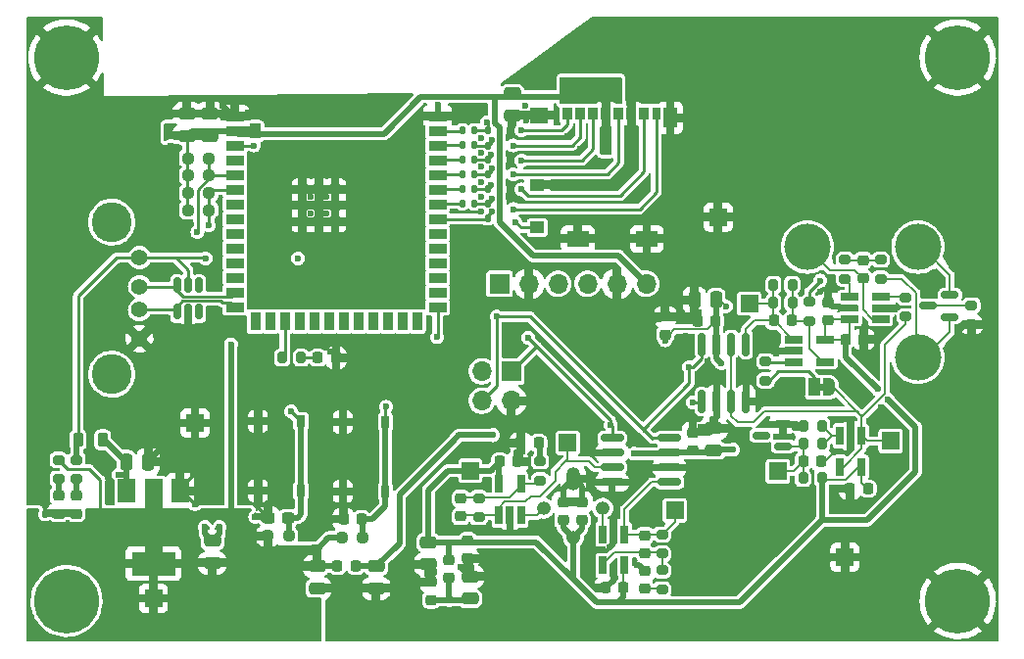
<source format=gbr>
%TF.GenerationSoftware,KiCad,Pcbnew,(6.0.9)*%
%TF.CreationDate,2023-03-07T14:59:43+02:00*%
%TF.ProjectId,GMWPY,474d5750-592e-46b6-9963-61645f706362,rev?*%
%TF.SameCoordinates,Original*%
%TF.FileFunction,Copper,L1,Top*%
%TF.FilePolarity,Positive*%
%FSLAX46Y46*%
G04 Gerber Fmt 4.6, Leading zero omitted, Abs format (unit mm)*
G04 Created by KiCad (PCBNEW (6.0.9)) date 2023-03-07 14:59:43*
%MOMM*%
%LPD*%
G01*
G04 APERTURE LIST*
G04 Aperture macros list*
%AMRoundRect*
0 Rectangle with rounded corners*
0 $1 Rounding radius*
0 $2 $3 $4 $5 $6 $7 $8 $9 X,Y pos of 4 corners*
0 Add a 4 corners polygon primitive as box body*
4,1,4,$2,$3,$4,$5,$6,$7,$8,$9,$2,$3,0*
0 Add four circle primitives for the rounded corners*
1,1,$1+$1,$2,$3*
1,1,$1+$1,$4,$5*
1,1,$1+$1,$6,$7*
1,1,$1+$1,$8,$9*
0 Add four rect primitives between the rounded corners*
20,1,$1+$1,$2,$3,$4,$5,0*
20,1,$1+$1,$4,$5,$6,$7,0*
20,1,$1+$1,$6,$7,$8,$9,0*
20,1,$1+$1,$8,$9,$2,$3,0*%
%AMFreePoly0*
4,1,22,0.550000,-0.750000,0.000000,-0.750000,0.000000,-0.745033,-0.079941,-0.743568,-0.215256,-0.701293,-0.333266,-0.622738,-0.424486,-0.514219,-0.481581,-0.384460,-0.499164,-0.250000,-0.500000,-0.250000,-0.500000,0.250000,-0.499164,0.250000,-0.499963,0.256109,-0.478152,0.396186,-0.417904,0.524511,-0.324060,0.630769,-0.204165,0.706417,-0.067858,0.745374,0.000000,0.744959,0.000000,0.750000,
0.550000,0.750000,0.550000,-0.750000,0.550000,-0.750000,$1*%
%AMFreePoly1*
4,1,20,0.000000,0.744959,0.073905,0.744508,0.209726,0.703889,0.328688,0.626782,0.421226,0.519385,0.479903,0.390333,0.500000,0.250000,0.500000,-0.250000,0.499851,-0.262216,0.476331,-0.402017,0.414519,-0.529596,0.319384,-0.634700,0.198574,-0.708877,0.061801,-0.746166,0.000000,-0.745033,0.000000,-0.750000,-0.550000,-0.750000,-0.550000,0.750000,0.000000,0.750000,0.000000,0.744959,
0.000000,0.744959,$1*%
G04 Aperture macros list end*
%TA.AperFunction,SMDPad,CuDef*%
%ADD10RoundRect,0.200000X-0.200000X-0.275000X0.200000X-0.275000X0.200000X0.275000X-0.200000X0.275000X0*%
%TD*%
%TA.AperFunction,ComponentPad*%
%ADD11C,4.000000*%
%TD*%
%TA.AperFunction,SMDPad,CuDef*%
%ADD12FreePoly0,180.000000*%
%TD*%
%TA.AperFunction,SMDPad,CuDef*%
%ADD13R,1.000000X1.500000*%
%TD*%
%TA.AperFunction,SMDPad,CuDef*%
%ADD14FreePoly1,180.000000*%
%TD*%
%TA.AperFunction,SMDPad,CuDef*%
%ADD15R,1.500000X1.500000*%
%TD*%
%TA.AperFunction,SMDPad,CuDef*%
%ADD16RoundRect,0.218750X0.218750X0.256250X-0.218750X0.256250X-0.218750X-0.256250X0.218750X-0.256250X0*%
%TD*%
%TA.AperFunction,SMDPad,CuDef*%
%ADD17RoundRect,0.200000X-0.275000X0.200000X-0.275000X-0.200000X0.275000X-0.200000X0.275000X0.200000X0*%
%TD*%
%TA.AperFunction,SMDPad,CuDef*%
%ADD18RoundRect,0.218750X0.256250X-0.218750X0.256250X0.218750X-0.256250X0.218750X-0.256250X-0.218750X0*%
%TD*%
%TA.AperFunction,SMDPad,CuDef*%
%ADD19RoundRect,0.225000X-0.225000X-0.250000X0.225000X-0.250000X0.225000X0.250000X-0.225000X0.250000X0*%
%TD*%
%TA.AperFunction,SMDPad,CuDef*%
%ADD20RoundRect,0.135000X0.135000X0.185000X-0.135000X0.185000X-0.135000X-0.185000X0.135000X-0.185000X0*%
%TD*%
%TA.AperFunction,SMDPad,CuDef*%
%ADD21RoundRect,0.200000X0.275000X-0.200000X0.275000X0.200000X-0.275000X0.200000X-0.275000X-0.200000X0*%
%TD*%
%TA.AperFunction,SMDPad,CuDef*%
%ADD22RoundRect,0.250000X-0.475000X0.250000X-0.475000X-0.250000X0.475000X-0.250000X0.475000X0.250000X0*%
%TD*%
%TA.AperFunction,SMDPad,CuDef*%
%ADD23RoundRect,0.237500X0.250000X0.237500X-0.250000X0.237500X-0.250000X-0.237500X0.250000X-0.237500X0*%
%TD*%
%TA.AperFunction,SMDPad,CuDef*%
%ADD24RoundRect,0.225000X-0.250000X0.225000X-0.250000X-0.225000X0.250000X-0.225000X0.250000X0.225000X0*%
%TD*%
%TA.AperFunction,SMDPad,CuDef*%
%ADD25R,0.650000X1.560000*%
%TD*%
%TA.AperFunction,SMDPad,CuDef*%
%ADD26R,1.560000X0.650000*%
%TD*%
%TA.AperFunction,SMDPad,CuDef*%
%ADD27R,1.500000X2.000000*%
%TD*%
%TA.AperFunction,SMDPad,CuDef*%
%ADD28R,3.800000X2.000000*%
%TD*%
%TA.AperFunction,SMDPad,CuDef*%
%ADD29RoundRect,0.237500X-0.250000X-0.237500X0.250000X-0.237500X0.250000X0.237500X-0.250000X0.237500X0*%
%TD*%
%TA.AperFunction,SMDPad,CuDef*%
%ADD30RoundRect,0.150000X0.150000X-0.512500X0.150000X0.512500X-0.150000X0.512500X-0.150000X-0.512500X0*%
%TD*%
%TA.AperFunction,SMDPad,CuDef*%
%ADD31RoundRect,0.200000X0.200000X0.275000X-0.200000X0.275000X-0.200000X-0.275000X0.200000X-0.275000X0*%
%TD*%
%TA.AperFunction,SMDPad,CuDef*%
%ADD32RoundRect,0.135000X-0.135000X-0.185000X0.135000X-0.185000X0.135000X0.185000X-0.135000X0.185000X0*%
%TD*%
%TA.AperFunction,SMDPad,CuDef*%
%ADD33RoundRect,0.250000X0.475000X-0.250000X0.475000X0.250000X-0.475000X0.250000X-0.475000X-0.250000X0*%
%TD*%
%TA.AperFunction,SMDPad,CuDef*%
%ADD34RoundRect,0.225000X0.250000X-0.225000X0.250000X0.225000X-0.250000X0.225000X-0.250000X-0.225000X0*%
%TD*%
%TA.AperFunction,SMDPad,CuDef*%
%ADD35RoundRect,0.225000X0.225000X0.250000X-0.225000X0.250000X-0.225000X-0.250000X0.225000X-0.250000X0*%
%TD*%
%TA.AperFunction,ComponentPad*%
%ADD36R,1.700000X1.700000*%
%TD*%
%TA.AperFunction,ComponentPad*%
%ADD37O,1.700000X1.700000*%
%TD*%
%TA.AperFunction,ComponentPad*%
%ADD38C,3.600000*%
%TD*%
%TA.AperFunction,ConnectorPad*%
%ADD39C,5.600000*%
%TD*%
%TA.AperFunction,ComponentPad*%
%ADD40C,1.400000*%
%TD*%
%TA.AperFunction,ComponentPad*%
%ADD41C,3.450000*%
%TD*%
%TA.AperFunction,SMDPad,CuDef*%
%ADD42R,1.500000X0.900000*%
%TD*%
%TA.AperFunction,SMDPad,CuDef*%
%ADD43R,0.900000X1.500000*%
%TD*%
%TA.AperFunction,SMDPad,CuDef*%
%ADD44R,0.900000X0.900000*%
%TD*%
%TA.AperFunction,SMDPad,CuDef*%
%ADD45RoundRect,0.150000X0.587500X0.150000X-0.587500X0.150000X-0.587500X-0.150000X0.587500X-0.150000X0*%
%TD*%
%TA.AperFunction,SMDPad,CuDef*%
%ADD46R,0.850000X1.100000*%
%TD*%
%TA.AperFunction,SMDPad,CuDef*%
%ADD47R,0.750000X1.100000*%
%TD*%
%TA.AperFunction,SMDPad,CuDef*%
%ADD48R,1.200000X1.000000*%
%TD*%
%TA.AperFunction,SMDPad,CuDef*%
%ADD49R,1.900000X1.350000*%
%TD*%
%TA.AperFunction,SMDPad,CuDef*%
%ADD50R,1.170000X1.800000*%
%TD*%
%TA.AperFunction,SMDPad,CuDef*%
%ADD51R,1.550000X1.350000*%
%TD*%
%TA.AperFunction,SMDPad,CuDef*%
%ADD52RoundRect,0.150000X-0.150000X0.825000X-0.150000X-0.825000X0.150000X-0.825000X0.150000X0.825000X0*%
%TD*%
%TA.AperFunction,SMDPad,CuDef*%
%ADD53RoundRect,0.250000X0.250000X0.475000X-0.250000X0.475000X-0.250000X-0.475000X0.250000X-0.475000X0*%
%TD*%
%TA.AperFunction,SMDPad,CuDef*%
%ADD54RoundRect,0.250000X-0.250000X-0.475000X0.250000X-0.475000X0.250000X0.475000X-0.250000X0.475000X0*%
%TD*%
%TA.AperFunction,SMDPad,CuDef*%
%ADD55RoundRect,0.218750X0.218750X0.381250X-0.218750X0.381250X-0.218750X-0.381250X0.218750X-0.381250X0*%
%TD*%
%TA.AperFunction,SMDPad,CuDef*%
%ADD56RoundRect,0.150000X0.825000X0.150000X-0.825000X0.150000X-0.825000X-0.150000X0.825000X-0.150000X0*%
%TD*%
%TA.AperFunction,SMDPad,CuDef*%
%ADD57RoundRect,0.237500X-0.300000X-0.237500X0.300000X-0.237500X0.300000X0.237500X-0.300000X0.237500X0*%
%TD*%
%TA.AperFunction,SMDPad,CuDef*%
%ADD58R,0.700000X1.000000*%
%TD*%
%TA.AperFunction,ComponentPad*%
%ADD59O,1.200000X2.000000*%
%TD*%
%TA.AperFunction,ComponentPad*%
%ADD60O,1.200000X1.200000*%
%TD*%
%TA.AperFunction,ViaPad*%
%ADD61C,0.600000*%
%TD*%
%TA.AperFunction,Conductor*%
%ADD62C,0.293300*%
%TD*%
%TA.AperFunction,Conductor*%
%ADD63C,0.500000*%
%TD*%
%TA.AperFunction,Conductor*%
%ADD64C,0.200000*%
%TD*%
%TA.AperFunction,Conductor*%
%ADD65C,1.500000*%
%TD*%
%TA.AperFunction,Conductor*%
%ADD66C,0.250000*%
%TD*%
G04 APERTURE END LIST*
%TO.C,JP2*%
G36*
X119500000Y-82800000D02*
G01*
X119000000Y-82800000D01*
X119000000Y-82200000D01*
X119500000Y-82200000D01*
X119500000Y-82800000D01*
G37*
%TD*%
D10*
%TO.P,RG2,1*%
%TO.N,/GAS_Measurements/OUT3*%
X115060000Y-75200000D03*
%TO.P,RG2,2*%
%TO.N,/GAS_Measurements/H2_V-*%
X116710000Y-75200000D03*
%TD*%
D11*
%TO.P,U9,1,REFERENCE*%
%TO.N,/GAS_Measurements/H2_reference*%
X127557971Y-79937971D03*
%TO.P,U9,2,SENSING*%
%TO.N,/GAS_Measurements/H2_sensing*%
X127557971Y-70392029D03*
%TO.P,U9,3,COUNTER*%
%TO.N,/GAS_Measurements/H2_counter*%
X118012029Y-70392029D03*
%TD*%
D12*
%TO.P,JP2,1,A*%
%TO.N,REF*%
X119900000Y-82500000D03*
D13*
%TO.P,JP2,2,C*%
%TO.N,Net-(R9-Pad1)*%
X118600000Y-82500000D03*
D14*
%TO.P,JP2,3,B*%
%TO.N,GND*%
X117300000Y-82500000D03*
%TD*%
D15*
%TO.P,TP10,1,1*%
%TO.N,GND*%
X121250000Y-97200000D03*
%TD*%
%TO.P,TP9,1,1*%
%TO.N,GND*%
X110300000Y-67800000D03*
%TD*%
%TO.P,TP8,1,1*%
%TO.N,GND*%
X65100000Y-85600000D03*
%TD*%
D10*
%TO.P,R35,1*%
%TO.N,GPIO_9*%
X72625000Y-79950000D03*
%TO.P,R35,2*%
%TO.N,Net-(D3-Pad2)*%
X74275000Y-79950000D03*
%TD*%
D16*
%TO.P,D3,1,K*%
%TO.N,GND*%
X77287500Y-79950000D03*
%TO.P,D3,2,A*%
%TO.N,Net-(D3-Pad2)*%
X75712500Y-79950000D03*
%TD*%
D17*
%TO.P,R34,2*%
%TO.N,Net-(D2-Pad2)*%
X53310000Y-90425000D03*
%TO.P,R34,1*%
%TO.N,+3V3*%
X53310000Y-88775000D03*
%TD*%
%TO.P,R33,1*%
%TO.N,VBUS*%
X54870000Y-88775000D03*
%TO.P,R33,2*%
%TO.N,Net-(D1-Pad2)*%
X54870000Y-90425000D03*
%TD*%
D18*
%TO.P,D2,2,A*%
%TO.N,Net-(D2-Pad2)*%
X53300000Y-91862500D03*
%TO.P,D2,1,K*%
%TO.N,GND*%
X53300000Y-93437500D03*
%TD*%
%TO.P,D1,2,A*%
%TO.N,Net-(D1-Pad2)*%
X54850000Y-91862500D03*
%TO.P,D1,1,K*%
%TO.N,GND*%
X54850000Y-93437500D03*
%TD*%
D19*
%TO.P,C29,1*%
%TO.N,GND*%
X77925000Y-93900000D03*
%TO.P,C29,2*%
%TO.N,/MCU/ESP_BOOT*%
X79475000Y-93900000D03*
%TD*%
D20*
%TO.P,R28,1*%
%TO.N,/MCU/DATA_1*%
X89220000Y-66600000D03*
%TO.P,R28,2*%
%TO.N,GPIO_41*%
X88200000Y-66600000D03*
%TD*%
D21*
%TO.P,R8,1*%
%TO.N,/GAS_Measurements/H2_V-*%
X118185000Y-76790000D03*
%TO.P,R8,2*%
%TO.N,/GAS_Measurements/H2_sensing*%
X118185000Y-75140000D03*
%TD*%
D22*
%TO.P,C7,1*%
%TO.N,+3.3VA*%
X80750000Y-98000000D03*
%TO.P,C7,2*%
%TO.N,GND*%
X80750000Y-99900000D03*
%TD*%
D23*
%TO.P,R15,1*%
%TO.N,/MCU/ESP_BOOT*%
X79612500Y-95500000D03*
%TO.P,R15,2*%
%TO.N,+3V3*%
X77787500Y-95500000D03*
%TD*%
D24*
%TO.P,C13,1*%
%TO.N,GND*%
X108110000Y-86435000D03*
%TO.P,C13,2*%
%TO.N,+3.3VA*%
X108110000Y-87985000D03*
%TD*%
D25*
%TO.P,U12,1*%
%TO.N,REF*%
X122710000Y-86715000D03*
%TO.P,U12,2,V-*%
%TO.N,GND*%
X121760000Y-86715000D03*
%TO.P,U12,3,+*%
%TO.N,/GAS_Measurements/1V024*%
X120810000Y-86715000D03*
%TO.P,U12,4,-*%
%TO.N,REF*%
X120810000Y-89415000D03*
%TO.P,U12,5,V+*%
%TO.N,+5V*%
X122710000Y-89415000D03*
%TD*%
D26*
%TO.P,U10,1*%
%TO.N,/GAS_Measurements/OUT3*%
X116835000Y-78415000D03*
%TO.P,U10,2,V-*%
%TO.N,GND*%
X116835000Y-79365000D03*
%TO.P,U10,3,+*%
%TO.N,/GAS_Measurements/H2_V+*%
X116835000Y-80315000D03*
%TO.P,U10,4,-*%
%TO.N,/GAS_Measurements/H2_V-*%
X119535000Y-80315000D03*
%TO.P,U10,5,V+*%
%TO.N,+5V*%
X119535000Y-78415000D03*
%TD*%
D27*
%TO.P,U1,1,GND*%
%TO.N,GND*%
X63800000Y-91450000D03*
D28*
%TO.P,U1,2,VO*%
%TO.N,+3V3*%
X61500000Y-97750000D03*
D27*
X61500000Y-91450000D03*
%TO.P,U1,3,VI*%
%TO.N,Net-(C1-Pad1)*%
X59200000Y-91450000D03*
%TD*%
D17*
%TO.P,R10,1*%
%TO.N,Net-(R10-Pad1)*%
X126485000Y-74740000D03*
%TO.P,R10,2*%
%TO.N,REF*%
X126485000Y-76390000D03*
%TD*%
D29*
%TO.P,R16,1*%
%TO.N,+3V3*%
X64487500Y-67190000D03*
%TO.P,R16,2*%
%TO.N,GPIO_6*%
X66312500Y-67190000D03*
%TD*%
D15*
%TO.P,TP6,1,1*%
%TO.N,2V048*%
X115460000Y-89765000D03*
%TD*%
D29*
%TO.P,R18,1*%
%TO.N,+3V3*%
X64487500Y-62700000D03*
%TO.P,R18,2*%
%TO.N,GPIO_5*%
X66312500Y-62700000D03*
%TD*%
D26*
%TO.P,U11,1*%
%TO.N,/GAS_Measurements/H2_counter*%
X124335000Y-76615000D03*
%TO.P,U11,2,V-*%
%TO.N,GND*%
X124335000Y-75665000D03*
%TO.P,U11,3,+*%
%TO.N,Net-(R10-Pad1)*%
X124335000Y-74715000D03*
%TO.P,U11,4,-*%
%TO.N,Net-(R6-Pad2)*%
X121635000Y-74715000D03*
%TO.P,U11,5,V+*%
%TO.N,+5V*%
X121635000Y-76615000D03*
%TD*%
D30*
%TO.P,U2,1,IO1*%
%TO.N,D+*%
X63550000Y-75975000D03*
%TO.P,U2,2,VN*%
%TO.N,GND*%
X64500000Y-75975000D03*
%TO.P,U2,3,IO2*%
%TO.N,unconnected-(U2-Pad3)*%
X65450000Y-75975000D03*
%TO.P,U2,4,IO3*%
%TO.N,unconnected-(U2-Pad4)*%
X65450000Y-73700000D03*
%TO.P,U2,5,VP*%
%TO.N,VBUS*%
X64500000Y-73700000D03*
%TO.P,U2,6,IO4*%
%TO.N,D-*%
X63550000Y-73700000D03*
%TD*%
D31*
%TO.P,R12,1*%
%TO.N,/GAS_Measurements/1V024*%
X119285000Y-87365000D03*
%TO.P,R12,2*%
%TO.N,2V048*%
X117635000Y-87365000D03*
%TD*%
D15*
%TO.P,TP7,1,1*%
%TO.N,REF*%
X125200000Y-87150000D03*
%TD*%
D18*
%TO.P,L1,1*%
%TO.N,Net-(C1-Pad1)*%
X87050000Y-99012500D03*
%TO.P,L1,2*%
%TO.N,+5V*%
X87050000Y-97437500D03*
%TD*%
D32*
%TO.P,R23,1*%
%TO.N,/MCU/DATA_3*%
X90390000Y-61600000D03*
%TO.P,R23,2*%
%TO.N,+3V3*%
X91410000Y-61600000D03*
%TD*%
D22*
%TO.P,C33,1*%
%TO.N,+3V3*%
X92500000Y-57100000D03*
%TO.P,C33,2*%
%TO.N,GND*%
X92500000Y-59000000D03*
%TD*%
D32*
%TO.P,R22,1*%
%TO.N,/MCU/DATA_2*%
X90390000Y-60300000D03*
%TO.P,R22,2*%
%TO.N,+3V3*%
X91410000Y-60300000D03*
%TD*%
D15*
%TO.P,TP4,1,1*%
%TO.N,/GAS_Measurements/OUT1*%
X97310000Y-87310000D03*
%TD*%
D24*
%TO.P,C16,1*%
%TO.N,GND*%
X103960000Y-98385000D03*
%TO.P,C16,2*%
%TO.N,Net-(C16-Pad2)*%
X103960000Y-99935000D03*
%TD*%
D20*
%TO.P,R27,1*%
%TO.N,/MCU/DATA_0*%
X89220000Y-65400000D03*
%TO.P,R27,2*%
%TO.N,GPIO_42*%
X88200000Y-65400000D03*
%TD*%
D33*
%TO.P,C31,1*%
%TO.N,+3V3*%
X64400000Y-60750000D03*
%TO.P,C31,2*%
%TO.N,GND*%
X64400000Y-58850000D03*
%TD*%
D34*
%TO.P,C23,1*%
%TO.N,/GAS_Measurements/H2_counter*%
X122800000Y-73075000D03*
%TO.P,C23,2*%
%TO.N,Net-(C23-Pad2)*%
X122800000Y-71525000D03*
%TD*%
D15*
%TO.P,TP1,1,1*%
%TO.N,+3V3*%
X61500000Y-100750000D03*
%TD*%
%TO.P,TP5,1,1*%
%TO.N,/GAS_Measurements/OUT3*%
X112985000Y-75265000D03*
%TD*%
D24*
%TO.P,C9,2*%
%TO.N,+5V*%
X98510000Y-93985000D03*
%TO.P,C9,1*%
%TO.N,GND*%
X98510000Y-92435000D03*
%TD*%
%TO.P,C25,2*%
%TO.N,+5V*%
X119785000Y-76740000D03*
%TO.P,C25,1*%
%TO.N,GND*%
X119785000Y-75190000D03*
%TD*%
D31*
%TO.P,R13,1*%
%TO.N,/GAS_Measurements/1V024*%
X119285000Y-85865000D03*
%TO.P,R13,2*%
%TO.N,GND*%
X117635000Y-85865000D03*
%TD*%
D32*
%TO.P,R25,1*%
%TO.N,/MCU/CLK*%
X90390000Y-64100000D03*
%TO.P,R25,2*%
%TO.N,+3V3*%
X91410000Y-64100000D03*
%TD*%
D35*
%TO.P,C24,1*%
%TO.N,GND*%
X122860000Y-78365000D03*
%TO.P,C24,2*%
%TO.N,+5V*%
X121310000Y-78365000D03*
%TD*%
D20*
%TO.P,R32,1*%
%TO.N,/MCU/CLK*%
X89220000Y-64100000D03*
%TO.P,R32,2*%
%TO.N,GPIO_44*%
X88200000Y-64100000D03*
%TD*%
D36*
%TO.P,J3,1,Pin_1*%
%TO.N,VBUS*%
X91400000Y-73550000D03*
D37*
%TO.P,J3,2,Pin_2*%
%TO.N,GND*%
X93940000Y-73550000D03*
%TO.P,J3,3,Pin_3*%
%TO.N,GPIO_6*%
X96480000Y-73550000D03*
%TO.P,J3,4,Pin_4*%
%TO.N,GPIO_5*%
X99020000Y-73550000D03*
%TO.P,J3,5,Pin_5*%
%TO.N,GND*%
X101560000Y-73550000D03*
%TO.P,J3,6,Pin_6*%
%TO.N,+3V3*%
X104100000Y-73550000D03*
%TD*%
D16*
%TO.P,L2,1*%
%TO.N,+3.3VA*%
X78987500Y-97950000D03*
%TO.P,L2,2*%
%TO.N,+3V3*%
X77412500Y-97950000D03*
%TD*%
D22*
%TO.P,C6,1*%
%TO.N,+5V*%
X85250000Y-95925000D03*
%TO.P,C6,2*%
%TO.N,GND*%
X85250000Y-97825000D03*
%TD*%
D34*
%TO.P,C19,1*%
%TO.N,/GAS_Measurements/OUT1*%
X88050000Y-93685000D03*
%TO.P,C19,2*%
%TO.N,/GAS_Measurements/CH4_V-gas*%
X88050000Y-92135000D03*
%TD*%
D24*
%TO.P,C10,1*%
%TO.N,GND*%
X96910000Y-92435000D03*
%TO.P,C10,2*%
%TO.N,+5V*%
X96910000Y-93985000D03*
%TD*%
D33*
%TO.P,C3,1*%
%TO.N,Net-(C1-Pad1)*%
X88850000Y-100775000D03*
%TO.P,C3,2*%
%TO.N,GND*%
X88850000Y-98875000D03*
%TD*%
D21*
%TO.P,R9,1*%
%TO.N,Net-(R9-Pad1)*%
X114400000Y-81925000D03*
%TO.P,R9,2*%
%TO.N,/GAS_Measurements/H2_V+*%
X114400000Y-80275000D03*
%TD*%
D22*
%TO.P,C8,1*%
%TO.N,+3V3*%
X75650000Y-98000000D03*
%TO.P,C8,2*%
%TO.N,GND*%
X75650000Y-99900000D03*
%TD*%
D38*
%TO.P,H3,1,1*%
%TO.N,GND*%
X131000000Y-101000000D03*
D39*
X131000000Y-101000000D03*
%TD*%
D33*
%TO.P,C32,1*%
%TO.N,+3V3*%
X66400000Y-60750000D03*
%TO.P,C32,2*%
%TO.N,GND*%
X66400000Y-58850000D03*
%TD*%
D35*
%TO.P,C27,1*%
%TO.N,GND*%
X119235000Y-88865000D03*
%TO.P,C27,2*%
%TO.N,2V048*%
X117685000Y-88865000D03*
%TD*%
D17*
%TO.P,R6,1*%
%TO.N,Net-(C23-Pad2)*%
X121250000Y-71475000D03*
%TO.P,R6,2*%
%TO.N,Net-(R6-Pad2)*%
X121250000Y-73125000D03*
%TD*%
D20*
%TO.P,R30,1*%
%TO.N,/MCU/DATA_3*%
X89220000Y-61590000D03*
%TO.P,R30,2*%
%TO.N,GPIO_2*%
X88200000Y-61590000D03*
%TD*%
D24*
%TO.P,C15,1*%
%TO.N,GND*%
X105725000Y-76400000D03*
%TO.P,C15,2*%
%TO.N,+3.3VA*%
X105725000Y-77950000D03*
%TD*%
D40*
%TO.P,J1,1,VBUS*%
%TO.N,VBUS*%
X60300000Y-71300000D03*
%TO.P,J1,2,D-*%
%TO.N,D-*%
X60300000Y-73800000D03*
%TO.P,J1,3,D+*%
%TO.N,D+*%
X60300000Y-75800000D03*
%TO.P,J1,4,GND*%
%TO.N,GND*%
X60300000Y-78300000D03*
D41*
%TO.P,J1,MH1*%
%TO.N,N/C*%
X57900000Y-68230000D03*
%TO.P,J1,MH2*%
X57900000Y-81370000D03*
%TD*%
D42*
%TO.P,U14,1,GND*%
%TO.N,GND*%
X68550000Y-59060000D03*
%TO.P,U14,2,3V3*%
%TO.N,+3V3*%
X68550000Y-60330000D03*
%TO.P,U14,3,EN*%
%TO.N,/MCU/ESP_EN*%
X68550000Y-61600000D03*
%TO.P,U14,4,GPIO4/TOUCH4/ADC1_CH3*%
%TO.N,GPIO_4*%
X68550000Y-62870000D03*
%TO.P,U14,5,GPIO5/TOUCH5/ADC1_CH4*%
%TO.N,GPIO_5*%
X68550000Y-64140000D03*
%TO.P,U14,6,GPIO6/TOUCH6/ADC1_CH5*%
%TO.N,GPIO_6*%
X68550000Y-65410000D03*
%TO.P,U14,7,GPIO7/TOUCH7/ADC1_CH6*%
%TO.N,GPIO_7*%
X68550000Y-66680000D03*
%TO.P,U14,8,GPIO15/U0RTS/ADC2_CH4/XTAL_32K_P*%
%TO.N,GPIO_15*%
X68550000Y-67950000D03*
%TO.P,U14,9,GPIO16/U0CTS/ADC2_CH5/XTAL_32K_NH5*%
%TO.N,GPIO_16*%
X68550000Y-69220000D03*
%TO.P,U14,10,GPIO17/U1TXD/ADC2_CH6*%
%TO.N,GPIO_17*%
X68550000Y-70490000D03*
%TO.P,U14,11,GPIO18/U1RXD/ADC2_CH7/CLK_OUT3*%
%TO.N,GPIO_18*%
X68550000Y-71760000D03*
%TO.P,U14,12,GPIO8/TOUCH8/ADC1_CH7/SUBSPICS1*%
%TO.N,GPIO_8*%
X68550000Y-73030000D03*
%TO.P,U14,13,GPIO19/U1RTS/ADC2_CH8/CLK_OUT2/USB_D-*%
%TO.N,D-*%
X68550000Y-74300000D03*
%TO.P,U14,14,GPIO20/U1CTS/ADC2_CH9/CLK_OUT1/USB_D+*%
%TO.N,D+*%
X68550000Y-75570000D03*
D43*
%TO.P,U14,15,GPIO3/TOUCH3/ADC1_CH2*%
%TO.N,GPIO_3*%
X70315000Y-76820000D03*
%TO.P,U14,16,GPIO46*%
%TO.N,GPIO_46*%
X71585000Y-76820000D03*
%TO.P,U14,17,GPIO9/TOUCH9/ADC1_CH8/FSPIHD/SUBSPIHD*%
%TO.N,GPIO_9*%
X72855000Y-76820000D03*
%TO.P,U14,18,GPIO10/TOUCH10/ADC1_CH9/FSPICS0/FSPIIO4/SUBSPICS0*%
%TO.N,GPIO_10*%
X74125000Y-76820000D03*
%TO.P,U14,19,GPIO11/TOUCH11/ADC2_CH0/FSPID/FSPIIO5/SUBSPID*%
%TO.N,GPIO_11*%
X75395000Y-76820000D03*
%TO.P,U14,20,GPIO12/TOUCH12/ADC2_CH1/FSPICLK/FSPIIO6/SUBSPICLK*%
%TO.N,GPIO_12*%
X76665000Y-76820000D03*
%TO.P,U14,21,GPIO13/TOUCH13/ADC2_CH2/FSPIQ/FSPIIO7/SUBSPIQ*%
%TO.N,GPIO_13*%
X77935000Y-76820000D03*
%TO.P,U14,22,GPIO14/TOUCH14/ADC2_CH3/FSPIWP/FSPIDQS/SUBSPIWP*%
%TO.N,GPIO_14*%
X79205000Y-76820000D03*
%TO.P,U14,23,GPIO21*%
%TO.N,GPIO_21*%
X80475000Y-76820000D03*
%TO.P,U14,24,GPIO47/SPICLK_P/SUBSPICLK_P_DIFF*%
%TO.N,GPIO_47*%
X81745000Y-76820000D03*
%TO.P,U14,25,GPIO48/SPICLK_N/SUBSPICLK_N_DIFF*%
%TO.N,GPIO_48*%
X83015000Y-76820000D03*
%TO.P,U14,26,GPIO45*%
%TO.N,GPIO_45*%
X84285000Y-76820000D03*
D42*
%TO.P,U14,27,GPIO0/BOOT*%
%TO.N,/MCU/ESP_BOOT*%
X86050000Y-75570000D03*
%TO.P,U14,28,SPIIO6/GPIO35/FSPID/SUBSPID*%
%TO.N,GPIO_35*%
X86050000Y-74300000D03*
%TO.P,U14,29,SPIIO7/GPIO36/FSPICLK/SUBSPICLK*%
%TO.N,GPIO_36*%
X86050000Y-73030000D03*
%TO.P,U14,30,SPIDQS/GPIO37/FSPIQ/SUBSPIQ*%
%TO.N,GPIO_37*%
X86050000Y-71760000D03*
%TO.P,U14,31,GPIO38/FSPIWP/SUBSPIWP*%
%TO.N,GPIO_38*%
X86050000Y-70490000D03*
%TO.P,U14,32,MTCK/GPIO39/CLK_OUT3/SUBSPICS1*%
%TO.N,GPIO_39*%
X86050000Y-69220000D03*
%TO.P,U14,33,MTDO/GPIO40/CLK_OUT2*%
%TO.N,GPIO_40*%
X86050000Y-67950000D03*
%TO.P,U14,34,MTDI/GPIO41/CLK_OUT1*%
%TO.N,GPIO_41*%
X86050000Y-66680000D03*
%TO.P,U14,35,MTMS/GPIO42*%
%TO.N,GPIO_42*%
X86050000Y-65410000D03*
%TO.P,U14,36,U0RXD/GPIO44/CLK_OUT2*%
%TO.N,GPIO_44*%
X86050000Y-64140000D03*
%TO.P,U14,37,U0TXD/GPIO43/CLK_OUT1*%
%TO.N,GPIO_43*%
X86050000Y-62870000D03*
%TO.P,U14,38,GPIO2/TOUCH2/ADC1_CH1*%
%TO.N,GPIO_2*%
X86050000Y-61600000D03*
%TO.P,U14,39,GPIO1/TOUCH1/ADC1_CH0*%
%TO.N,GPIO_1*%
X86050000Y-60330000D03*
%TO.P,U14,40,GND*%
%TO.N,GND*%
X86050000Y-59060000D03*
D44*
%TO.P,U14,41,GND*%
X75800000Y-65380000D03*
X75800000Y-66780000D03*
X77200000Y-68180000D03*
X74400000Y-65380000D03*
X75800000Y-68180000D03*
X74400000Y-66780000D03*
X74400000Y-68180000D03*
X77200000Y-66780000D03*
X77200000Y-65380000D03*
%TD*%
D25*
%TO.P,U6,1*%
%TO.N,/GAS_Measurements/OUT1*%
X91360000Y-93585000D03*
%TO.P,U6,2,V-*%
%TO.N,GND*%
X92310000Y-93585000D03*
%TO.P,U6,3,+*%
%TO.N,/GAS_Measurements/CH4_Gas*%
X93260000Y-93585000D03*
%TO.P,U6,4,-*%
%TO.N,/GAS_Measurements/CH4_V-gas*%
X93260000Y-90885000D03*
%TO.P,U6,5,V+*%
%TO.N,+5V*%
X91360000Y-90885000D03*
%TD*%
D21*
%TO.P,R7,1*%
%TO.N,/GAS_Measurements/H2_reference*%
X124350000Y-73125000D03*
%TO.P,R7,2*%
%TO.N,Net-(C23-Pad2)*%
X124350000Y-71475000D03*
%TD*%
D19*
%TO.P,C21,1*%
%TO.N,GND*%
X108510000Y-76765000D03*
%TO.P,C21,2*%
%TO.N,+3.3VA*%
X110060000Y-76765000D03*
%TD*%
D17*
%TO.P,R3,1*%
%TO.N,/GAS_Measurements/OUT2*%
X105460000Y-95235000D03*
%TO.P,R3,2*%
%TO.N,/GAS_Measurements/CH4_V-ref*%
X105460000Y-96885000D03*
%TD*%
D33*
%TO.P,C2,1*%
%TO.N,+3V3*%
X66600000Y-97700000D03*
%TO.P,C2,2*%
%TO.N,GND*%
X66600000Y-95800000D03*
%TD*%
D45*
%TO.P,U13,1,K*%
%TO.N,2V048*%
X115897500Y-87615000D03*
%TO.P,U13,2,A*%
%TO.N,GND*%
X115897500Y-85715000D03*
%TO.P,U13,3*%
%TO.N,N/C*%
X114022500Y-86665000D03*
%TD*%
D46*
%TO.P,J4,1,DAT2*%
%TO.N,/MCU/DATA_2*%
X97295000Y-58850000D03*
%TO.P,J4,2,DAT3/CD*%
%TO.N,/MCU/DATA_3*%
X98395000Y-58850000D03*
%TO.P,J4,3,CMD*%
%TO.N,/MCU/CMD*%
X99495000Y-58850000D03*
%TO.P,J4,4,VDD*%
%TO.N,+3V3*%
X100595000Y-58850000D03*
%TO.P,J4,5,CLK*%
%TO.N,/MCU/CLK*%
X101695000Y-58850000D03*
%TO.P,J4,6,VSS*%
%TO.N,GND*%
X102795000Y-58850000D03*
%TO.P,J4,7,DAT0*%
%TO.N,/MCU/DATA_0*%
X103895000Y-58850000D03*
D47*
%TO.P,J4,8,DAT1*%
%TO.N,/MCU/DATA_1*%
X104945000Y-58850000D03*
D48*
%TO.P,J4,9,DET_B*%
%TO.N,GND*%
X94660000Y-65000000D03*
%TO.P,J4,10,DET_A*%
%TO.N,GPIO_40*%
X94660000Y-68700000D03*
D49*
%TO.P,J4,11,SHIELD*%
%TO.N,GND*%
X98160000Y-69675000D03*
D50*
X106155000Y-59200000D03*
D51*
X94835000Y-58975000D03*
D49*
X104130000Y-69675000D03*
%TD*%
D24*
%TO.P,C17,1*%
%TO.N,/GAS_Measurements/OUT2*%
X103960000Y-95310000D03*
%TO.P,C17,2*%
%TO.N,/GAS_Measurements/CH4_V-ref*%
X103960000Y-96860000D03*
%TD*%
D21*
%TO.P,R4,1*%
%TO.N,/GAS_Measurements/OUT1*%
X89610000Y-93735000D03*
%TO.P,R4,2*%
%TO.N,/GAS_Measurements/CH4_V-gas*%
X89610000Y-92085000D03*
%TD*%
D20*
%TO.P,R29,1*%
%TO.N,/MCU/DATA_2*%
X89220000Y-60300000D03*
%TO.P,R29,2*%
%TO.N,GPIO_1*%
X88200000Y-60300000D03*
%TD*%
D34*
%TO.P,C5,1*%
%TO.N,GND*%
X88650000Y-97325000D03*
%TO.P,C5,2*%
%TO.N,+5V*%
X88650000Y-95775000D03*
%TD*%
D52*
%TO.P,U8,1,CH1+*%
%TO.N,/GAS_Measurements/OUT3*%
X112690000Y-78790000D03*
%TO.P,U8,2,CH1-*%
%TO.N,REF*%
X111420000Y-78790000D03*
%TO.P,U8,3,Vdd*%
%TO.N,+3.3VA*%
X110150000Y-78790000D03*
%TO.P,U8,4,SDA*%
%TO.N,GPIO_6*%
X108880000Y-78790000D03*
%TO.P,U8,5,SCL*%
%TO.N,GPIO_5*%
X108880000Y-83740000D03*
%TO.P,U8,6,Vss*%
%TO.N,GND*%
X110150000Y-83740000D03*
%TO.P,U8,7,CH2+*%
%TO.N,REF*%
X111420000Y-83740000D03*
%TO.P,U8,8,CH2-*%
%TO.N,GND*%
X112690000Y-83740000D03*
%TD*%
D15*
%TO.P,TP2,1,1*%
%TO.N,+5V*%
X88885000Y-89715000D03*
%TD*%
D29*
%TO.P,R14,1*%
%TO.N,+3V3*%
X71387500Y-95350000D03*
%TO.P,R14,2*%
%TO.N,/MCU/ESP_EN*%
X73212500Y-95350000D03*
%TD*%
D25*
%TO.P,U4,1*%
%TO.N,/GAS_Measurements/OUT2*%
X102210000Y-95210000D03*
%TO.P,U4,2,V-*%
%TO.N,GND*%
X101260000Y-95210000D03*
%TO.P,U4,3,+*%
%TO.N,/GAS_Measurements/CH4_Ref*%
X100310000Y-95210000D03*
%TO.P,U4,4,-*%
%TO.N,/GAS_Measurements/CH4_V-ref*%
X100310000Y-97910000D03*
%TO.P,U4,5,V+*%
%TO.N,+5V*%
X102210000Y-97910000D03*
%TD*%
D29*
%TO.P,R19,1*%
%TO.N,+3V3*%
X64487500Y-64200000D03*
%TO.P,R19,2*%
%TO.N,GPIO_5*%
X66312500Y-64200000D03*
%TD*%
D53*
%TO.P,C20,1*%
%TO.N,+3.3VA*%
X110135000Y-74965000D03*
%TO.P,C20,2*%
%TO.N,GND*%
X108235000Y-74965000D03*
%TD*%
D39*
%TO.P,H2,1,1*%
%TO.N,GND*%
X131000000Y-54000000D03*
D38*
X131000000Y-54000000D03*
%TD*%
D54*
%TO.P,C1,1*%
%TO.N,Net-(C1-Pad1)*%
X59150000Y-88950000D03*
%TO.P,C1,2*%
%TO.N,GND*%
X61050000Y-88950000D03*
%TD*%
D10*
%TO.P,RG1,1*%
%TO.N,/GAS_Measurements/OUT3*%
X115060000Y-73650000D03*
%TO.P,RG1,2*%
%TO.N,/GAS_Measurements/H2_V-*%
X116710000Y-73650000D03*
%TD*%
D20*
%TO.P,R31,1*%
%TO.N,/MCU/CMD*%
X89220000Y-62800000D03*
%TO.P,R31,2*%
%TO.N,GPIO_43*%
X88200000Y-62800000D03*
%TD*%
D21*
%TO.P,R5,1*%
%TO.N,GND*%
X132185000Y-77090000D03*
%TO.P,R5,2*%
%TO.N,Net-(Q1-Pad3)*%
X132185000Y-75440000D03*
%TD*%
D39*
%TO.P,H4,1,1*%
%TO.N,GND*%
X54000000Y-101000000D03*
D38*
X54000000Y-101000000D03*
%TD*%
D17*
%TO.P,R2,1*%
%TO.N,Net-(C18-Pad2)*%
X94910000Y-88910000D03*
%TO.P,R2,2*%
%TO.N,/GAS_Measurements/CH4_V-gas*%
X94910000Y-90560000D03*
%TD*%
D19*
%TO.P,C18,1*%
%TO.N,GND*%
X93235000Y-87335000D03*
%TO.P,C18,2*%
%TO.N,Net-(C18-Pad2)*%
X94785000Y-87335000D03*
%TD*%
D55*
%TO.P,FB1,1*%
%TO.N,Net-(C1-Pad1)*%
X57112500Y-87050000D03*
%TO.P,FB1,2*%
%TO.N,VBUS*%
X54987500Y-87050000D03*
%TD*%
D21*
%TO.P,R1,1*%
%TO.N,Net-(C16-Pad2)*%
X105460000Y-99985000D03*
%TO.P,R1,2*%
%TO.N,/GAS_Measurements/CH4_V-ref*%
X105460000Y-98335000D03*
%TD*%
D32*
%TO.P,R20,1*%
%TO.N,/MCU/DATA_0*%
X90390000Y-65400000D03*
%TO.P,R20,2*%
%TO.N,+3V3*%
X91410000Y-65400000D03*
%TD*%
D56*
%TO.P,U5,1,CH1+*%
%TO.N,/GAS_Measurements/OUT2*%
X106085000Y-90715000D03*
%TO.P,U5,2,CH1-*%
%TO.N,GND*%
X106085000Y-89445000D03*
%TO.P,U5,3,Vdd*%
%TO.N,+3.3VA*%
X106085000Y-88175000D03*
%TO.P,U5,4,SDA*%
%TO.N,GPIO_6*%
X106085000Y-86905000D03*
%TO.P,U5,5,SCL*%
%TO.N,GPIO_5*%
X101135000Y-86905000D03*
%TO.P,U5,6,Vss*%
%TO.N,GND*%
X101135000Y-88175000D03*
%TO.P,U5,7,CH2+*%
%TO.N,/GAS_Measurements/OUT1*%
X101135000Y-89445000D03*
%TO.P,U5,8,CH2-*%
%TO.N,GND*%
X101135000Y-90715000D03*
%TD*%
D33*
%TO.P,C12,1*%
%TO.N,+3.3VA*%
X109910000Y-87960000D03*
%TO.P,C12,2*%
%TO.N,GND*%
X109910000Y-86060000D03*
%TD*%
D57*
%TO.P,C28,1*%
%TO.N,GND*%
X71437500Y-93800000D03*
%TO.P,C28,2*%
%TO.N,/MCU/ESP_EN*%
X73162500Y-93800000D03*
%TD*%
D19*
%TO.P,C22,1*%
%TO.N,/GAS_Measurements/OUT3*%
X115110000Y-76750000D03*
%TO.P,C22,2*%
%TO.N,/GAS_Measurements/H2_V-*%
X116660000Y-76750000D03*
%TD*%
%TO.P,C26,1*%
%TO.N,GND*%
X121685000Y-91265000D03*
%TO.P,C26,2*%
%TO.N,+5V*%
X123235000Y-91265000D03*
%TD*%
D32*
%TO.P,R21,1*%
%TO.N,/MCU/DATA_1*%
X90390000Y-66600000D03*
%TO.P,R21,2*%
%TO.N,+3V3*%
X91410000Y-66600000D03*
%TD*%
D58*
%TO.P,SW1,1,A*%
%TO.N,/MCU/ESP_EN*%
X74250000Y-91450000D03*
X74250000Y-85450000D03*
%TO.P,SW1,2,B*%
%TO.N,GND*%
X70550000Y-85450000D03*
X70550000Y-91450000D03*
%TD*%
D39*
%TO.P,H1,1,1*%
%TO.N,GND*%
X54000000Y-54000000D03*
D38*
X54000000Y-54000000D03*
%TD*%
D29*
%TO.P,R17,1*%
%TO.N,+3V3*%
X64487500Y-65700000D03*
%TO.P,R17,2*%
%TO.N,GPIO_6*%
X66312500Y-65700000D03*
%TD*%
D45*
%TO.P,Q1,1,D*%
%TO.N,/GAS_Measurements/H2_reference*%
X130322500Y-76415000D03*
%TO.P,Q1,2,S*%
%TO.N,/GAS_Measurements/H2_sensing*%
X130322500Y-74515000D03*
%TO.P,Q1,3,G*%
%TO.N,Net-(Q1-Pad3)*%
X128447500Y-75465000D03*
%TD*%
D58*
%TO.P,SW2,1,A*%
%TO.N,/MCU/ESP_BOOT*%
X81550000Y-85500000D03*
X81550000Y-91500000D03*
%TO.P,SW2,2,B*%
%TO.N,GND*%
X77850000Y-91500000D03*
X77850000Y-85500000D03*
%TD*%
D24*
%TO.P,C4,1*%
%TO.N,GND*%
X85500000Y-99350000D03*
%TO.P,C4,2*%
%TO.N,Net-(C1-Pad1)*%
X85500000Y-100900000D03*
%TD*%
D32*
%TO.P,R26,1*%
%TO.N,GPIO_40*%
X90390000Y-67900000D03*
%TO.P,R26,2*%
%TO.N,+3V3*%
X91410000Y-67900000D03*
%TD*%
D31*
%TO.P,R11,1*%
%TO.N,+5V*%
X119285000Y-90365000D03*
%TO.P,R11,2*%
%TO.N,2V048*%
X117635000Y-90365000D03*
%TD*%
D32*
%TO.P,R24,1*%
%TO.N,/MCU/CMD*%
X90390000Y-62800000D03*
%TO.P,R24,2*%
%TO.N,+3V3*%
X91410000Y-62800000D03*
%TD*%
D35*
%TO.P,C14,1*%
%TO.N,GND*%
X92985000Y-88935000D03*
%TO.P,C14,2*%
%TO.N,+5V*%
X91435000Y-88935000D03*
%TD*%
D15*
%TO.P,TP3,1,1*%
%TO.N,/GAS_Measurements/OUT2*%
X106550000Y-93150000D03*
%TD*%
D19*
%TO.P,C11,1*%
%TO.N,GND*%
X100560000Y-99860000D03*
%TO.P,C11,2*%
%TO.N,+5V*%
X102110000Y-99860000D03*
%TD*%
D36*
%TO.P,J2,1,Pin_1*%
%TO.N,GPIO_5*%
X92425000Y-81125000D03*
D37*
%TO.P,J2,2,Pin_2*%
%TO.N,+3V3*%
X89885000Y-81125000D03*
%TO.P,J2,3,Pin_3*%
%TO.N,GND*%
X92425000Y-83665000D03*
%TO.P,J2,4,Pin_4*%
%TO.N,GPIO_6*%
X89885000Y-83665000D03*
%TD*%
D59*
%TO.P,U3,1,GND*%
%TO.N,GND*%
X97785000Y-90420000D03*
D60*
%TO.P,U3,2,REF*%
%TO.N,/GAS_Measurements/CH4_Ref*%
X100325000Y-92960000D03*
%TO.P,U3,3,V+*%
%TO.N,+5V*%
X97785000Y-95500000D03*
%TO.P,U3,4,GAS*%
%TO.N,/GAS_Measurements/CH4_Gas*%
X95245000Y-92960000D03*
%TD*%
D61*
%TO.N,GND*%
X103600000Y-65950000D03*
X92750000Y-66200000D03*
X97250000Y-60800000D03*
X98400000Y-61900000D03*
X99850000Y-63200000D03*
X132100000Y-96510000D03*
X132100000Y-93510000D03*
X132100000Y-90510000D03*
X132100000Y-87510000D03*
X132100000Y-84510000D03*
X132100000Y-81510000D03*
X132100000Y-72510000D03*
X132100000Y-69510000D03*
X132100000Y-66510000D03*
X132100000Y-63510000D03*
X132100000Y-60510000D03*
X129100000Y-96510000D03*
X129100000Y-93510000D03*
X129100000Y-90510000D03*
X129100000Y-87510000D03*
X129100000Y-84510000D03*
X129100000Y-66510000D03*
X129100000Y-63510000D03*
X129100000Y-60510000D03*
X129100000Y-57510000D03*
X126100000Y-102510000D03*
X126100000Y-99510000D03*
X126100000Y-96510000D03*
X126100000Y-93510000D03*
X126100000Y-66510000D03*
X126100000Y-63510000D03*
X126100000Y-60510000D03*
X126100000Y-57510000D03*
X126100000Y-54510000D03*
X126100000Y-51510000D03*
X123100000Y-102510000D03*
X123100000Y-99510000D03*
X123100000Y-96510000D03*
X123100000Y-66510000D03*
X123100000Y-63510000D03*
X123100000Y-60510000D03*
X123100000Y-57510000D03*
X123100000Y-54510000D03*
X123100000Y-51510000D03*
X120100000Y-102510000D03*
X120100000Y-99510000D03*
X120100000Y-66510000D03*
X120100000Y-63510000D03*
X120100000Y-60510000D03*
X120100000Y-57510000D03*
X120100000Y-54510000D03*
X120100000Y-51510000D03*
X117100000Y-102510000D03*
X117100000Y-99510000D03*
X117100000Y-93510000D03*
X117100000Y-66510000D03*
X117100000Y-63510000D03*
X117100000Y-60510000D03*
X117100000Y-57510000D03*
X117100000Y-54510000D03*
X117100000Y-51510000D03*
X114100000Y-102510000D03*
X114100000Y-96510000D03*
X114100000Y-93510000D03*
X114100000Y-69510000D03*
X114100000Y-66510000D03*
X114100000Y-63510000D03*
X114100000Y-60510000D03*
X114100000Y-57510000D03*
X114100000Y-54510000D03*
X114100000Y-51510000D03*
X111100000Y-102510000D03*
X111100000Y-99510000D03*
X111100000Y-96510000D03*
X111100000Y-93510000D03*
X111100000Y-90510000D03*
X111100000Y-72510000D03*
X111100000Y-69510000D03*
X111100000Y-63510000D03*
X111100000Y-60510000D03*
X111100000Y-57510000D03*
X111100000Y-54510000D03*
X111100000Y-51510000D03*
X108100000Y-102510000D03*
X108100000Y-99510000D03*
X108100000Y-96510000D03*
X108100000Y-90510000D03*
X108100000Y-72510000D03*
X108100000Y-69510000D03*
X108100000Y-66510000D03*
X108100000Y-63510000D03*
X108100000Y-60510000D03*
X108100000Y-57510000D03*
X108100000Y-54510000D03*
X108100000Y-51510000D03*
X105100000Y-102510000D03*
X105100000Y-54510000D03*
X105100000Y-51510000D03*
X102100000Y-102510000D03*
X102100000Y-81510000D03*
X102100000Y-78510000D03*
X102100000Y-69510000D03*
X102100000Y-54510000D03*
X102100000Y-51510000D03*
X99100000Y-102510000D03*
X99100000Y-75510000D03*
X99100000Y-54510000D03*
X96100000Y-102510000D03*
X96100000Y-99510000D03*
X96100000Y-84510000D03*
X96100000Y-69510000D03*
X96100000Y-54510000D03*
X93100000Y-102510000D03*
X93100000Y-99510000D03*
X90100000Y-102510000D03*
X90100000Y-69510000D03*
X87100000Y-102510000D03*
X87100000Y-84510000D03*
X87100000Y-81510000D03*
X84100000Y-102510000D03*
X84100000Y-93510000D03*
X84100000Y-87510000D03*
X84100000Y-84510000D03*
X84100000Y-69510000D03*
X84100000Y-66510000D03*
X84100000Y-63510000D03*
X84100000Y-60510000D03*
X81100000Y-102510000D03*
X81100000Y-78510000D03*
X81100000Y-66510000D03*
X81100000Y-63510000D03*
X78100000Y-102510000D03*
X78100000Y-81510000D03*
X78100000Y-72510000D03*
X78100000Y-63510000D03*
X75100000Y-81510000D03*
X75100000Y-78510000D03*
X75100000Y-63510000D03*
X72100000Y-90510000D03*
X72100000Y-87510000D03*
X72100000Y-81510000D03*
X72100000Y-72510000D03*
X72100000Y-66510000D03*
X66100000Y-87510000D03*
X66100000Y-81510000D03*
X66100000Y-78510000D03*
X63100000Y-84510000D03*
X63100000Y-81510000D03*
X63100000Y-78510000D03*
X63100000Y-69510000D03*
X63100000Y-66510000D03*
X63100000Y-63510000D03*
X60100000Y-84510000D03*
X60100000Y-63510000D03*
X60100000Y-60510000D03*
X57100000Y-84510000D03*
X57100000Y-78510000D03*
X57100000Y-75510000D03*
X57100000Y-63510000D03*
X57100000Y-60510000D03*
X54100000Y-72510000D03*
X54100000Y-69510000D03*
X54100000Y-66510000D03*
X54100000Y-63510000D03*
X54100000Y-60510000D03*
X51100000Y-90510000D03*
X51100000Y-87510000D03*
X51100000Y-84510000D03*
X51100000Y-81510000D03*
X51100000Y-78510000D03*
X51100000Y-75510000D03*
X51100000Y-72510000D03*
X51100000Y-69510000D03*
X51100000Y-66510000D03*
X51100000Y-63510000D03*
X51100000Y-60510000D03*
X51100000Y-57510000D03*
X117300000Y-83800000D03*
X67150000Y-68000000D03*
X119100000Y-74250000D03*
X124400000Y-84250000D03*
X123400000Y-83250000D03*
X107700000Y-79800000D03*
X112600000Y-87900000D03*
X64750000Y-68450000D03*
X63000000Y-61650000D03*
X89800000Y-67300000D03*
X89800000Y-66000000D03*
X89850000Y-64750000D03*
X89799999Y-63442031D03*
X89800000Y-62196150D03*
X89850000Y-60950000D03*
X89350000Y-59400000D03*
X91850000Y-75200000D03*
X93650000Y-77200000D03*
X76750000Y-79400000D03*
X52150000Y-93500000D03*
X62000000Y-87950000D03*
X62200000Y-88850000D03*
X60950000Y-87600000D03*
X67200000Y-94600000D03*
X65950000Y-94600000D03*
X75050000Y-66050000D03*
X76450000Y-66050000D03*
X76450000Y-67450000D03*
X75100000Y-67450000D03*
%TO.N,/GAS_Measurements/H2_sensing*%
X119112132Y-73287868D03*
%TO.N,Net-(C1-Pad1)*%
X87050000Y-100900000D03*
X58500000Y-90050000D03*
%TO.N,+3.3VA*%
X111600000Y-87900000D03*
X110600000Y-80450000D03*
X103050000Y-88250000D03*
X90850000Y-86650000D03*
%TO.N,VBUS*%
X74000000Y-71350000D03*
X66000000Y-71350000D03*
%TO.N,+5V*%
X124075000Y-82675000D03*
X124963556Y-83563556D03*
%TO.N,GND*%
X100927970Y-96330910D03*
X104710000Y-89410000D03*
X84700000Y-59100000D03*
X99810000Y-90710000D03*
X85750000Y-98587500D03*
X69700000Y-58800000D03*
X65100000Y-91500000D03*
X65100000Y-92600000D03*
X93700000Y-59400000D03*
X120310000Y-88115000D03*
X125585000Y-75665000D03*
X108810000Y-85910000D03*
X64900000Y-90100000D03*
X77000000Y-99900000D03*
X109404894Y-80252635D03*
X92910000Y-88110000D03*
X98200000Y-68600000D03*
X120760000Y-91265000D03*
X64550000Y-77150000D03*
X87400000Y-59000000D03*
X131285000Y-77365000D03*
X122885000Y-77465000D03*
X79500000Y-99950000D03*
X93600000Y-58200000D03*
X99710000Y-88210000D03*
X86100000Y-58100000D03*
X115485000Y-79365000D03*
X88050000Y-98087500D03*
X107500000Y-78039500D03*
X102800000Y-59800000D03*
X106100000Y-60700000D03*
X101210000Y-99210000D03*
X67500000Y-58200000D03*
X92310000Y-94910000D03*
X102600000Y-57900000D03*
X113485000Y-83665000D03*
X104725000Y-76775000D03*
X95800000Y-65000000D03*
X110185000Y-82365000D03*
X116960000Y-86065000D03*
X70300000Y-93700000D03*
X107685000Y-76265000D03*
X120685000Y-75565000D03*
X104100000Y-68500000D03*
X103310000Y-97910000D03*
X68500000Y-57800000D03*
X77000000Y-93900000D03*
%TO.N,+3V3*%
X100600000Y-59900000D03*
X100595000Y-57895000D03*
X63200000Y-60800000D03*
X69900000Y-60300000D03*
X68200000Y-78800000D03*
%TO.N,/MCU/DATA_2*%
X93300000Y-60300000D03*
X90300000Y-59600000D03*
%TO.N,/MCU/DATA_3*%
X92600000Y-61600000D03*
X90710500Y-61091962D03*
%TO.N,/MCU/CMD*%
X90700000Y-62400000D03*
X93300000Y-62900000D03*
%TO.N,/MCU/CLK*%
X90710500Y-63591962D03*
X92600000Y-64100000D03*
%TO.N,/MCU/DATA_0*%
X90700000Y-65000000D03*
X93300000Y-65400000D03*
%TO.N,/MCU/DATA_1*%
X90710500Y-66173977D03*
X92600000Y-67100000D03*
%TO.N,GPIO_40*%
X92800000Y-68250000D03*
X90710500Y-67350000D03*
%TO.N,+3.3VA*%
X110950000Y-75500000D03*
X105725000Y-78450498D03*
%TO.N,/MCU/ESP_EN*%
X70200000Y-61600000D03*
X73400000Y-84600000D03*
%TO.N,/MCU/ESP_BOOT*%
X81600000Y-84200000D03*
X86025000Y-78175000D03*
%TO.N,GPIO_5*%
X65300000Y-69100000D03*
X101000000Y-85750000D03*
X93875000Y-78225000D03*
X108100000Y-83800000D03*
%TO.N,GPIO_6*%
X66300000Y-68503850D03*
X107800000Y-80750000D03*
X91150000Y-76400000D03*
%TD*%
D62*
%TO.N,GPIO_6*%
X91150000Y-76400000D02*
X94050000Y-76400000D01*
X91150000Y-76400000D02*
X91150000Y-82400000D01*
X94050000Y-76400000D02*
X104600000Y-86950000D01*
X91150000Y-82400000D02*
X89885000Y-83665000D01*
X103800000Y-86150000D02*
X104600000Y-86950000D01*
X107800000Y-82150000D02*
X103800000Y-86150000D01*
X107800000Y-80750000D02*
X107800000Y-82150000D01*
D63*
%TO.N,+3V3*%
X91410000Y-60060000D02*
X91410000Y-67900000D01*
X91000000Y-59650000D02*
X91410000Y-60060000D01*
X91000000Y-57600000D02*
X91000000Y-59650000D01*
X90800000Y-57400000D02*
X91000000Y-57600000D01*
D62*
%TO.N,/MCU/DATA_2*%
X90390000Y-59690000D02*
X90390000Y-60300000D01*
X90300000Y-59600000D02*
X90390000Y-59690000D01*
D63*
%TO.N,/MCU/ESP_EN*%
X73212500Y-95350000D02*
X73212500Y-93850000D01*
X73212500Y-93850000D02*
X73162500Y-93800000D01*
%TO.N,+3V3*%
X70450000Y-95350000D02*
X71387500Y-95350000D01*
X68925000Y-96875000D02*
X70450000Y-95350000D01*
%TO.N,/MCU/ESP_EN*%
X74250000Y-93500000D02*
X74250000Y-91450000D01*
X73950000Y-93800000D02*
X74250000Y-93500000D01*
X73162500Y-93800000D02*
X73950000Y-93800000D01*
D62*
%TO.N,GND*%
X70550000Y-91450000D02*
X70550000Y-92912500D01*
X70550000Y-92912500D02*
X71437500Y-93800000D01*
X70300000Y-93700000D02*
X70400000Y-93800000D01*
X70400000Y-93800000D02*
X71437500Y-93800000D01*
D63*
X88650000Y-97750000D02*
X88650000Y-97325000D01*
X88312500Y-98087500D02*
X88650000Y-97750000D01*
X88050000Y-98087500D02*
X88312500Y-98087500D01*
%TO.N,+5V*%
X88500000Y-95925000D02*
X88650000Y-95775000D01*
X87237500Y-95925000D02*
X88500000Y-95925000D01*
X94600000Y-95900000D02*
X97785000Y-99085000D01*
%TO.N,GND*%
X88850000Y-97525000D02*
X88650000Y-97325000D01*
%TO.N,+5V*%
X88650000Y-95775000D02*
X88775000Y-95900000D01*
%TO.N,GND*%
X88850000Y-98137500D02*
X88850000Y-97525000D01*
%TO.N,+5V*%
X88775000Y-95900000D02*
X94600000Y-95900000D01*
D64*
%TO.N,/GAS_Measurements/CH4_V-gas*%
X93260000Y-91060000D02*
X93260000Y-90885000D01*
%TO.N,/GAS_Measurements/OUT1*%
X88150000Y-93585000D02*
X91360000Y-93585000D01*
%TO.N,/GAS_Measurements/CH4_V-gas*%
X88050000Y-92135000D02*
X88175000Y-92010000D01*
%TO.N,/GAS_Measurements/OUT1*%
X88050000Y-93685000D02*
X88150000Y-93585000D01*
%TO.N,/GAS_Measurements/CH4_V-gas*%
X92310000Y-92010000D02*
X93260000Y-91060000D01*
X88175000Y-92010000D02*
X92310000Y-92010000D01*
D63*
%TO.N,+3.3VA*%
X106110000Y-88150000D02*
X106085000Y-88175000D01*
X109910000Y-87960000D02*
X109720000Y-88150000D01*
X109720000Y-88150000D02*
X106110000Y-88150000D01*
D62*
%TO.N,/GAS_Measurements/H2_sensing*%
X118185000Y-74215000D02*
X118185000Y-75140000D01*
X119112132Y-73287868D02*
X118185000Y-74215000D01*
D64*
%TO.N,/GAS_Measurements/H2_V-*%
X116710000Y-76700000D02*
X116660000Y-76750000D01*
%TO.N,/GAS_Measurements/OUT3*%
X115060000Y-76700000D02*
X115110000Y-76750000D01*
%TO.N,/GAS_Measurements/H2_V-*%
X116710000Y-73650000D02*
X116710000Y-76700000D01*
%TO.N,/GAS_Measurements/OUT3*%
X115060000Y-73650000D02*
X115060000Y-76700000D01*
X114995000Y-75265000D02*
X115060000Y-75200000D01*
X112985000Y-75265000D02*
X114995000Y-75265000D01*
%TO.N,/GAS_Measurements/H2_V-*%
X116700000Y-76790000D02*
X116660000Y-76750000D01*
X118185000Y-76790000D02*
X116700000Y-76790000D01*
%TO.N,/GAS_Measurements/OUT3*%
X112690000Y-77460000D02*
X112690000Y-78790000D01*
X116775000Y-78415000D02*
X116835000Y-78415000D01*
X115110000Y-76750000D02*
X116775000Y-78415000D01*
X113400000Y-76750000D02*
X112690000Y-77460000D01*
X115110000Y-76750000D02*
X113400000Y-76750000D01*
%TO.N,Net-(R6-Pad2)*%
X121635000Y-73510000D02*
X121250000Y-73125000D01*
X121635000Y-74715000D02*
X121635000Y-73510000D01*
%TO.N,Net-(C23-Pad2)*%
X121340000Y-71565000D02*
X121250000Y-71475000D01*
X124350000Y-71475000D02*
X124260000Y-71565000D01*
X124260000Y-71565000D02*
X121340000Y-71565000D01*
%TO.N,/GAS_Measurements/H2_reference*%
X127385000Y-79765000D02*
X127557971Y-79937971D01*
X127385000Y-74365000D02*
X127385000Y-79765000D01*
X126145000Y-73125000D02*
X127385000Y-74365000D01*
X124350000Y-73125000D02*
X126145000Y-73125000D01*
%TO.N,/GAS_Measurements/H2_counter*%
X119985000Y-72365000D02*
X118012029Y-70392029D01*
X123635000Y-76615000D02*
X122800000Y-75780000D01*
X122090000Y-72365000D02*
X119985000Y-72365000D01*
X122800000Y-73075000D02*
X122090000Y-72365000D01*
X124335000Y-76615000D02*
X123635000Y-76615000D01*
X122800000Y-75780000D02*
X122800000Y-73075000D01*
D62*
%TO.N,/MCU/DATA_0*%
X93850000Y-65950000D02*
X93300000Y-65400000D01*
X101800000Y-65950000D02*
X93850000Y-65950000D01*
X103895000Y-58850000D02*
X103895000Y-63855000D01*
X103895000Y-63855000D02*
X101800000Y-65950000D01*
D64*
%TO.N,/GAS_Measurements/H2_reference*%
X130322500Y-77727500D02*
X128112029Y-79937971D01*
X128112029Y-79937971D02*
X127557971Y-79937971D01*
X130322500Y-76415000D02*
X130322500Y-77727500D01*
%TO.N,/GAS_Measurements/H2_sensing*%
X127942029Y-70392029D02*
X127557971Y-70392029D01*
X130322500Y-72772500D02*
X127942029Y-70392029D01*
X130322500Y-74515000D02*
X130322500Y-72772500D01*
%TO.N,REF*%
X123145000Y-87150000D02*
X122710000Y-86715000D01*
X125200000Y-87150000D02*
X123145000Y-87150000D01*
X114300000Y-84600000D02*
X122300000Y-84600000D01*
X113350000Y-85550000D02*
X114300000Y-84600000D01*
X122300000Y-84600000D02*
X122600000Y-84900000D01*
X112000000Y-85550000D02*
X113350000Y-85550000D01*
X111420000Y-83740000D02*
X111420000Y-84970000D01*
X111420000Y-84970000D02*
X112000000Y-85550000D01*
X122600000Y-84900000D02*
X120200000Y-82500000D01*
X122700000Y-85000000D02*
X122600000Y-84900000D01*
X120200000Y-82500000D02*
X119900000Y-82500000D01*
X122750000Y-85000000D02*
X122700000Y-85000000D01*
X122975000Y-84775000D02*
X122750000Y-85000000D01*
D62*
%TO.N,GND*%
X117300000Y-82500000D02*
X117300000Y-83800000D01*
D64*
%TO.N,REF*%
X122975000Y-84775000D02*
X122710000Y-85040000D01*
X124700000Y-83050000D02*
X122975000Y-84775000D01*
D62*
%TO.N,Net-(R9-Pad1)*%
X118100000Y-81150000D02*
X118600000Y-81650000D01*
X115450000Y-81150000D02*
X118100000Y-81150000D01*
X114675000Y-81925000D02*
X115450000Y-81150000D01*
X118600000Y-81650000D02*
X118600000Y-82500000D01*
X114400000Y-81925000D02*
X114675000Y-81925000D01*
%TO.N,/GAS_Measurements/H2_V+*%
X114440000Y-80315000D02*
X114400000Y-80275000D01*
X116835000Y-80315000D02*
X114440000Y-80315000D01*
D63*
%TO.N,+5V*%
X121300000Y-78375000D02*
X121310000Y-78365000D01*
X121300000Y-79900000D02*
X121300000Y-78375000D01*
X124075000Y-82675000D02*
X121300000Y-79900000D01*
X123200000Y-94000000D02*
X119200000Y-94000000D01*
X127350000Y-85950000D02*
X127350000Y-89850000D01*
X127350000Y-89850000D02*
X123200000Y-94000000D01*
X124963556Y-83563556D02*
X127350000Y-85950000D01*
D64*
%TO.N,REF*%
X122710000Y-85040000D02*
X122710000Y-86715000D01*
X126485000Y-77065000D02*
X124700000Y-78850000D01*
X124700000Y-78850000D02*
X124700000Y-83050000D01*
X126485000Y-76390000D02*
X126485000Y-77065000D01*
X111420000Y-78790000D02*
X111420000Y-83740000D01*
D62*
%TO.N,GPIO_6*%
X66312500Y-68491350D02*
X66312500Y-67190000D01*
X66300000Y-68503850D02*
X66312500Y-68491350D01*
%TO.N,GPIO_5*%
X66312500Y-64457098D02*
X66312500Y-64200000D01*
X65350000Y-69050000D02*
X65350000Y-65419598D01*
X65300000Y-69100000D02*
X65350000Y-69050000D01*
X65350000Y-65419598D02*
X66312500Y-64457098D01*
%TO.N,+3V3*%
X55950000Y-89600000D02*
X56900000Y-90550000D01*
X57400000Y-94000000D02*
X61500000Y-94000000D01*
X54100000Y-89600000D02*
X55950000Y-89600000D01*
X56900000Y-90550000D02*
X56900000Y-93500000D01*
X56900000Y-93500000D02*
X57400000Y-94000000D01*
X53310000Y-88810000D02*
X54100000Y-89600000D01*
X53310000Y-88775000D02*
X53310000Y-88810000D01*
D63*
X75650000Y-96500000D02*
X76650000Y-95500000D01*
X76650000Y-95500000D02*
X77787500Y-95500000D01*
X75650000Y-98000000D02*
X75650000Y-96500000D01*
D62*
%TO.N,GND*%
X77287500Y-79937500D02*
X76750000Y-79400000D01*
X77287500Y-79950000D02*
X77287500Y-79937500D01*
%TO.N,Net-(D3-Pad2)*%
X74275000Y-79950000D02*
X75712500Y-79950000D01*
%TO.N,GPIO_9*%
X72855000Y-79720000D02*
X72625000Y-79950000D01*
X72855000Y-76820000D02*
X72855000Y-79720000D01*
D63*
%TO.N,GND*%
X52150000Y-93500000D02*
X52212500Y-93437500D01*
X52212500Y-93437500D02*
X53300000Y-93437500D01*
D65*
%TO.N,+3V3*%
X61500000Y-91450000D02*
X61500000Y-94000000D01*
X61500000Y-94000000D02*
X61500000Y-97750000D01*
D63*
%TO.N,Net-(D2-Pad2)*%
X53310000Y-91852500D02*
X53300000Y-91862500D01*
X53310000Y-90425000D02*
X53310000Y-91852500D01*
%TO.N,GND*%
X54850000Y-93437500D02*
X53300000Y-93437500D01*
%TO.N,Net-(D1-Pad2)*%
X54870000Y-90425000D02*
X54870000Y-91842500D01*
X54870000Y-91842500D02*
X54850000Y-91862500D01*
%TO.N,VBUS*%
X54870000Y-87167500D02*
X54987500Y-87050000D01*
X54870000Y-88775000D02*
X54870000Y-87167500D01*
%TO.N,GND*%
X61150000Y-88850000D02*
X61050000Y-88950000D01*
X62200000Y-88850000D02*
X61150000Y-88850000D01*
X61050000Y-88900000D02*
X62000000Y-87950000D01*
X61050000Y-88950000D02*
X61050000Y-88900000D01*
X60950000Y-88850000D02*
X61050000Y-88950000D01*
X60950000Y-87600000D02*
X60950000Y-88850000D01*
D62*
%TO.N,VBUS*%
X58327500Y-71300000D02*
X60300000Y-71300000D01*
X55000000Y-74627500D02*
X58327500Y-71300000D01*
X55000000Y-87037500D02*
X55000000Y-74627500D01*
X54987500Y-87050000D02*
X55000000Y-87037500D01*
D63*
%TO.N,Net-(C1-Pad1)*%
X57200000Y-87050000D02*
X59150000Y-89000000D01*
X57112500Y-87050000D02*
X57200000Y-87050000D01*
%TO.N,+3V3*%
X68200000Y-96150000D02*
X68925000Y-96875000D01*
X68200000Y-78800000D02*
X68200000Y-96150000D01*
X68050000Y-97750000D02*
X68925000Y-96875000D01*
%TO.N,GND*%
X67200000Y-95200000D02*
X66600000Y-95800000D01*
X67200000Y-94600000D02*
X67200000Y-95200000D01*
X65950000Y-95150000D02*
X66600000Y-95800000D01*
X65950000Y-94600000D02*
X65950000Y-95150000D01*
%TO.N,+3V3*%
X61500000Y-100750000D02*
X61500000Y-97750000D01*
%TO.N,+5V*%
X119200000Y-94050000D02*
X119200000Y-94000000D01*
X112140000Y-101110000D02*
X119200000Y-94050000D01*
X101710000Y-101110000D02*
X112140000Y-101110000D01*
%TO.N,+3V3*%
X75518750Y-97750000D02*
X68050000Y-97750000D01*
%TO.N,/MCU/ESP_BOOT*%
X81550000Y-92800000D02*
X81550000Y-91500000D01*
X80450000Y-93900000D02*
X81550000Y-92800000D01*
X79475000Y-93900000D02*
X80450000Y-93900000D01*
D62*
X86050000Y-78150000D02*
X86050000Y-75570000D01*
X86025000Y-78175000D02*
X86050000Y-78150000D01*
D63*
%TO.N,Net-(C1-Pad1)*%
X87050000Y-100900000D02*
X85500000Y-100900000D01*
X58550000Y-90100000D02*
X58500000Y-90050000D01*
X59200000Y-90100000D02*
X58550000Y-90100000D01*
X59200000Y-90100000D02*
X59200000Y-89050000D01*
X59200000Y-91450000D02*
X59200000Y-90100000D01*
%TO.N,+3.3VA*%
X109970000Y-87900000D02*
X109910000Y-87960000D01*
X111600000Y-87900000D02*
X109970000Y-87900000D01*
X110150000Y-78790000D02*
X110150000Y-80000000D01*
X110150000Y-80000000D02*
X110600000Y-80450000D01*
D62*
%TO.N,GPIO_6*%
X108100000Y-80750000D02*
X107800000Y-80750000D01*
X108880000Y-79970000D02*
X108100000Y-80750000D01*
X108880000Y-78790000D02*
X108880000Y-79970000D01*
D63*
%TO.N,+3.3VA*%
X106010000Y-88250000D02*
X106085000Y-88175000D01*
X103050000Y-88250000D02*
X106010000Y-88250000D01*
X87900000Y-86650000D02*
X90850000Y-86650000D01*
X87450000Y-87100000D02*
X87900000Y-86650000D01*
X82750000Y-93550000D02*
X82750000Y-91800000D01*
X82750000Y-91800000D02*
X87450000Y-87100000D01*
X82750000Y-96000000D02*
X82750000Y-93550000D01*
X80750000Y-98000000D02*
X82750000Y-96000000D01*
D62*
%TO.N,VBUS*%
X65950000Y-71300000D02*
X66000000Y-71350000D01*
X63450000Y-71300000D02*
X65950000Y-71300000D01*
D63*
%TO.N,+5V*%
X86935000Y-89715000D02*
X88885000Y-89715000D01*
X85250000Y-91400000D02*
X86935000Y-89715000D01*
X85250000Y-95925000D02*
X85250000Y-91400000D01*
X119285000Y-93915000D02*
X119285000Y-90365000D01*
X119200000Y-94000000D02*
X119285000Y-93915000D01*
D64*
%TO.N,/GAS_Measurements/CH4_V-gas*%
X94585000Y-90885000D02*
X94910000Y-90560000D01*
X93260000Y-90885000D02*
X94585000Y-90885000D01*
D63*
%TO.N,GND*%
X88850000Y-98137500D02*
X88100000Y-98137500D01*
X99745000Y-88175000D02*
X99710000Y-88210000D01*
X124335000Y-75665000D02*
X125585000Y-75665000D01*
X79550000Y-99900000D02*
X79500000Y-99950000D01*
D62*
X77850000Y-93825000D02*
X77925000Y-93900000D01*
D64*
X121685000Y-91265000D02*
X120760000Y-91265000D01*
X117485000Y-85715000D02*
X117635000Y-85865000D01*
D63*
X92310000Y-93585000D02*
X92310000Y-94910000D01*
X68550000Y-59060000D02*
X68360000Y-59060000D01*
D62*
X70550000Y-85450000D02*
X70550000Y-91450000D01*
D63*
X86050000Y-59060000D02*
X84740000Y-59060000D01*
X108985000Y-86435000D02*
X108985000Y-86085000D01*
D64*
X117160000Y-85865000D02*
X116960000Y-86065000D01*
X120310000Y-88115000D02*
X120360000Y-88065000D01*
D63*
X93235000Y-88685000D02*
X92985000Y-88935000D01*
X110150000Y-82400000D02*
X110185000Y-82365000D01*
X113410000Y-83740000D02*
X113485000Y-83665000D01*
X85250000Y-99100000D02*
X85500000Y-99350000D01*
X108985000Y-86435000D02*
X109535000Y-86435000D01*
D62*
X63800000Y-91450000D02*
X63800000Y-91200000D01*
D63*
X132185000Y-77090000D02*
X131560000Y-77090000D01*
D62*
X102600000Y-57900000D02*
X102600000Y-58655000D01*
D63*
X104710000Y-89410000D02*
X106050000Y-89410000D01*
X98510000Y-92435000D02*
X98510000Y-91145000D01*
X112690000Y-83740000D02*
X113410000Y-83740000D01*
X87340000Y-59060000D02*
X87400000Y-59000000D01*
X84740000Y-59060000D02*
X84700000Y-59100000D01*
X80750000Y-99900000D02*
X79550000Y-99900000D01*
X98510000Y-91145000D02*
X97785000Y-90420000D01*
D62*
X64550000Y-77150000D02*
X64500000Y-77100000D01*
D63*
X88100000Y-98137500D02*
X88050000Y-98087500D01*
X101210000Y-99210000D02*
X100560000Y-99860000D01*
D64*
X121390000Y-88065000D02*
X121760000Y-87695000D01*
X115897500Y-85715000D02*
X116610000Y-85715000D01*
D63*
X120685000Y-75565000D02*
X120160000Y-75565000D01*
X93235000Y-87335000D02*
X93235000Y-88685000D01*
D64*
X117635000Y-85865000D02*
X117160000Y-85865000D01*
D63*
X108110000Y-86435000D02*
X108985000Y-86435000D01*
D64*
X116910000Y-85715000D02*
X117485000Y-85715000D01*
D62*
X77850000Y-91500000D02*
X77850000Y-85500000D01*
X64500000Y-77100000D02*
X64500000Y-75975000D01*
D63*
X85750000Y-98325000D02*
X85250000Y-97825000D01*
D64*
X116910000Y-85715000D02*
X116910000Y-86015000D01*
D63*
X86050000Y-59060000D02*
X86050000Y-58150000D01*
X96910000Y-92435000D02*
X96910000Y-91295000D01*
X68360000Y-59060000D02*
X67500000Y-58200000D01*
X101260000Y-95210000D02*
X101260000Y-95998880D01*
D62*
X65050000Y-91450000D02*
X65100000Y-91500000D01*
D64*
X120360000Y-88065000D02*
X121390000Y-88065000D01*
X119560000Y-88865000D02*
X119235000Y-88865000D01*
X116910000Y-86015000D02*
X116960000Y-86065000D01*
D63*
X131560000Y-77090000D02*
X131285000Y-77365000D01*
X96910000Y-91295000D02*
X97785000Y-90420000D01*
X110150000Y-83740000D02*
X110150000Y-82400000D01*
X108235000Y-74965000D02*
X108235000Y-76490000D01*
X75650000Y-99900000D02*
X77000000Y-99900000D01*
X108235000Y-76490000D02*
X108510000Y-76765000D01*
D64*
X115897500Y-85715000D02*
X116910000Y-85715000D01*
D63*
X68340000Y-58850000D02*
X68550000Y-59060000D01*
X99810000Y-90710000D02*
X101130000Y-90710000D01*
X64400000Y-58850000D02*
X68340000Y-58850000D01*
X85500000Y-99350000D02*
X85500000Y-98837500D01*
D62*
X63800000Y-91450000D02*
X63950000Y-91450000D01*
D63*
X116835000Y-79365000D02*
X115485000Y-79365000D01*
X122860000Y-78365000D02*
X122860000Y-77490000D01*
D64*
X121760000Y-87695000D02*
X121760000Y-86715000D01*
D63*
X85750000Y-98587500D02*
X85750000Y-98325000D01*
D62*
X102600000Y-58655000D02*
X102795000Y-58850000D01*
D63*
X106050000Y-89410000D02*
X106085000Y-89445000D01*
D64*
X116610000Y-85715000D02*
X116960000Y-86065000D01*
D63*
X86050000Y-59060000D02*
X87340000Y-59060000D01*
X122860000Y-77490000D02*
X122885000Y-77465000D01*
X85500000Y-98837500D02*
X85750000Y-98587500D01*
X120160000Y-75565000D02*
X119785000Y-75190000D01*
D64*
X105350000Y-76775000D02*
X105725000Y-76400000D01*
D63*
X108185000Y-76765000D02*
X107685000Y-76265000D01*
X109535000Y-86435000D02*
X109910000Y-86060000D01*
X88850000Y-98875000D02*
X88850000Y-98137500D01*
X88062500Y-98087500D02*
X88850000Y-98875000D01*
D64*
X120310000Y-88115000D02*
X119560000Y-88865000D01*
D63*
X101130000Y-90710000D02*
X101135000Y-90715000D01*
X103485000Y-97910000D02*
X103960000Y-98385000D01*
D62*
X63950000Y-91450000D02*
X65100000Y-92600000D01*
X63800000Y-91450000D02*
X65050000Y-91450000D01*
D64*
X104725000Y-76775000D02*
X105350000Y-76775000D01*
D63*
X108510000Y-76765000D02*
X108185000Y-76765000D01*
X88050000Y-98087500D02*
X88062500Y-98087500D01*
X85250000Y-97825000D02*
X85250000Y-99100000D01*
D62*
X77850000Y-91500000D02*
X77850000Y-93825000D01*
D63*
X101135000Y-88175000D02*
X99745000Y-88175000D01*
X92985000Y-88185000D02*
X92910000Y-88110000D01*
D62*
X63800000Y-91200000D02*
X64900000Y-90100000D01*
D63*
X101260000Y-95998880D02*
X100927970Y-96330910D01*
X86050000Y-58150000D02*
X86100000Y-58100000D01*
X108985000Y-86085000D02*
X108810000Y-85910000D01*
X103310000Y-97910000D02*
X103485000Y-97910000D01*
X92985000Y-88935000D02*
X92985000Y-88185000D01*
D62*
X77925000Y-93900000D02*
X77000000Y-93900000D01*
D64*
%TO.N,+5V*%
X121635000Y-78040000D02*
X121310000Y-78365000D01*
X102110000Y-99860000D02*
X102110000Y-98010000D01*
X119910000Y-76615000D02*
X119785000Y-76740000D01*
D63*
X98510000Y-94775000D02*
X97785000Y-95500000D01*
D64*
X119535000Y-78415000D02*
X119535000Y-76990000D01*
X121285000Y-90540000D02*
X119460000Y-90540000D01*
D63*
X102110000Y-100710000D02*
X102110000Y-99860000D01*
X96910000Y-93985000D02*
X96910000Y-94625000D01*
X91360000Y-89010000D02*
X91435000Y-88935000D01*
X96910000Y-94625000D02*
X97785000Y-95500000D01*
X101710000Y-101110000D02*
X102110000Y-100710000D01*
X98510000Y-93985000D02*
X98510000Y-94775000D01*
X90655000Y-89715000D02*
X91435000Y-88935000D01*
X87050000Y-96112500D02*
X87237500Y-95925000D01*
X91360000Y-90885000D02*
X91360000Y-89010000D01*
D64*
X122710000Y-90740000D02*
X123235000Y-91265000D01*
X119535000Y-76990000D02*
X119785000Y-76740000D01*
X122710000Y-89415000D02*
X122410000Y-89415000D01*
D63*
X99810000Y-101110000D02*
X101710000Y-101110000D01*
X88885000Y-89715000D02*
X90655000Y-89715000D01*
X85250000Y-95925000D02*
X87237500Y-95925000D01*
D64*
X121635000Y-76615000D02*
X121635000Y-78040000D01*
X121260000Y-78415000D02*
X121310000Y-78365000D01*
D63*
X97785000Y-95500000D02*
X97785000Y-99085000D01*
D64*
X119535000Y-78415000D02*
X121260000Y-78415000D01*
X121635000Y-76615000D02*
X119910000Y-76615000D01*
X122710000Y-89415000D02*
X122710000Y-90740000D01*
D63*
X97785000Y-99085000D02*
X99810000Y-101110000D01*
D64*
X102110000Y-98010000D02*
X102210000Y-97910000D01*
X119460000Y-90540000D02*
X119285000Y-90365000D01*
X122410000Y-89415000D02*
X121285000Y-90540000D01*
D63*
X87050000Y-97437500D02*
X87050000Y-96112500D01*
%TO.N,Net-(C1-Pad1)*%
X59200000Y-89050000D02*
X59150000Y-89000000D01*
X88725000Y-100900000D02*
X88850000Y-100775000D01*
X87050000Y-99012500D02*
X87050000Y-100662500D01*
X87287500Y-100900000D02*
X88725000Y-100900000D01*
X85500000Y-100900000D02*
X87287500Y-100900000D01*
X87050000Y-100662500D02*
X87287500Y-100900000D01*
D62*
%TO.N,+3V3*%
X64400000Y-60750000D02*
X64400000Y-67102500D01*
D63*
X68550000Y-60330000D02*
X64820000Y-60330000D01*
X61500000Y-97750000D02*
X68050000Y-97750000D01*
X68550000Y-60350000D02*
X68800000Y-60600000D01*
D62*
X64400000Y-67102500D02*
X64487500Y-67190000D01*
D63*
X94300000Y-71150000D02*
X101700000Y-71150000D01*
X68800000Y-60600000D02*
X81400000Y-60600000D01*
X100100000Y-57400000D02*
X90800000Y-57400000D01*
X84600000Y-57400000D02*
X90800000Y-57400000D01*
X64820000Y-60330000D02*
X64400000Y-60750000D01*
X68550000Y-60330000D02*
X68550000Y-60350000D01*
X75650000Y-98000000D02*
X77362500Y-98000000D01*
X91410000Y-67900000D02*
X91410000Y-68260000D01*
X81400000Y-60600000D02*
X84600000Y-57400000D01*
D62*
X100595000Y-58850000D02*
X100595000Y-57895000D01*
D63*
X100595000Y-57895000D02*
X100100000Y-57400000D01*
X64350000Y-60800000D02*
X64400000Y-60750000D01*
X68550000Y-60330000D02*
X69870000Y-60330000D01*
X91410000Y-68260000D02*
X94300000Y-71150000D01*
X63200000Y-60800000D02*
X64350000Y-60800000D01*
X101700000Y-71150000D02*
X104100000Y-73550000D01*
X69870000Y-60330000D02*
X69900000Y-60300000D01*
X77362500Y-98000000D02*
X77412500Y-97950000D01*
D64*
%TO.N,Net-(Q1-Pad3)*%
X132185000Y-75440000D02*
X132160000Y-75465000D01*
X132160000Y-75465000D02*
X128447500Y-75465000D01*
%TO.N,/GAS_Measurements/OUT2*%
X106550000Y-94145000D02*
X106550000Y-93150000D01*
X102210000Y-95210000D02*
X105435000Y-95210000D01*
X102210000Y-95210000D02*
X102210000Y-93040000D01*
X104535000Y-90715000D02*
X106085000Y-90715000D01*
X105460000Y-95235000D02*
X106550000Y-94145000D01*
X102210000Y-93040000D02*
X104535000Y-90715000D01*
X105435000Y-95210000D02*
X105460000Y-95235000D01*
%TO.N,/GAS_Measurements/CH4_V-ref*%
X105460000Y-98335000D02*
X105460000Y-96885000D01*
X101310000Y-96810000D02*
X100310000Y-97810000D01*
X105460000Y-96885000D02*
X105385000Y-96810000D01*
X100310000Y-97810000D02*
X100310000Y-97910000D01*
X105385000Y-96810000D02*
X101310000Y-96810000D01*
%TO.N,/GAS_Measurements/OUT1*%
X91879999Y-92410000D02*
X93610000Y-92410000D01*
X97310000Y-87310000D02*
X97310000Y-88710000D01*
X99645000Y-89445000D02*
X101135000Y-89445000D01*
X96210000Y-90610000D02*
X96210000Y-89810000D01*
X94910000Y-91910000D02*
X96210000Y-90610000D01*
X94110000Y-91910000D02*
X93610000Y-92410000D01*
X94910000Y-91910000D02*
X94110000Y-91910000D01*
X91360000Y-92929999D02*
X91879999Y-92410000D01*
X97110000Y-88910000D02*
X99110000Y-88910000D01*
X97310000Y-88710000D02*
X97110000Y-88910000D01*
X99110000Y-88910000D02*
X99645000Y-89445000D01*
X96210000Y-89810000D02*
X97110000Y-88910000D01*
X91360000Y-93585000D02*
X91360000Y-92929999D01*
%TO.N,/GAS_Measurements/H2_V-*%
X119535000Y-80315000D02*
X119335000Y-80315000D01*
X119335000Y-80315000D02*
X118185000Y-79165000D01*
X118185000Y-79165000D02*
X118185000Y-76790000D01*
D62*
%TO.N,VBUS*%
X64500000Y-73700000D02*
X64500000Y-72350000D01*
X64500000Y-72350000D02*
X63450000Y-71300000D01*
X63450000Y-71300000D02*
X60300000Y-71300000D01*
D66*
%TO.N,D+*%
X64012500Y-75037500D02*
X67337500Y-75037500D01*
X68180000Y-75200000D02*
X68550000Y-75570000D01*
X67337500Y-75037500D02*
X67500000Y-75200000D01*
X63550000Y-75975000D02*
X63550000Y-75500000D01*
X67500000Y-75200000D02*
X68180000Y-75200000D01*
X63550000Y-75975000D02*
X63375000Y-75800000D01*
X63375000Y-75800000D02*
X60300000Y-75800000D01*
X63550000Y-75500000D02*
X64012500Y-75037500D01*
%TO.N,D-*%
X63550000Y-74150000D02*
X64037500Y-74637500D01*
X63550000Y-73700000D02*
X63450000Y-73800000D01*
X63450000Y-73800000D02*
X60300000Y-73800000D01*
X68212500Y-74637500D02*
X68550000Y-74300000D01*
X64037500Y-74637500D02*
X68212500Y-74637500D01*
X63550000Y-73700000D02*
X63550000Y-74150000D01*
D62*
%TO.N,/MCU/DATA_2*%
X90390000Y-60300000D02*
X89220000Y-60300000D01*
X96800000Y-60300000D02*
X97295000Y-59805000D01*
X97295000Y-59805000D02*
X97295000Y-58850000D01*
X93300000Y-60300000D02*
X96800000Y-60300000D01*
%TO.N,/MCU/DATA_3*%
X90710500Y-61091962D02*
X90710500Y-61279500D01*
X90390000Y-61600000D02*
X89230000Y-61600000D01*
X92600000Y-61600000D02*
X97700000Y-61600000D01*
X98395000Y-60905000D02*
X98395000Y-58850000D01*
X89230000Y-61600000D02*
X89220000Y-61590000D01*
X97700000Y-61600000D02*
X98395000Y-60905000D01*
X90710500Y-61279500D02*
X90390000Y-61600000D01*
%TO.N,/MCU/CMD*%
X99495000Y-58850000D02*
X99495000Y-61905000D01*
X99495000Y-61905000D02*
X98500000Y-62900000D01*
X98500000Y-62900000D02*
X93300000Y-62900000D01*
X90700000Y-62400000D02*
X90700000Y-62490000D01*
X90390000Y-62800000D02*
X89220000Y-62800000D01*
X90700000Y-62490000D02*
X90390000Y-62800000D01*
%TO.N,/MCU/CLK*%
X90390000Y-64100000D02*
X89220000Y-64100000D01*
X90710500Y-63779500D02*
X90390000Y-64100000D01*
X101695000Y-63105000D02*
X100700000Y-64100000D01*
X101695000Y-58850000D02*
X101695000Y-63105000D01*
X90710500Y-63591962D02*
X90710500Y-63779500D01*
X100700000Y-64100000D02*
X92600000Y-64100000D01*
%TO.N,/MCU/DATA_0*%
X90700000Y-65000000D02*
X90700000Y-65090000D01*
X90390000Y-65400000D02*
X89220000Y-65400000D01*
X90700000Y-65090000D02*
X90390000Y-65400000D01*
%TO.N,/MCU/DATA_1*%
X103500000Y-67100000D02*
X92600000Y-67100000D01*
X90390000Y-66600000D02*
X89220000Y-66600000D01*
X90710500Y-66279500D02*
X90390000Y-66600000D01*
X90710500Y-66173977D02*
X90710500Y-66279500D01*
X104945000Y-65655000D02*
X103500000Y-67100000D01*
X104945000Y-58850000D02*
X104945000Y-65655000D01*
D64*
%TO.N,2V048*%
X117635000Y-90365000D02*
X117635000Y-87365000D01*
X115460000Y-89765000D02*
X116785000Y-89765000D01*
X117385000Y-87615000D02*
X117635000Y-87365000D01*
X116785000Y-89765000D02*
X117685000Y-88865000D01*
X115897500Y-87615000D02*
X117385000Y-87615000D01*
%TO.N,REF*%
X122710000Y-87815000D02*
X121110000Y-89415000D01*
X121110000Y-89415000D02*
X120810000Y-89415000D01*
X122710000Y-86715000D02*
X122710000Y-87815000D01*
%TO.N,Net-(C16-Pad2)*%
X103960000Y-99935000D02*
X105410000Y-99935000D01*
X105410000Y-99935000D02*
X105460000Y-99985000D01*
D62*
%TO.N,GPIO_42*%
X86060000Y-65400000D02*
X86050000Y-65410000D01*
X88200000Y-65400000D02*
X86060000Y-65400000D01*
%TO.N,GPIO_41*%
X86130000Y-66600000D02*
X86050000Y-66680000D01*
X88200000Y-66600000D02*
X86130000Y-66600000D01*
%TO.N,GPIO_1*%
X88170000Y-60330000D02*
X88200000Y-60300000D01*
X86050000Y-60330000D02*
X88170000Y-60330000D01*
%TO.N,GPIO_2*%
X88200000Y-61590000D02*
X86060000Y-61590000D01*
X86060000Y-61590000D02*
X86050000Y-61600000D01*
%TO.N,GPIO_43*%
X86120000Y-62800000D02*
X86050000Y-62870000D01*
X88200000Y-62800000D02*
X86120000Y-62800000D01*
%TO.N,GPIO_44*%
X88200000Y-64100000D02*
X86090000Y-64100000D01*
X86090000Y-64100000D02*
X86050000Y-64140000D01*
%TO.N,GPIO_40*%
X90390000Y-67900000D02*
X90340000Y-67950000D01*
X93250000Y-68700000D02*
X92800000Y-68250000D01*
X90390000Y-67670500D02*
X90390000Y-67900000D01*
X90710500Y-67350000D02*
X90390000Y-67670500D01*
X94660000Y-68700000D02*
X93250000Y-68700000D01*
X90340000Y-67950000D02*
X86050000Y-67950000D01*
D63*
%TO.N,+3.3VA*%
X110150000Y-78790000D02*
X110150000Y-74980000D01*
X78987500Y-97950000D02*
X80700000Y-97950000D01*
D64*
X110950000Y-75500000D02*
X110415000Y-74965000D01*
D63*
X110150000Y-74980000D02*
X110135000Y-74965000D01*
D64*
X105725000Y-78450498D02*
X105725000Y-77950000D01*
D63*
X80700000Y-97950000D02*
X80750000Y-98000000D01*
D64*
X110415000Y-74965000D02*
X110135000Y-74965000D01*
X105725000Y-77950000D02*
X106050000Y-77950000D01*
X106510000Y-77490000D02*
X109335000Y-77490000D01*
X109335000Y-77490000D02*
X110060000Y-76765000D01*
X106050000Y-77950000D02*
X106510000Y-77490000D01*
D63*
%TO.N,/MCU/ESP_EN*%
X74250000Y-85450000D02*
X74250000Y-91450000D01*
D62*
X74250000Y-85450000D02*
X73400000Y-84600000D01*
X70200000Y-61600000D02*
X68550000Y-61600000D01*
%TO.N,/MCU/ESP_BOOT*%
X81550000Y-84250000D02*
X81600000Y-84200000D01*
X81550000Y-85500000D02*
X81550000Y-84250000D01*
D63*
X79612500Y-95500000D02*
X79612500Y-94037500D01*
X81550000Y-91500000D02*
X81550000Y-85500000D01*
X79612500Y-94037500D02*
X79475000Y-93900000D01*
D64*
%TO.N,/GAS_Measurements/CH4_Ref*%
X100310000Y-95210000D02*
X100310000Y-92975000D01*
X100310000Y-92975000D02*
X100325000Y-92960000D01*
%TO.N,/GAS_Measurements/CH4_Gas*%
X93260000Y-93585000D02*
X94620000Y-93585000D01*
X94620000Y-93585000D02*
X95245000Y-92960000D01*
%TO.N,/GAS_Measurements/1V024*%
X119485000Y-87365000D02*
X120135000Y-86715000D01*
X120810000Y-86715000D02*
X120135000Y-86715000D01*
X119285000Y-87365000D02*
X119485000Y-87365000D01*
X120135000Y-86715000D02*
X119285000Y-85865000D01*
D63*
%TO.N,Net-(C18-Pad2)*%
X94910000Y-87460000D02*
X94785000Y-87335000D01*
X94910000Y-88910000D02*
X94910000Y-87460000D01*
D64*
%TO.N,Net-(R10-Pad1)*%
X126485000Y-74740000D02*
X126460000Y-74715000D01*
X126460000Y-74715000D02*
X124335000Y-74715000D01*
D62*
%TO.N,GPIO_5*%
X101000000Y-85350000D02*
X94650000Y-79000000D01*
X68550000Y-64140000D02*
X66372500Y-64140000D01*
X101000000Y-85750000D02*
X101000000Y-85350000D01*
X108820000Y-83800000D02*
X108880000Y-83740000D01*
X92425000Y-81125000D02*
X94550000Y-79000000D01*
X94550000Y-79000000D02*
X94650000Y-79000000D01*
X108100000Y-83800000D02*
X108820000Y-83800000D01*
X101000000Y-85750000D02*
X101135000Y-85885000D01*
X101135000Y-85885000D02*
X101135000Y-86905000D01*
X66312500Y-62700000D02*
X66312500Y-64200000D01*
X66372500Y-64140000D02*
X66312500Y-64200000D01*
X93875000Y-78225000D02*
X94650000Y-79000000D01*
%TO.N,GPIO_6*%
X106085000Y-86905000D02*
X104645000Y-86905000D01*
X68550000Y-65410000D02*
X66602500Y-65410000D01*
X104645000Y-86905000D02*
X104600000Y-86950000D01*
X66602500Y-65410000D02*
X66312500Y-65700000D01*
X66312500Y-67190000D02*
X66312500Y-65700000D01*
%TD*%
%TA.AperFunction,Conductor*%
%TO.N,+3V3*%
G36*
X51575861Y-93000204D02*
G01*
X51634048Y-93019123D01*
X51670002Y-93068630D01*
X51669990Y-93129815D01*
X51654383Y-93159471D01*
X51625464Y-93197159D01*
X51564956Y-93343238D01*
X51544318Y-93500000D01*
X51564956Y-93656762D01*
X51625464Y-93802841D01*
X51721718Y-93928282D01*
X51847159Y-94024536D01*
X51862651Y-94030953D01*
X51979364Y-94079297D01*
X51993238Y-94085044D01*
X52150000Y-94105682D01*
X52306762Y-94085044D01*
X52320637Y-94079297D01*
X52437349Y-94030953D01*
X52452841Y-94024536D01*
X52473796Y-94008457D01*
X52534061Y-93988000D01*
X52594554Y-93988000D01*
X52652745Y-94006907D01*
X52664556Y-94016995D01*
X52669053Y-94021492D01*
X52673133Y-94026867D01*
X52678507Y-94030946D01*
X52678510Y-94030949D01*
X52781075Y-94108800D01*
X52786452Y-94112881D01*
X52792723Y-94115364D01*
X52792725Y-94115365D01*
X52843173Y-94135339D01*
X52918727Y-94165253D01*
X52925036Y-94166016D01*
X52925038Y-94166017D01*
X53000439Y-94175141D01*
X53003406Y-94175500D01*
X53596594Y-94175500D01*
X53599561Y-94175141D01*
X53674962Y-94166017D01*
X53674964Y-94166016D01*
X53681273Y-94165253D01*
X53756827Y-94135339D01*
X53807275Y-94115365D01*
X53807277Y-94115364D01*
X53813548Y-94112881D01*
X53818925Y-94108800D01*
X53921490Y-94030949D01*
X53921493Y-94030946D01*
X53926867Y-94026867D01*
X53930947Y-94021492D01*
X53935444Y-94016995D01*
X53989962Y-93989218D01*
X54005446Y-93988000D01*
X54144554Y-93988000D01*
X54202745Y-94006907D01*
X54214556Y-94016995D01*
X54219053Y-94021492D01*
X54223133Y-94026867D01*
X54228507Y-94030946D01*
X54228510Y-94030949D01*
X54331075Y-94108800D01*
X54336452Y-94112881D01*
X54342723Y-94115364D01*
X54342725Y-94115365D01*
X54393173Y-94135339D01*
X54468727Y-94165253D01*
X54475036Y-94166016D01*
X54475038Y-94166017D01*
X54550439Y-94175141D01*
X54553406Y-94175500D01*
X55146594Y-94175500D01*
X55149561Y-94175141D01*
X55224962Y-94166017D01*
X55224964Y-94166016D01*
X55231273Y-94165253D01*
X55306827Y-94135339D01*
X55357275Y-94115365D01*
X55357277Y-94115364D01*
X55363548Y-94112881D01*
X55373033Y-94105682D01*
X55471484Y-94030953D01*
X55476867Y-94026867D01*
X55481635Y-94020585D01*
X55558800Y-93918925D01*
X55558801Y-93918923D01*
X55562881Y-93913548D01*
X55615253Y-93781273D01*
X55616281Y-93772783D01*
X55625141Y-93699561D01*
X55625141Y-93699560D01*
X55625500Y-93696594D01*
X55625500Y-93178406D01*
X55617454Y-93111916D01*
X55629234Y-93051876D01*
X55674055Y-93010226D01*
X55715755Y-93001023D01*
X60083598Y-93001889D01*
X64606432Y-93002785D01*
X64664619Y-93021704D01*
X64670573Y-93026790D01*
X64671718Y-93028282D01*
X64797159Y-93124536D01*
X64914954Y-93173329D01*
X64934429Y-93181395D01*
X64943238Y-93185044D01*
X65100000Y-93205682D01*
X65256762Y-93185044D01*
X65265572Y-93181395D01*
X65285046Y-93173329D01*
X65402841Y-93124536D01*
X65528282Y-93028282D01*
X65528945Y-93029145D01*
X65577906Y-93004199D01*
X65593411Y-93002980D01*
X69929201Y-93003839D01*
X69987388Y-93022758D01*
X70023342Y-93072265D01*
X70023330Y-93133450D01*
X69989448Y-93181381D01*
X69871718Y-93271718D01*
X69775464Y-93397159D01*
X69714956Y-93543238D01*
X69694318Y-93700000D01*
X69714956Y-93856762D01*
X69775464Y-94002841D01*
X69871718Y-94128282D01*
X69997159Y-94224536D01*
X70143238Y-94285044D01*
X70300000Y-94305682D01*
X70456762Y-94285044D01*
X70530052Y-94254686D01*
X70567939Y-94247150D01*
X70575497Y-94247150D01*
X70633688Y-94266057D01*
X70661746Y-94297548D01*
X70661895Y-94297812D01*
X70664380Y-94304089D01*
X70719327Y-94376479D01*
X70739448Y-94434258D01*
X70721764Y-94492832D01*
X70692564Y-94520518D01*
X70681168Y-94527570D01*
X70672228Y-94534655D01*
X70558849Y-94648232D01*
X70551769Y-94657197D01*
X70467564Y-94793802D01*
X70462736Y-94804156D01*
X70412109Y-94956792D01*
X70411108Y-94961461D01*
X70413472Y-94972440D01*
X70415382Y-94974150D01*
X70419406Y-94975000D01*
X71663500Y-94975000D01*
X71721691Y-94993907D01*
X71757655Y-95043407D01*
X71762500Y-95074000D01*
X71762500Y-96301435D01*
X71766622Y-96314120D01*
X71768666Y-96315605D01*
X71772818Y-96316045D01*
X71783952Y-96314889D01*
X71794485Y-96312614D01*
X71947019Y-96261725D01*
X71957368Y-96256878D01*
X72093829Y-96172432D01*
X72102777Y-96165341D01*
X72154487Y-96113541D01*
X72208979Y-96085716D01*
X72269419Y-96095235D01*
X72312722Y-96138462D01*
X72318754Y-96153041D01*
X72321458Y-96161408D01*
X72321433Y-96177088D01*
X74374841Y-96140880D01*
X75898939Y-96114006D01*
X75957454Y-96131885D01*
X75994285Y-96180743D01*
X75999682Y-96212341D01*
X76004489Y-96944320D01*
X76013467Y-98311495D01*
X76006093Y-98334191D01*
X75956593Y-98370155D01*
X75926000Y-98375000D01*
X74448479Y-98375000D01*
X74435794Y-98379122D01*
X74434309Y-98381166D01*
X74433869Y-98385318D01*
X74435292Y-98399027D01*
X74437565Y-98409555D01*
X74489381Y-98564865D01*
X74494224Y-98575202D01*
X74580203Y-98714143D01*
X74587297Y-98723094D01*
X74702931Y-98838527D01*
X74711895Y-98845606D01*
X74850983Y-98931341D01*
X74861337Y-98936169D01*
X74940775Y-98962517D01*
X74990055Y-98998782D01*
X75008606Y-99057088D01*
X74989344Y-99115162D01*
X74946053Y-99148531D01*
X74913962Y-99161237D01*
X74902217Y-99165887D01*
X74896842Y-99169967D01*
X74896840Y-99169968D01*
X74791403Y-99250000D01*
X74782078Y-99257078D01*
X74777995Y-99262457D01*
X74711330Y-99350285D01*
X74690887Y-99377217D01*
X74688403Y-99383492D01*
X74688402Y-99383493D01*
X74675370Y-99416407D01*
X74635364Y-99517453D01*
X74624500Y-99607228D01*
X74624500Y-100192772D01*
X74635364Y-100282547D01*
X74690887Y-100422783D01*
X74694967Y-100428158D01*
X74694968Y-100428160D01*
X74711925Y-100450500D01*
X74782078Y-100542922D01*
X74787457Y-100547005D01*
X74896840Y-100630032D01*
X74896842Y-100630033D01*
X74902217Y-100634113D01*
X75042453Y-100689636D01*
X75132228Y-100700500D01*
X75930803Y-100700500D01*
X75988994Y-100719407D01*
X76024958Y-100768907D01*
X76029801Y-100798850D01*
X76037576Y-101982789D01*
X76051432Y-104092700D01*
X76053383Y-104389858D01*
X76034858Y-104448172D01*
X75985595Y-104484460D01*
X75954426Y-104489508D01*
X51760673Y-104499500D01*
X50649000Y-104499500D01*
X50590809Y-104480593D01*
X50554845Y-104431093D01*
X50550000Y-104400500D01*
X50550001Y-103954100D01*
X50550004Y-100956642D01*
X50894918Y-100956642D01*
X50909436Y-101303032D01*
X50962475Y-101645646D01*
X50963199Y-101648310D01*
X51021100Y-101861419D01*
X51053375Y-101980212D01*
X51054393Y-101982784D01*
X51054395Y-101982789D01*
X51102887Y-102105266D01*
X51181001Y-102302560D01*
X51182290Y-102304985D01*
X51182295Y-102304995D01*
X51244428Y-102421849D01*
X51343765Y-102608673D01*
X51345327Y-102610954D01*
X51538075Y-102892457D01*
X51538080Y-102892463D01*
X51539636Y-102894736D01*
X51541433Y-102896818D01*
X51541437Y-102896823D01*
X51628876Y-102998122D01*
X51766173Y-103157182D01*
X52020553Y-103392740D01*
X52299605Y-103598475D01*
X52599852Y-103771823D01*
X52917550Y-103910621D01*
X52920191Y-103911439D01*
X52920195Y-103911440D01*
X53246086Y-104012321D01*
X53246090Y-104012322D01*
X53248739Y-104013142D01*
X53589293Y-104078106D01*
X53934966Y-104104704D01*
X53937718Y-104104608D01*
X53937723Y-104104608D01*
X54147288Y-104097289D01*
X54281449Y-104092604D01*
X54624424Y-104041958D01*
X54627093Y-104041253D01*
X54627097Y-104041252D01*
X54956957Y-103954100D01*
X54956960Y-103954099D01*
X54959617Y-103953397D01*
X55067788Y-103911440D01*
X55280261Y-103829027D01*
X55280270Y-103829023D01*
X55282848Y-103828023D01*
X55590090Y-103667401D01*
X55877513Y-103473532D01*
X55972443Y-103392740D01*
X56139430Y-103250623D01*
X56139433Y-103250620D01*
X56141534Y-103248832D01*
X56378863Y-102996103D01*
X56453134Y-102896823D01*
X56584881Y-102720714D01*
X56584887Y-102720705D01*
X56586541Y-102718494D01*
X56587937Y-102716114D01*
X56587942Y-102716107D01*
X56760581Y-102421849D01*
X56761980Y-102419465D01*
X56902994Y-102102744D01*
X56935678Y-101999711D01*
X57006991Y-101774905D01*
X57006992Y-101774899D01*
X57007824Y-101772278D01*
X57052894Y-101544657D01*
X60250000Y-101544657D01*
X60250289Y-101549991D01*
X60255971Y-101602298D01*
X60258822Y-101614287D01*
X60304443Y-101735982D01*
X60311143Y-101748219D01*
X60388581Y-101851545D01*
X60398455Y-101861419D01*
X60501781Y-101938857D01*
X60514018Y-101945557D01*
X60635713Y-101991178D01*
X60647702Y-101994029D01*
X60700009Y-101999711D01*
X60705343Y-102000000D01*
X61109320Y-102000000D01*
X61122005Y-101995878D01*
X61125000Y-101991757D01*
X61125000Y-101984320D01*
X61875000Y-101984320D01*
X61879122Y-101997005D01*
X61883243Y-102000000D01*
X62294657Y-102000000D01*
X62299991Y-101999711D01*
X62352298Y-101994029D01*
X62364287Y-101991178D01*
X62485982Y-101945557D01*
X62498219Y-101938857D01*
X62601545Y-101861419D01*
X62611419Y-101851545D01*
X62688857Y-101748219D01*
X62695557Y-101735982D01*
X62741178Y-101614287D01*
X62744029Y-101602298D01*
X62749711Y-101549991D01*
X62750000Y-101544657D01*
X62750000Y-101140680D01*
X62745878Y-101127995D01*
X62741757Y-101125000D01*
X61890680Y-101125000D01*
X61877995Y-101129122D01*
X61875000Y-101133243D01*
X61875000Y-101984320D01*
X61125000Y-101984320D01*
X61125000Y-101140680D01*
X61120878Y-101127995D01*
X61116757Y-101125000D01*
X60265680Y-101125000D01*
X60252995Y-101129122D01*
X60250000Y-101133243D01*
X60250000Y-101544657D01*
X57052894Y-101544657D01*
X57075164Y-101432186D01*
X57104174Y-101086707D01*
X57105385Y-101000000D01*
X57086032Y-100653846D01*
X57037474Y-100366757D01*
X57036216Y-100359320D01*
X60250000Y-100359320D01*
X60254122Y-100372005D01*
X60258243Y-100375000D01*
X61109320Y-100375000D01*
X61122005Y-100370878D01*
X61125000Y-100366757D01*
X61125000Y-100359320D01*
X61875000Y-100359320D01*
X61879122Y-100372005D01*
X61883243Y-100375000D01*
X62734320Y-100375000D01*
X62747005Y-100370878D01*
X62750000Y-100366757D01*
X62750000Y-99955343D01*
X62749711Y-99950009D01*
X62744029Y-99897702D01*
X62741178Y-99885713D01*
X62695557Y-99764018D01*
X62688857Y-99751781D01*
X62611419Y-99648455D01*
X62601545Y-99638581D01*
X62498219Y-99561143D01*
X62485982Y-99554443D01*
X62364287Y-99508822D01*
X62352298Y-99505971D01*
X62299991Y-99500289D01*
X62294657Y-99500000D01*
X61890680Y-99500000D01*
X61877995Y-99504122D01*
X61875000Y-99508243D01*
X61875000Y-100359320D01*
X61125000Y-100359320D01*
X61125000Y-99515680D01*
X61120878Y-99502995D01*
X61116757Y-99500000D01*
X60705343Y-99500000D01*
X60700009Y-99500289D01*
X60647702Y-99505971D01*
X60635713Y-99508822D01*
X60514018Y-99554443D01*
X60501781Y-99561143D01*
X60398455Y-99638581D01*
X60388581Y-99648455D01*
X60311143Y-99751781D01*
X60304443Y-99764018D01*
X60258822Y-99885713D01*
X60255971Y-99897702D01*
X60250289Y-99950009D01*
X60250000Y-99955343D01*
X60250000Y-100359320D01*
X57036216Y-100359320D01*
X57028674Y-100314726D01*
X57028674Y-100314724D01*
X57028214Y-100312007D01*
X56979788Y-100143125D01*
X56933415Y-99981402D01*
X56933414Y-99981398D01*
X56932652Y-99978742D01*
X56800537Y-99658207D01*
X56770881Y-99604262D01*
X56634848Y-99356820D01*
X56633516Y-99354397D01*
X56631922Y-99352137D01*
X56435259Y-99073349D01*
X56435255Y-99073345D01*
X56433670Y-99071097D01*
X56203490Y-98811839D01*
X56201441Y-98809994D01*
X56201437Y-98809990D01*
X56184408Y-98794657D01*
X59100000Y-98794657D01*
X59100289Y-98799991D01*
X59105971Y-98852298D01*
X59108822Y-98864287D01*
X59154443Y-98985982D01*
X59161143Y-98998219D01*
X59238581Y-99101545D01*
X59248455Y-99111419D01*
X59351781Y-99188857D01*
X59364018Y-99195557D01*
X59485713Y-99241178D01*
X59497702Y-99244029D01*
X59550009Y-99249711D01*
X59555343Y-99250000D01*
X61109320Y-99250000D01*
X61122005Y-99245878D01*
X61125000Y-99241757D01*
X61125000Y-99234320D01*
X61875000Y-99234320D01*
X61879122Y-99247005D01*
X61883243Y-99250000D01*
X63444657Y-99250000D01*
X63449991Y-99249711D01*
X63502298Y-99244029D01*
X63514287Y-99241178D01*
X63635982Y-99195557D01*
X63648219Y-99188857D01*
X63751545Y-99111419D01*
X63761419Y-99101545D01*
X63838857Y-98998219D01*
X63845557Y-98985982D01*
X63891178Y-98864287D01*
X63894029Y-98852298D01*
X63899711Y-98799991D01*
X63900000Y-98794657D01*
X63900000Y-98140680D01*
X63895878Y-98127995D01*
X63891757Y-98125000D01*
X61890680Y-98125000D01*
X61877995Y-98129122D01*
X61875000Y-98133243D01*
X61875000Y-99234320D01*
X61125000Y-99234320D01*
X61125000Y-98140680D01*
X61120878Y-98127995D01*
X61116757Y-98125000D01*
X59115680Y-98125000D01*
X59102995Y-98129122D01*
X59100000Y-98133243D01*
X59100000Y-98794657D01*
X56184408Y-98794657D01*
X56003026Y-98631341D01*
X55945846Y-98579856D01*
X55726883Y-98423094D01*
X55666203Y-98379651D01*
X55666198Y-98379648D01*
X55663948Y-98378037D01*
X55528736Y-98302469D01*
X55363733Y-98210251D01*
X55363724Y-98210247D01*
X55361311Y-98208898D01*
X55067325Y-98085318D01*
X65383869Y-98085318D01*
X65385292Y-98099027D01*
X65387565Y-98109555D01*
X65439381Y-98264865D01*
X65444224Y-98275202D01*
X65530203Y-98414143D01*
X65537297Y-98423094D01*
X65652931Y-98538527D01*
X65661895Y-98545606D01*
X65800983Y-98631341D01*
X65811337Y-98636169D01*
X65966742Y-98687715D01*
X65977255Y-98689968D01*
X66072641Y-98699741D01*
X66077698Y-98700000D01*
X66209320Y-98700000D01*
X66222005Y-98695878D01*
X66225000Y-98691757D01*
X66225000Y-98684319D01*
X66975000Y-98684319D01*
X66979122Y-98697004D01*
X66983243Y-98699999D01*
X67122263Y-98699999D01*
X67127396Y-98699733D01*
X67224028Y-98689708D01*
X67234553Y-98687435D01*
X67389865Y-98635619D01*
X67400202Y-98630776D01*
X67539143Y-98544797D01*
X67548094Y-98537703D01*
X67663527Y-98422069D01*
X67670606Y-98413105D01*
X67756341Y-98274017D01*
X67761169Y-98263663D01*
X67812715Y-98108258D01*
X67814968Y-98097745D01*
X67815700Y-98090601D01*
X67812893Y-98077558D01*
X67810986Y-98075851D01*
X67806957Y-98075000D01*
X66990680Y-98075000D01*
X66977995Y-98079122D01*
X66975000Y-98083243D01*
X66975000Y-98684319D01*
X66225000Y-98684319D01*
X66225000Y-98090680D01*
X66220878Y-98077995D01*
X66216757Y-98075000D01*
X65398479Y-98075000D01*
X65385794Y-98079122D01*
X65384309Y-98081166D01*
X65383869Y-98085318D01*
X55067325Y-98085318D01*
X55041706Y-98074549D01*
X54709117Y-97976663D01*
X54495665Y-97939025D01*
X54370408Y-97916939D01*
X54370403Y-97916938D01*
X54367690Y-97916460D01*
X54021680Y-97894691D01*
X54018919Y-97894826D01*
X54018915Y-97894826D01*
X53723713Y-97909264D01*
X53675399Y-97911627D01*
X53333164Y-97967057D01*
X52999241Y-98060290D01*
X52880516Y-98108258D01*
X52680352Y-98189129D01*
X52680348Y-98189131D01*
X52677791Y-98190164D01*
X52675367Y-98191475D01*
X52675362Y-98191477D01*
X52375251Y-98353746D01*
X52375242Y-98353751D01*
X52372822Y-98355060D01*
X52370560Y-98356632D01*
X52370557Y-98356634D01*
X52274934Y-98423094D01*
X52088134Y-98552923D01*
X51827276Y-98781287D01*
X51825415Y-98783325D01*
X51825414Y-98783326D01*
X51775009Y-98838527D01*
X51593499Y-99037306D01*
X51389717Y-99317787D01*
X51218470Y-99619237D01*
X51217381Y-99621779D01*
X51217377Y-99621786D01*
X51161662Y-99751781D01*
X51081893Y-99937896D01*
X50981687Y-100269793D01*
X50981190Y-100272501D01*
X50981189Y-100272505D01*
X50932546Y-100537543D01*
X50919102Y-100610792D01*
X50894918Y-100956642D01*
X50550004Y-100956642D01*
X50550007Y-97609399D01*
X74434300Y-97609399D01*
X74437107Y-97622442D01*
X74439014Y-97624149D01*
X74443043Y-97625000D01*
X75259320Y-97625000D01*
X75272005Y-97620878D01*
X75275000Y-97616757D01*
X75275000Y-97015681D01*
X75270878Y-97002996D01*
X75266757Y-97000001D01*
X75127737Y-97000001D01*
X75122604Y-97000267D01*
X75025972Y-97010292D01*
X75015447Y-97012565D01*
X74860135Y-97064381D01*
X74849798Y-97069224D01*
X74710857Y-97155203D01*
X74701906Y-97162297D01*
X74586473Y-97277931D01*
X74579394Y-97286895D01*
X74493659Y-97425983D01*
X74488831Y-97436337D01*
X74437285Y-97591742D01*
X74435032Y-97602255D01*
X74434300Y-97609399D01*
X50550007Y-97609399D01*
X50550007Y-97359320D01*
X59100000Y-97359320D01*
X59104122Y-97372005D01*
X59108243Y-97375000D01*
X61109320Y-97375000D01*
X61122005Y-97370878D01*
X61125000Y-97366757D01*
X61125000Y-97359320D01*
X61875000Y-97359320D01*
X61879122Y-97372005D01*
X61883243Y-97375000D01*
X63884320Y-97375000D01*
X63897005Y-97370878D01*
X63900000Y-97366757D01*
X63900000Y-96705343D01*
X63899711Y-96700009D01*
X63894029Y-96647702D01*
X63891178Y-96635713D01*
X63845557Y-96514018D01*
X63838857Y-96501781D01*
X63761419Y-96398455D01*
X63751545Y-96388581D01*
X63648219Y-96311143D01*
X63635982Y-96304443D01*
X63514287Y-96258822D01*
X63502298Y-96255971D01*
X63449991Y-96250289D01*
X63444657Y-96250000D01*
X61890680Y-96250000D01*
X61877995Y-96254122D01*
X61875000Y-96258243D01*
X61875000Y-97359320D01*
X61125000Y-97359320D01*
X61125000Y-96265680D01*
X61120878Y-96252995D01*
X61116757Y-96250000D01*
X59555343Y-96250000D01*
X59550009Y-96250289D01*
X59497702Y-96255971D01*
X59485713Y-96258822D01*
X59364018Y-96304443D01*
X59351781Y-96311143D01*
X59248455Y-96388581D01*
X59238581Y-96398455D01*
X59161143Y-96501781D01*
X59154443Y-96514018D01*
X59108822Y-96635713D01*
X59105971Y-96647702D01*
X59100289Y-96700009D01*
X59100000Y-96705343D01*
X59100000Y-97359320D01*
X50550007Y-97359320D01*
X50550009Y-94648232D01*
X50550009Y-94600000D01*
X65344318Y-94600000D01*
X65364956Y-94756762D01*
X65367440Y-94762759D01*
X65391964Y-94821965D01*
X65399500Y-94859851D01*
X65399500Y-95135565D01*
X65399413Y-95139711D01*
X65396790Y-95202294D01*
X65398332Y-95208867D01*
X65398332Y-95208870D01*
X65407016Y-95245893D01*
X65408716Y-95255063D01*
X65414794Y-95299432D01*
X65421724Y-95315446D01*
X65427247Y-95332144D01*
X65431232Y-95349136D01*
X65434483Y-95355049D01*
X65434485Y-95355055D01*
X65452809Y-95388387D01*
X65456911Y-95396760D01*
X65472014Y-95431661D01*
X65472016Y-95431665D01*
X65474695Y-95437855D01*
X65478940Y-95443098D01*
X65478941Y-95443099D01*
X65485671Y-95451410D01*
X65495484Y-95466014D01*
X65501395Y-95476765D01*
X65503893Y-95481308D01*
X65510897Y-95489422D01*
X65536444Y-95514969D01*
X65543377Y-95522670D01*
X65552437Y-95533858D01*
X65574500Y-95596161D01*
X65574500Y-96092772D01*
X65585364Y-96182547D01*
X65625370Y-96283593D01*
X65637863Y-96315144D01*
X65640887Y-96322783D01*
X65644967Y-96328158D01*
X65644968Y-96328160D01*
X65727995Y-96437543D01*
X65732078Y-96442922D01*
X65737457Y-96447005D01*
X65846840Y-96530032D01*
X65846842Y-96530033D01*
X65852217Y-96534113D01*
X65858491Y-96536597D01*
X65896046Y-96551466D01*
X65943190Y-96590468D01*
X65958406Y-96649731D01*
X65935881Y-96706619D01*
X65890932Y-96737425D01*
X65810138Y-96764380D01*
X65799798Y-96769224D01*
X65660857Y-96855203D01*
X65651906Y-96862297D01*
X65536473Y-96977931D01*
X65529394Y-96986895D01*
X65443659Y-97125983D01*
X65438831Y-97136337D01*
X65387285Y-97291742D01*
X65385032Y-97302255D01*
X65384300Y-97309399D01*
X65387107Y-97322442D01*
X65389014Y-97324149D01*
X65393043Y-97325000D01*
X67801521Y-97325000D01*
X67814206Y-97320878D01*
X67815691Y-97318834D01*
X67816131Y-97314682D01*
X67814708Y-97300973D01*
X67812435Y-97290445D01*
X67760619Y-97135135D01*
X67755776Y-97124798D01*
X67669797Y-96985857D01*
X67662703Y-96976906D01*
X67547069Y-96861473D01*
X67538105Y-96854394D01*
X67399017Y-96768659D01*
X67388663Y-96763831D01*
X67309225Y-96737483D01*
X67259945Y-96701218D01*
X67241394Y-96642912D01*
X67260656Y-96584838D01*
X67303947Y-96551469D01*
X67341509Y-96536597D01*
X67347783Y-96534113D01*
X67353158Y-96530033D01*
X67353160Y-96530032D01*
X67462543Y-96447005D01*
X67467922Y-96442922D01*
X67472005Y-96437543D01*
X67555032Y-96328160D01*
X67555033Y-96328158D01*
X67559113Y-96322783D01*
X67562138Y-96315144D01*
X67574630Y-96283593D01*
X67614636Y-96182547D01*
X67625500Y-96092772D01*
X67625500Y-95734842D01*
X70410302Y-95734842D01*
X70412385Y-95744482D01*
X70463275Y-95897019D01*
X70468122Y-95907368D01*
X70552568Y-96043829D01*
X70559655Y-96052772D01*
X70673232Y-96166151D01*
X70682197Y-96173231D01*
X70818802Y-96257436D01*
X70829156Y-96262264D01*
X70981798Y-96312893D01*
X70992298Y-96315144D01*
X70996902Y-96315616D01*
X71009941Y-96312809D01*
X71011650Y-96310900D01*
X71012500Y-96306874D01*
X71012500Y-95740680D01*
X71008378Y-95727995D01*
X71004257Y-95725000D01*
X70424862Y-95725000D01*
X70412177Y-95729122D01*
X70410691Y-95731166D01*
X70410302Y-95734842D01*
X67625500Y-95734842D01*
X67625500Y-95586686D01*
X67640359Y-95534520D01*
X67651755Y-95516139D01*
X67657040Y-95508449D01*
X67674666Y-95485229D01*
X67684112Y-95472784D01*
X67686597Y-95466508D01*
X67690535Y-95456562D01*
X67698441Y-95440842D01*
X67700293Y-95437855D01*
X67707635Y-95426014D01*
X67720129Y-95383010D01*
X67723150Y-95374186D01*
X67737152Y-95338821D01*
X67739636Y-95332547D01*
X67741460Y-95315194D01*
X67744847Y-95297932D01*
X67749715Y-95281175D01*
X67750500Y-95270485D01*
X67750500Y-95234369D01*
X67751042Y-95224021D01*
X67754696Y-95189255D01*
X67754696Y-95189254D01*
X67755401Y-95182546D01*
X67751886Y-95161763D01*
X67750500Y-95145254D01*
X67750500Y-94859851D01*
X67758036Y-94821965D01*
X67782560Y-94762759D01*
X67785044Y-94756762D01*
X67805682Y-94600000D01*
X67785044Y-94443238D01*
X67724536Y-94297159D01*
X67628282Y-94171718D01*
X67502841Y-94075464D01*
X67356762Y-94014956D01*
X67200000Y-93994318D01*
X67043238Y-94014956D01*
X66897159Y-94075464D01*
X66771718Y-94171718D01*
X66675464Y-94297159D01*
X66671934Y-94305682D01*
X66666464Y-94318887D01*
X66626727Y-94365412D01*
X66567233Y-94379696D01*
X66510705Y-94356281D01*
X66483536Y-94318887D01*
X66478066Y-94305682D01*
X66474536Y-94297159D01*
X66378282Y-94171718D01*
X66252841Y-94075464D01*
X66106762Y-94014956D01*
X65950000Y-93994318D01*
X65793238Y-94014956D01*
X65647159Y-94075464D01*
X65521718Y-94171718D01*
X65425464Y-94297159D01*
X65364956Y-94443238D01*
X65344318Y-94600000D01*
X50550009Y-94600000D01*
X50550011Y-93099020D01*
X50568918Y-93040829D01*
X50618418Y-93004865D01*
X50649031Y-93000020D01*
X51575861Y-93000204D01*
G37*
%TD.AperFunction*%
%TD*%
%TA.AperFunction,Conductor*%
%TO.N,+3V3*%
G36*
X101959191Y-55718907D02*
G01*
X101995155Y-55768407D01*
X102000000Y-55799000D01*
X102000000Y-57850353D01*
X101999153Y-57863274D01*
X101994318Y-57900000D01*
X101994609Y-57902211D01*
X101976258Y-57958691D01*
X101926758Y-57994655D01*
X101896165Y-57999500D01*
X101469196Y-57999500D01*
X101411005Y-57980593D01*
X101389974Y-57959871D01*
X101381416Y-57948452D01*
X101371548Y-57938583D01*
X101268219Y-57861143D01*
X101255982Y-57854443D01*
X101134287Y-57808822D01*
X101122298Y-57805971D01*
X101069991Y-57800289D01*
X101064657Y-57800000D01*
X100985680Y-57800000D01*
X100972995Y-57804122D01*
X100970000Y-57808243D01*
X100970000Y-58246747D01*
X100969833Y-58252488D01*
X100969832Y-58252507D01*
X100969500Y-58255354D01*
X100969500Y-59444646D01*
X100969833Y-59447443D01*
X100970000Y-59453075D01*
X100970000Y-59884320D01*
X100974122Y-59897005D01*
X100978243Y-59900000D01*
X101001000Y-59900000D01*
X101059191Y-59918907D01*
X101095155Y-59968407D01*
X101100000Y-59999000D01*
X101100000Y-62301000D01*
X101081093Y-62359191D01*
X101031593Y-62395155D01*
X101001000Y-62400000D01*
X100199000Y-62400000D01*
X100140809Y-62381093D01*
X100104845Y-62331593D01*
X100100000Y-62301000D01*
X100100000Y-59999000D01*
X100118907Y-59940809D01*
X100168407Y-59904845D01*
X100199000Y-59900000D01*
X100204320Y-59900000D01*
X100217005Y-59895878D01*
X100220000Y-59891757D01*
X100220000Y-59453253D01*
X100220167Y-59447512D01*
X100220168Y-59447493D01*
X100220500Y-59444646D01*
X100220500Y-58255354D01*
X100220167Y-58252557D01*
X100220000Y-58246925D01*
X100220000Y-57815680D01*
X100215878Y-57802995D01*
X100211757Y-57800000D01*
X100125343Y-57800000D01*
X100120009Y-57800289D01*
X100067702Y-57805971D01*
X100055713Y-57808822D01*
X99934018Y-57854443D01*
X99921781Y-57861143D01*
X99818452Y-57938583D01*
X99808584Y-57948452D01*
X99800026Y-57959871D01*
X99749998Y-57995098D01*
X99720804Y-57999500D01*
X99025354Y-57999500D01*
X99022557Y-57999833D01*
X99016925Y-58000000D01*
X98873253Y-58000000D01*
X98867512Y-57999833D01*
X98867493Y-57999832D01*
X98864646Y-57999500D01*
X97925354Y-57999500D01*
X97922557Y-57999833D01*
X97916925Y-58000000D01*
X97773253Y-58000000D01*
X97767512Y-57999833D01*
X97767493Y-57999832D01*
X97764646Y-57999500D01*
X96825354Y-57999500D01*
X96822557Y-57999833D01*
X96816925Y-58000000D01*
X96699000Y-58000000D01*
X96640809Y-57981093D01*
X96604845Y-57931593D01*
X96600000Y-57901000D01*
X96600000Y-55799000D01*
X96618907Y-55740809D01*
X96668407Y-55704845D01*
X96699000Y-55700000D01*
X101901000Y-55700000D01*
X101959191Y-55718907D01*
G37*
%TD.AperFunction*%
%TD*%
%TA.AperFunction,Conductor*%
%TO.N,+3V3*%
G36*
X63502533Y-59718907D02*
G01*
X63538497Y-59768407D01*
X63538497Y-59829593D01*
X63502533Y-59879093D01*
X63496437Y-59883185D01*
X63460857Y-59905202D01*
X63451906Y-59912297D01*
X63336473Y-60027931D01*
X63329394Y-60036895D01*
X63243659Y-60175983D01*
X63238831Y-60186337D01*
X63187285Y-60341742D01*
X63185032Y-60352255D01*
X63184300Y-60359399D01*
X63187107Y-60372442D01*
X63189014Y-60374149D01*
X63193043Y-60375000D01*
X66676000Y-60375000D01*
X66734191Y-60393907D01*
X66770155Y-60443407D01*
X66775000Y-60474000D01*
X66775000Y-61026000D01*
X66756093Y-61084191D01*
X66706593Y-61120155D01*
X66676000Y-61125000D01*
X63321413Y-61125000D01*
X63283527Y-61117464D01*
X63162759Y-61067440D01*
X63156762Y-61064956D01*
X63000000Y-61044318D01*
X62843238Y-61064956D01*
X62697159Y-61125464D01*
X62571718Y-61221718D01*
X62568530Y-61225872D01*
X62514487Y-61253408D01*
X62454055Y-61243837D01*
X62410790Y-61200572D01*
X62400000Y-61155627D01*
X62400000Y-59799000D01*
X62418907Y-59740809D01*
X62468407Y-59704845D01*
X62499000Y-59700000D01*
X63444342Y-59700000D01*
X63502533Y-59718907D01*
G37*
%TD.AperFunction*%
%TA.AperFunction,Conductor*%
G36*
X70759191Y-59718907D02*
G01*
X70795155Y-59768407D01*
X70800000Y-59799000D01*
X70800000Y-60901000D01*
X70781093Y-60959191D01*
X70731593Y-60995155D01*
X70701000Y-61000000D01*
X70249647Y-61000000D01*
X70236726Y-60999153D01*
X70200000Y-60994318D01*
X70163274Y-60999153D01*
X70150353Y-61000000D01*
X69891342Y-61000000D01*
X69833151Y-60981093D01*
X69797187Y-60931593D01*
X69795460Y-60888700D01*
X69793358Y-60888472D01*
X69799711Y-60829991D01*
X69800000Y-60824657D01*
X69800000Y-60720680D01*
X69795878Y-60707995D01*
X69791757Y-60705000D01*
X68274000Y-60705000D01*
X68215809Y-60686093D01*
X68179845Y-60636593D01*
X68175000Y-60606000D01*
X68175000Y-60054000D01*
X68193907Y-59995809D01*
X68243407Y-59959845D01*
X68274000Y-59955000D01*
X69784320Y-59955000D01*
X69797005Y-59950878D01*
X69800000Y-59946757D01*
X69800000Y-59835343D01*
X69799711Y-59830009D01*
X69797504Y-59809692D01*
X69810016Y-59749800D01*
X69855343Y-59708700D01*
X69895925Y-59700000D01*
X70701000Y-59700000D01*
X70759191Y-59718907D01*
G37*
%TD.AperFunction*%
%TD*%
%TA.AperFunction,Conductor*%
%TO.N,GND*%
G36*
X134458691Y-50519407D02*
G01*
X134494655Y-50568907D01*
X134499500Y-50599500D01*
X134499500Y-53935522D01*
X134480593Y-53993713D01*
X134461391Y-54007664D01*
X134483996Y-54026298D01*
X134499500Y-54079491D01*
X134499500Y-100935522D01*
X134480593Y-100993713D01*
X134461391Y-101007664D01*
X134483996Y-101026298D01*
X134499500Y-101079491D01*
X134499500Y-104400500D01*
X134480593Y-104458691D01*
X134431093Y-104494655D01*
X134400500Y-104499500D01*
X76456915Y-104499500D01*
X76398724Y-104480593D01*
X76362760Y-104431093D01*
X76358171Y-104393379D01*
X76358292Y-104391705D01*
X76358876Y-104387852D01*
X76353602Y-103584648D01*
X128951511Y-103584648D01*
X128951791Y-103586421D01*
X128955255Y-103590585D01*
X129130742Y-103725241D01*
X129135165Y-103728269D01*
X129435998Y-103911178D01*
X129440720Y-103913710D01*
X129759547Y-104063060D01*
X129764529Y-104065073D01*
X130097622Y-104179116D01*
X130102762Y-104180570D01*
X130446250Y-104257979D01*
X130451506Y-104258868D01*
X130801343Y-104298727D01*
X130806679Y-104299044D01*
X131158766Y-104300887D01*
X131164102Y-104300626D01*
X131514340Y-104264433D01*
X131519599Y-104263600D01*
X131863883Y-104189792D01*
X131869036Y-104188392D01*
X132203320Y-104077838D01*
X132208297Y-104075887D01*
X132528689Y-103929876D01*
X132533425Y-103927400D01*
X132836172Y-103747642D01*
X132840607Y-103744674D01*
X133041532Y-103593815D01*
X133049201Y-103582904D01*
X133049177Y-103581386D01*
X133046064Y-103576394D01*
X131011086Y-101541416D01*
X130999203Y-101535362D01*
X130994172Y-101536158D01*
X128957565Y-103572765D01*
X128951511Y-103584648D01*
X76353602Y-103584648D01*
X76347845Y-102708043D01*
X76336249Y-100942173D01*
X76354774Y-100883859D01*
X76403916Y-100847612D01*
X76439858Y-100835621D01*
X76450207Y-100830774D01*
X76589143Y-100744797D01*
X76598094Y-100737703D01*
X76713527Y-100622069D01*
X76720606Y-100613105D01*
X76806341Y-100474017D01*
X76811169Y-100463663D01*
X76862715Y-100308258D01*
X76864968Y-100297745D01*
X76865700Y-100290601D01*
X76864563Y-100285318D01*
X79533869Y-100285318D01*
X79535292Y-100299027D01*
X79537565Y-100309555D01*
X79589381Y-100464865D01*
X79594224Y-100475202D01*
X79680203Y-100614143D01*
X79687297Y-100623094D01*
X79802931Y-100738527D01*
X79811895Y-100745606D01*
X79950983Y-100831341D01*
X79961337Y-100836169D01*
X80116742Y-100887715D01*
X80127255Y-100889968D01*
X80222641Y-100899741D01*
X80227698Y-100900000D01*
X80359320Y-100900000D01*
X80372005Y-100895878D01*
X80375000Y-100891757D01*
X80375000Y-100884319D01*
X81125000Y-100884319D01*
X81129122Y-100897004D01*
X81133243Y-100899999D01*
X81272263Y-100899999D01*
X81277396Y-100899733D01*
X81374028Y-100889708D01*
X81384553Y-100887435D01*
X81539865Y-100835619D01*
X81550202Y-100830776D01*
X81689143Y-100744797D01*
X81698094Y-100737703D01*
X81813527Y-100622069D01*
X81820606Y-100613105D01*
X81906341Y-100474017D01*
X81911169Y-100463663D01*
X81962715Y-100308258D01*
X81964968Y-100297745D01*
X81965700Y-100290601D01*
X81962893Y-100277558D01*
X81960986Y-100275851D01*
X81956957Y-100275000D01*
X81140680Y-100275000D01*
X81127995Y-100279122D01*
X81125000Y-100283243D01*
X81125000Y-100884319D01*
X80375000Y-100884319D01*
X80375000Y-100290680D01*
X80370878Y-100277995D01*
X80366757Y-100275000D01*
X79548479Y-100275000D01*
X79535794Y-100279122D01*
X79534309Y-100281166D01*
X79533869Y-100285318D01*
X76864563Y-100285318D01*
X76862893Y-100277558D01*
X76860986Y-100275851D01*
X76856957Y-100275000D01*
X75374000Y-100275000D01*
X75315809Y-100256093D01*
X75279845Y-100206593D01*
X75275000Y-100176000D01*
X75275000Y-99624000D01*
X75293907Y-99565809D01*
X75343407Y-99529845D01*
X75374000Y-99525000D01*
X76851521Y-99525000D01*
X76864206Y-99520878D01*
X76865691Y-99518834D01*
X76866131Y-99514682D01*
X76864708Y-99500973D01*
X76862435Y-99490445D01*
X76810619Y-99335135D01*
X76805776Y-99324798D01*
X76719797Y-99185857D01*
X76712703Y-99176906D01*
X76597069Y-99061473D01*
X76588105Y-99054394D01*
X76449017Y-98968659D01*
X76438663Y-98963831D01*
X76359225Y-98937483D01*
X76309945Y-98901218D01*
X76291394Y-98842912D01*
X76310656Y-98784838D01*
X76353947Y-98751469D01*
X76389082Y-98737558D01*
X76397783Y-98734113D01*
X76403158Y-98730033D01*
X76403160Y-98730032D01*
X76512543Y-98647005D01*
X76517922Y-98642922D01*
X76522104Y-98637412D01*
X76558363Y-98589644D01*
X76608606Y-98554725D01*
X76637219Y-98550500D01*
X76757055Y-98550500D01*
X76815246Y-98569407D01*
X76821570Y-98574808D01*
X76823133Y-98576867D01*
X76828516Y-98580953D01*
X76918680Y-98649391D01*
X76936452Y-98662881D01*
X76942723Y-98665364D01*
X76942725Y-98665365D01*
X76993173Y-98685339D01*
X77068727Y-98715253D01*
X77075036Y-98716016D01*
X77075038Y-98716017D01*
X77150439Y-98725141D01*
X77153406Y-98725500D01*
X77671594Y-98725500D01*
X77674561Y-98725141D01*
X77749962Y-98716017D01*
X77749964Y-98716016D01*
X77756273Y-98715253D01*
X77831827Y-98685339D01*
X77882275Y-98665365D01*
X77882277Y-98665364D01*
X77888548Y-98662881D01*
X77906321Y-98649391D01*
X77996484Y-98580953D01*
X78001867Y-98576867D01*
X78005953Y-98571484D01*
X78083800Y-98468925D01*
X78083801Y-98468923D01*
X78087881Y-98463548D01*
X78101795Y-98428407D01*
X78107952Y-98412855D01*
X78146953Y-98365711D01*
X78206217Y-98350495D01*
X78263105Y-98373019D01*
X78292048Y-98412855D01*
X78298206Y-98428407D01*
X78312119Y-98463548D01*
X78316199Y-98468923D01*
X78316200Y-98468925D01*
X78394047Y-98571484D01*
X78398133Y-98576867D01*
X78403516Y-98580953D01*
X78493680Y-98649391D01*
X78511452Y-98662881D01*
X78517723Y-98665364D01*
X78517725Y-98665365D01*
X78568173Y-98685339D01*
X78643727Y-98715253D01*
X78650036Y-98716016D01*
X78650038Y-98716017D01*
X78725439Y-98725141D01*
X78728406Y-98725500D01*
X79246594Y-98725500D01*
X79249561Y-98725141D01*
X79324962Y-98716017D01*
X79324964Y-98716016D01*
X79331273Y-98715253D01*
X79406827Y-98685339D01*
X79457275Y-98665365D01*
X79457277Y-98665364D01*
X79463548Y-98662881D01*
X79481321Y-98649391D01*
X79571489Y-98580949D01*
X79576867Y-98576867D01*
X79605121Y-98539644D01*
X79655363Y-98504725D01*
X79683977Y-98500500D01*
X79724829Y-98500500D01*
X79783020Y-98519407D01*
X79803685Y-98539644D01*
X79861392Y-98615670D01*
X79882078Y-98642922D01*
X79887457Y-98647005D01*
X79996840Y-98730032D01*
X79996842Y-98730033D01*
X80002217Y-98734113D01*
X80010918Y-98737558D01*
X80046046Y-98751466D01*
X80093190Y-98790468D01*
X80108406Y-98849731D01*
X80085881Y-98906619D01*
X80040932Y-98937425D01*
X79960138Y-98964380D01*
X79949798Y-98969224D01*
X79810857Y-99055203D01*
X79801906Y-99062297D01*
X79686473Y-99177931D01*
X79679394Y-99186895D01*
X79593659Y-99325983D01*
X79588831Y-99336337D01*
X79537285Y-99491742D01*
X79535032Y-99502255D01*
X79534300Y-99509399D01*
X79537107Y-99522442D01*
X79539014Y-99524149D01*
X79543043Y-99525000D01*
X81951521Y-99525000D01*
X81964206Y-99520878D01*
X81965691Y-99518834D01*
X81966131Y-99514682D01*
X81964708Y-99500973D01*
X81962435Y-99490445D01*
X81910619Y-99335135D01*
X81905776Y-99324798D01*
X81819797Y-99185857D01*
X81812703Y-99176906D01*
X81697069Y-99061473D01*
X81688105Y-99054394D01*
X81549017Y-98968659D01*
X81538663Y-98963831D01*
X81459225Y-98937483D01*
X81409945Y-98901218D01*
X81391394Y-98842912D01*
X81410656Y-98784838D01*
X81453947Y-98751469D01*
X81489082Y-98737558D01*
X81497783Y-98734113D01*
X81503158Y-98730033D01*
X81503160Y-98730032D01*
X81612543Y-98647005D01*
X81617922Y-98642922D01*
X81638608Y-98615670D01*
X81705032Y-98528160D01*
X81705033Y-98528158D01*
X81709113Y-98522783D01*
X81764636Y-98382547D01*
X81775500Y-98292772D01*
X81775500Y-98210318D01*
X84033869Y-98210318D01*
X84035292Y-98224027D01*
X84037565Y-98234555D01*
X84089381Y-98389865D01*
X84094224Y-98400202D01*
X84180203Y-98539143D01*
X84187297Y-98548094D01*
X84302931Y-98663527D01*
X84311895Y-98670606D01*
X84450984Y-98756342D01*
X84461336Y-98761169D01*
X84498426Y-98773471D01*
X84547706Y-98809737D01*
X84566257Y-98868042D01*
X84561225Y-98898604D01*
X84540822Y-98960118D01*
X84540753Y-98971399D01*
X84551722Y-98975000D01*
X85109320Y-98975000D01*
X85122005Y-98970878D01*
X85125000Y-98966757D01*
X85125000Y-98880680D01*
X85120878Y-98867995D01*
X85116757Y-98865000D01*
X84974000Y-98865000D01*
X84915809Y-98846093D01*
X84879845Y-98796593D01*
X84875000Y-98766000D01*
X84875000Y-98215680D01*
X84870878Y-98202995D01*
X84866757Y-98200000D01*
X84048479Y-98200000D01*
X84035794Y-98204122D01*
X84034309Y-98206166D01*
X84033869Y-98210318D01*
X81775500Y-98210318D01*
X81775500Y-97794033D01*
X81794407Y-97735842D01*
X81804496Y-97724029D01*
X82094126Y-97434399D01*
X84034300Y-97434399D01*
X84037107Y-97447442D01*
X84039014Y-97449149D01*
X84043043Y-97450000D01*
X85526000Y-97450000D01*
X85584191Y-97468907D01*
X85620155Y-97518407D01*
X85625000Y-97549000D01*
X85625000Y-98344320D01*
X85629122Y-98357005D01*
X85633243Y-98360000D01*
X85776000Y-98360000D01*
X85834191Y-98378907D01*
X85870155Y-98428407D01*
X85875000Y-98459000D01*
X85875000Y-99626000D01*
X85856093Y-99684191D01*
X85806593Y-99720155D01*
X85776000Y-99725000D01*
X84551413Y-99725000D01*
X84540713Y-99728477D01*
X84540758Y-99740063D01*
X84587174Y-99879186D01*
X84592017Y-99889524D01*
X84674928Y-100023508D01*
X84682024Y-100032461D01*
X84793531Y-100143774D01*
X84802496Y-100150854D01*
X84836058Y-100171542D01*
X84875673Y-100218172D01*
X84880314Y-100279181D01*
X84862967Y-100315672D01*
X84787872Y-100414605D01*
X84785388Y-100420880D01*
X84785387Y-100420881D01*
X84772438Y-100453588D01*
X84734871Y-100548472D01*
X84724500Y-100634171D01*
X84724501Y-101165828D01*
X84734871Y-101251528D01*
X84737212Y-101257440D01*
X84737212Y-101257441D01*
X84770997Y-101342772D01*
X84787872Y-101385395D01*
X84791952Y-101390770D01*
X84791953Y-101390772D01*
X84867002Y-101489644D01*
X84874922Y-101500078D01*
X84880301Y-101504161D01*
X84984228Y-101583047D01*
X84984230Y-101583048D01*
X84989605Y-101587128D01*
X84995880Y-101589612D01*
X84995881Y-101589613D01*
X85013519Y-101596596D01*
X85123472Y-101640129D01*
X85209171Y-101650500D01*
X85499951Y-101650500D01*
X85790828Y-101650499D01*
X85793794Y-101650140D01*
X85793796Y-101650140D01*
X85870215Y-101640893D01*
X85870216Y-101640893D01*
X85876528Y-101640129D01*
X85882441Y-101637788D01*
X86004119Y-101589613D01*
X86004120Y-101589612D01*
X86010395Y-101587128D01*
X86015770Y-101583048D01*
X86015772Y-101583047D01*
X86119699Y-101504161D01*
X86125078Y-101500078D01*
X86132998Y-101489644D01*
X86183241Y-101454725D01*
X86211854Y-101450500D01*
X86790149Y-101450500D01*
X86828035Y-101458036D01*
X86864666Y-101473209D01*
X86893238Y-101485044D01*
X87050000Y-101505682D01*
X87206762Y-101485044D01*
X87261831Y-101462233D01*
X87296608Y-101454747D01*
X87298242Y-101454696D01*
X87304954Y-101455401D01*
X87325737Y-101451886D01*
X87342246Y-101450500D01*
X87991680Y-101450500D01*
X88051535Y-101470644D01*
X88096836Y-101505030D01*
X88096843Y-101505034D01*
X88102217Y-101509113D01*
X88242453Y-101564636D01*
X88332228Y-101575500D01*
X89367772Y-101575500D01*
X89457547Y-101564636D01*
X89597783Y-101509113D01*
X89603158Y-101505033D01*
X89603160Y-101505032D01*
X89712543Y-101422005D01*
X89717922Y-101417922D01*
X89739416Y-101389605D01*
X89805032Y-101303160D01*
X89805033Y-101303158D01*
X89809113Y-101297783D01*
X89864636Y-101157547D01*
X89875500Y-101067772D01*
X89875500Y-100482228D01*
X89864636Y-100392453D01*
X89809113Y-100252217D01*
X89801694Y-100242442D01*
X89722005Y-100137457D01*
X89717922Y-100132078D01*
X89635479Y-100069500D01*
X89603160Y-100044968D01*
X89603158Y-100044967D01*
X89597783Y-100040887D01*
X89553954Y-100023534D01*
X89506810Y-99984532D01*
X89491594Y-99925269D01*
X89514119Y-99868381D01*
X89559068Y-99837575D01*
X89639862Y-99810620D01*
X89650202Y-99805776D01*
X89789143Y-99719797D01*
X89798094Y-99712703D01*
X89913527Y-99597069D01*
X89920606Y-99588105D01*
X90006341Y-99449017D01*
X90011169Y-99438663D01*
X90062715Y-99283258D01*
X90064968Y-99272745D01*
X90065700Y-99265601D01*
X90062893Y-99252558D01*
X90060986Y-99250851D01*
X90056957Y-99250000D01*
X88574000Y-99250000D01*
X88515809Y-99231093D01*
X88479845Y-99181593D01*
X88475000Y-99151000D01*
X88475000Y-98330680D01*
X88470878Y-98317995D01*
X88466757Y-98315000D01*
X88374000Y-98315000D01*
X88315809Y-98296093D01*
X88279845Y-98246593D01*
X88275000Y-98216000D01*
X88275000Y-97819320D01*
X89025000Y-97819320D01*
X89029122Y-97832005D01*
X89033243Y-97835000D01*
X89126000Y-97835000D01*
X89184191Y-97853907D01*
X89220155Y-97903407D01*
X89225000Y-97934000D01*
X89225000Y-98484320D01*
X89229122Y-98497005D01*
X89233243Y-98500000D01*
X90051521Y-98500000D01*
X90064206Y-98495878D01*
X90065691Y-98493834D01*
X90066131Y-98489682D01*
X90064708Y-98475973D01*
X90062435Y-98465445D01*
X90010619Y-98310135D01*
X90005776Y-98299798D01*
X89919797Y-98160857D01*
X89912703Y-98151906D01*
X89797069Y-98036473D01*
X89788105Y-98029394D01*
X89649017Y-97943659D01*
X89633451Y-97936401D01*
X89634007Y-97935209D01*
X89589866Y-97902724D01*
X89571317Y-97844418D01*
X89576349Y-97813859D01*
X89609178Y-97714882D01*
X89609247Y-97703601D01*
X89598278Y-97700000D01*
X89040680Y-97700000D01*
X89027995Y-97704122D01*
X89025000Y-97708243D01*
X89025000Y-97819320D01*
X88275000Y-97819320D01*
X88275000Y-97049000D01*
X88293907Y-96990809D01*
X88343407Y-96954845D01*
X88374000Y-96950000D01*
X89598587Y-96950000D01*
X89609287Y-96946523D01*
X89609242Y-96934937D01*
X89562826Y-96795814D01*
X89557983Y-96785476D01*
X89475072Y-96651492D01*
X89467976Y-96642539D01*
X89444961Y-96619564D01*
X89417136Y-96565072D01*
X89426655Y-96504632D01*
X89469882Y-96461329D01*
X89514904Y-96450500D01*
X94330967Y-96450500D01*
X94389158Y-96469407D01*
X94400971Y-96479496D01*
X97345891Y-99424415D01*
X97345897Y-99424422D01*
X97371444Y-99449969D01*
X97378376Y-99457669D01*
X97404614Y-99490070D01*
X97410113Y-99493978D01*
X97421791Y-99502277D01*
X97434446Y-99512971D01*
X99410536Y-101489061D01*
X99413406Y-101492054D01*
X99455799Y-101538156D01*
X99461536Y-101541713D01*
X99493857Y-101561753D01*
X99501543Y-101567035D01*
X99512695Y-101575500D01*
X99537216Y-101594112D01*
X99553442Y-101600537D01*
X99569153Y-101608438D01*
X99583986Y-101617635D01*
X99590465Y-101619517D01*
X99590464Y-101619517D01*
X99627003Y-101630133D01*
X99635815Y-101633150D01*
X99677453Y-101649635D01*
X99684162Y-101650340D01*
X99684166Y-101650341D01*
X99694791Y-101651457D01*
X99712069Y-101654847D01*
X99723837Y-101658266D01*
X99723839Y-101658266D01*
X99728825Y-101659715D01*
X99735458Y-101660202D01*
X99737714Y-101660368D01*
X99737721Y-101660368D01*
X99739515Y-101660500D01*
X99775633Y-101660500D01*
X99785981Y-101661042D01*
X99791938Y-101661668D01*
X99820746Y-101664696D01*
X99827454Y-101665401D01*
X99848237Y-101661886D01*
X99864746Y-101660500D01*
X101695565Y-101660500D01*
X101699711Y-101660587D01*
X101762294Y-101663210D01*
X101768870Y-101661668D01*
X101775584Y-101661033D01*
X101775639Y-101661617D01*
X101785302Y-101660500D01*
X112125565Y-101660500D01*
X112129711Y-101660587D01*
X112192294Y-101663210D01*
X112198867Y-101661668D01*
X112198870Y-101661668D01*
X112235893Y-101652984D01*
X112245063Y-101651284D01*
X112257100Y-101649635D01*
X112289432Y-101645206D01*
X112305446Y-101638276D01*
X112322144Y-101632753D01*
X112339136Y-101628768D01*
X112345049Y-101625517D01*
X112345055Y-101625515D01*
X112378387Y-101607191D01*
X112386760Y-101603089D01*
X112421661Y-101587986D01*
X112421665Y-101587984D01*
X112427855Y-101585305D01*
X112441409Y-101574329D01*
X112456014Y-101564516D01*
X112466765Y-101558605D01*
X112466768Y-101558603D01*
X112471308Y-101556107D01*
X112479422Y-101549103D01*
X112504969Y-101523556D01*
X112512670Y-101516623D01*
X112526181Y-101505682D01*
X112545070Y-101490386D01*
X112557278Y-101473208D01*
X112567971Y-101460554D01*
X113037391Y-100991134D01*
X127695308Y-100991134D01*
X127713121Y-101342772D01*
X127713681Y-101348098D01*
X127769367Y-101695757D01*
X127770496Y-101700977D01*
X127863402Y-102040585D01*
X127865092Y-102045666D01*
X127994133Y-102373253D01*
X127996358Y-102378114D01*
X128160024Y-102689851D01*
X128162763Y-102694446D01*
X128359138Y-102986684D01*
X128362359Y-102990958D01*
X128405447Y-103042127D01*
X128416771Y-103049176D01*
X128419766Y-103048961D01*
X128422564Y-103047106D01*
X130458584Y-101011086D01*
X130463826Y-101000797D01*
X131535362Y-101000797D01*
X131536158Y-101005828D01*
X133574188Y-103043858D01*
X133586071Y-103049912D01*
X133589307Y-103049400D01*
X133591576Y-103047618D01*
X133616649Y-103018467D01*
X133619915Y-103014225D01*
X133819334Y-102724070D01*
X133822126Y-102719496D01*
X133989042Y-102409498D01*
X133991326Y-102404646D01*
X134123786Y-102078435D01*
X134125528Y-102073377D01*
X134221984Y-101734763D01*
X134223169Y-101729549D01*
X134282493Y-101382492D01*
X134283109Y-101377168D01*
X134301685Y-101073447D01*
X134324109Y-101016519D01*
X134338861Y-101007121D01*
X134320407Y-100993713D01*
X134301645Y-100940876D01*
X134285662Y-100645747D01*
X134285086Y-100640446D01*
X134228185Y-100292979D01*
X134227033Y-100287741D01*
X134132951Y-99948488D01*
X134131234Y-99943386D01*
X134001058Y-99616268D01*
X133998812Y-99611406D01*
X133834058Y-99300241D01*
X133831307Y-99295662D01*
X133633914Y-99004113D01*
X133630674Y-98999845D01*
X133594840Y-98957591D01*
X133583491Y-98950582D01*
X133580408Y-98950813D01*
X133577743Y-98952587D01*
X131541416Y-100988914D01*
X131535362Y-101000797D01*
X130463826Y-101000797D01*
X130464638Y-100999203D01*
X130463842Y-100994172D01*
X128426114Y-98956444D01*
X128414231Y-98950390D01*
X128411085Y-98950888D01*
X128408698Y-98952769D01*
X128376319Y-98990681D01*
X128373072Y-98994929D01*
X128174666Y-99285780D01*
X128171883Y-99290376D01*
X128006054Y-99600946D01*
X128003794Y-99605791D01*
X127872469Y-99932473D01*
X127870742Y-99937547D01*
X127775468Y-100276496D01*
X127774303Y-100281706D01*
X127716193Y-100628961D01*
X127715594Y-100634292D01*
X127695327Y-100985798D01*
X127695308Y-100991134D01*
X113037391Y-100991134D01*
X116033867Y-97994657D01*
X120000000Y-97994657D01*
X120000289Y-97999991D01*
X120005971Y-98052298D01*
X120008822Y-98064287D01*
X120054443Y-98185982D01*
X120061143Y-98198219D01*
X120138581Y-98301545D01*
X120148455Y-98311419D01*
X120251781Y-98388857D01*
X120264018Y-98395557D01*
X120385713Y-98441178D01*
X120397702Y-98444029D01*
X120450009Y-98449711D01*
X120455343Y-98450000D01*
X120859320Y-98450000D01*
X120872005Y-98445878D01*
X120875000Y-98441757D01*
X120875000Y-98434320D01*
X121625000Y-98434320D01*
X121629122Y-98447005D01*
X121633243Y-98450000D01*
X122044657Y-98450000D01*
X122049991Y-98449711D01*
X122102298Y-98444029D01*
X122114287Y-98441178D01*
X122178003Y-98417292D01*
X128951017Y-98417292D01*
X128951048Y-98418904D01*
X128954085Y-98423755D01*
X130988914Y-100458584D01*
X131000797Y-100464638D01*
X131005828Y-100463842D01*
X133042589Y-98427081D01*
X133048643Y-98415198D01*
X133048377Y-98413517D01*
X133044807Y-98409239D01*
X132859727Y-98268246D01*
X132855306Y-98265241D01*
X132553828Y-98083378D01*
X132549101Y-98080865D01*
X132229750Y-97932627D01*
X132224774Y-97930636D01*
X131891279Y-97817755D01*
X131886115Y-97816313D01*
X131542385Y-97740110D01*
X131537105Y-97739236D01*
X131187137Y-97700599D01*
X131181814Y-97700301D01*
X130829717Y-97699687D01*
X130824369Y-97699967D01*
X130474288Y-97737381D01*
X130469001Y-97738236D01*
X130124988Y-97813243D01*
X130119840Y-97814661D01*
X129785938Y-97926384D01*
X129780977Y-97928348D01*
X129461106Y-98075472D01*
X129456358Y-98077975D01*
X129154245Y-98258786D01*
X129149826Y-98261767D01*
X128958647Y-98406355D01*
X128951017Y-98417292D01*
X122178003Y-98417292D01*
X122235982Y-98395557D01*
X122248219Y-98388857D01*
X122351545Y-98311419D01*
X122361419Y-98301545D01*
X122438857Y-98198219D01*
X122445557Y-98185982D01*
X122491178Y-98064287D01*
X122494029Y-98052298D01*
X122499711Y-97999991D01*
X122500000Y-97994657D01*
X122500000Y-97590680D01*
X122495878Y-97577995D01*
X122491757Y-97575000D01*
X121640680Y-97575000D01*
X121627995Y-97579122D01*
X121625000Y-97583243D01*
X121625000Y-98434320D01*
X120875000Y-98434320D01*
X120875000Y-97590680D01*
X120870878Y-97577995D01*
X120866757Y-97575000D01*
X120015680Y-97575000D01*
X120002995Y-97579122D01*
X120000000Y-97583243D01*
X120000000Y-97994657D01*
X116033867Y-97994657D01*
X117219204Y-96809320D01*
X120000000Y-96809320D01*
X120004122Y-96822005D01*
X120008243Y-96825000D01*
X120859320Y-96825000D01*
X120872005Y-96820878D01*
X120875000Y-96816757D01*
X120875000Y-96809320D01*
X121625000Y-96809320D01*
X121629122Y-96822005D01*
X121633243Y-96825000D01*
X122484320Y-96825000D01*
X122497005Y-96820878D01*
X122500000Y-96816757D01*
X122500000Y-96405343D01*
X122499711Y-96400009D01*
X122494029Y-96347702D01*
X122491178Y-96335713D01*
X122445557Y-96214018D01*
X122438857Y-96201781D01*
X122361419Y-96098455D01*
X122351545Y-96088581D01*
X122248219Y-96011143D01*
X122235982Y-96004443D01*
X122114287Y-95958822D01*
X122102298Y-95955971D01*
X122049991Y-95950289D01*
X122044657Y-95950000D01*
X121640680Y-95950000D01*
X121627995Y-95954122D01*
X121625000Y-95958243D01*
X121625000Y-96809320D01*
X120875000Y-96809320D01*
X120875000Y-95965680D01*
X120870878Y-95952995D01*
X120866757Y-95950000D01*
X120455343Y-95950000D01*
X120450009Y-95950289D01*
X120397702Y-95955971D01*
X120385713Y-95958822D01*
X120264018Y-96004443D01*
X120251781Y-96011143D01*
X120148455Y-96088581D01*
X120138581Y-96098455D01*
X120061143Y-96201781D01*
X120054443Y-96214018D01*
X120008822Y-96335713D01*
X120005971Y-96347702D01*
X120000289Y-96400009D01*
X120000000Y-96405343D01*
X120000000Y-96809320D01*
X117219204Y-96809320D01*
X119449028Y-94579496D01*
X119503545Y-94551719D01*
X119519032Y-94550500D01*
X123185565Y-94550500D01*
X123189711Y-94550587D01*
X123252294Y-94553210D01*
X123258867Y-94551668D01*
X123258870Y-94551668D01*
X123295893Y-94542984D01*
X123305063Y-94541284D01*
X123314477Y-94539994D01*
X123349432Y-94535206D01*
X123365446Y-94528276D01*
X123382144Y-94522753D01*
X123399136Y-94518768D01*
X123405049Y-94515517D01*
X123405055Y-94515515D01*
X123438387Y-94497191D01*
X123446760Y-94493089D01*
X123481661Y-94477986D01*
X123481665Y-94477984D01*
X123487855Y-94475305D01*
X123498181Y-94466944D01*
X123501410Y-94464329D01*
X123516014Y-94454516D01*
X123526765Y-94448605D01*
X123526768Y-94448603D01*
X123531308Y-94446107D01*
X123539422Y-94439103D01*
X123564969Y-94413556D01*
X123572670Y-94406623D01*
X123580918Y-94399944D01*
X123605070Y-94380386D01*
X123617278Y-94363208D01*
X123627971Y-94350554D01*
X127729048Y-90249476D01*
X127732041Y-90246606D01*
X127745851Y-90233907D01*
X127778156Y-90204201D01*
X127781711Y-90198468D01*
X127781713Y-90198465D01*
X127797943Y-90172287D01*
X127801760Y-90166131D01*
X127807040Y-90158449D01*
X127808315Y-90156770D01*
X127834112Y-90122784D01*
X127840537Y-90106558D01*
X127848438Y-90090847D01*
X127857635Y-90076014D01*
X127870133Y-90032997D01*
X127873150Y-90024185D01*
X127889635Y-89982547D01*
X127890340Y-89975838D01*
X127890341Y-89975834D01*
X127891457Y-89965209D01*
X127894847Y-89947931D01*
X127898266Y-89936163D01*
X127898266Y-89936161D01*
X127899715Y-89931175D01*
X127900500Y-89920485D01*
X127900500Y-89884367D01*
X127901042Y-89874018D01*
X127904696Y-89839254D01*
X127905401Y-89832546D01*
X127901886Y-89811763D01*
X127900500Y-89795254D01*
X127900500Y-85964435D01*
X127900587Y-85960289D01*
X127902328Y-85918751D01*
X127903210Y-85897706D01*
X127901169Y-85889001D01*
X127892984Y-85854107D01*
X127891284Y-85844937D01*
X127886122Y-85807258D01*
X127885206Y-85800568D01*
X127878276Y-85784554D01*
X127872753Y-85767856D01*
X127868768Y-85750864D01*
X127847188Y-85711611D01*
X127843090Y-85703245D01*
X127837292Y-85689845D01*
X127825305Y-85662145D01*
X127814322Y-85648581D01*
X127804513Y-85633983D01*
X127796106Y-85618692D01*
X127789102Y-85610578D01*
X127763560Y-85585036D01*
X127756637Y-85577347D01*
X127730386Y-85544930D01*
X127724888Y-85541023D01*
X127724884Y-85541019D01*
X127713207Y-85532721D01*
X127700551Y-85522027D01*
X125536560Y-83358036D01*
X125515100Y-83325918D01*
X125495838Y-83279415D01*
X125488092Y-83260715D01*
X125391838Y-83135274D01*
X125266397Y-83039020D01*
X125206684Y-83014286D01*
X125161614Y-82995617D01*
X125115088Y-82955880D01*
X125100500Y-82904153D01*
X125100500Y-80380569D01*
X125119407Y-80322378D01*
X125168907Y-80286414D01*
X125230093Y-80286414D01*
X125279593Y-80322378D01*
X125296598Y-80361255D01*
X125331091Y-80534662D01*
X125428026Y-80820223D01*
X125470702Y-80906762D01*
X125553276Y-81074204D01*
X125561405Y-81090689D01*
X125728946Y-81341432D01*
X125927782Y-81568160D01*
X126154510Y-81766996D01*
X126405253Y-81934537D01*
X126408159Y-81935970D01*
X126408164Y-81935973D01*
X126525386Y-81993780D01*
X126675719Y-82067916D01*
X126961280Y-82164851D01*
X127257051Y-82223684D01*
X127260273Y-82223895D01*
X127260279Y-82223896D01*
X127554736Y-82243195D01*
X127557971Y-82243407D01*
X127561206Y-82243195D01*
X127855663Y-82223896D01*
X127855669Y-82223895D01*
X127858891Y-82223684D01*
X128154662Y-82164851D01*
X128440223Y-82067916D01*
X128590556Y-81993780D01*
X128707778Y-81935973D01*
X128707783Y-81935970D01*
X128710689Y-81934537D01*
X128961432Y-81766996D01*
X129188160Y-81568160D01*
X129386996Y-81341432D01*
X129554537Y-81090689D01*
X129562667Y-81074204D01*
X129645240Y-80906762D01*
X129687916Y-80820223D01*
X129784851Y-80534662D01*
X129843684Y-80238891D01*
X129844306Y-80229415D01*
X129863195Y-79941206D01*
X129863407Y-79937971D01*
X129862174Y-79919154D01*
X129843896Y-79640279D01*
X129843895Y-79640273D01*
X129843684Y-79637051D01*
X129784851Y-79341280D01*
X129729487Y-79178182D01*
X129728686Y-79117003D01*
X129734265Y-79102937D01*
X129780592Y-79008022D01*
X129783832Y-79001931D01*
X129843671Y-78898328D01*
X129861269Y-78867859D01*
X129863375Y-78864380D01*
X129946889Y-78732617D01*
X129947356Y-78731889D01*
X129950404Y-78727180D01*
X130033397Y-78598928D01*
X130052843Y-78567349D01*
X130067137Y-78549256D01*
X130627984Y-77988409D01*
X130627987Y-77988405D01*
X130650550Y-77965842D01*
X130661502Y-77944346D01*
X130669617Y-77931105D01*
X130679215Y-77917895D01*
X130683796Y-77911590D01*
X130691252Y-77888643D01*
X130697195Y-77874297D01*
X130708146Y-77852804D01*
X130710998Y-77834800D01*
X130711919Y-77828981D01*
X130715545Y-77813875D01*
X130716797Y-77810023D01*
X130723000Y-77790933D01*
X130723000Y-77479709D01*
X131235848Y-77479709D01*
X131265547Y-77574481D01*
X131270424Y-77585281D01*
X131352009Y-77719992D01*
X131359318Y-77729315D01*
X131470685Y-77840682D01*
X131480008Y-77847991D01*
X131614719Y-77929576D01*
X131625519Y-77934453D01*
X131776489Y-77981763D01*
X131786725Y-77983813D01*
X131794385Y-77984517D01*
X131807396Y-77981573D01*
X131809266Y-77979440D01*
X131810000Y-77975874D01*
X131810000Y-77970272D01*
X132560000Y-77970272D01*
X132564122Y-77982957D01*
X132566418Y-77984626D01*
X132570035Y-77985030D01*
X132583275Y-77983813D01*
X132593511Y-77981763D01*
X132744481Y-77934453D01*
X132755281Y-77929576D01*
X132889992Y-77847991D01*
X132899315Y-77840682D01*
X133010682Y-77729315D01*
X133017991Y-77719992D01*
X133099576Y-77585281D01*
X133104453Y-77574481D01*
X133134073Y-77479963D01*
X133133951Y-77468384D01*
X133123346Y-77465000D01*
X132575680Y-77465000D01*
X132562995Y-77469122D01*
X132560000Y-77473243D01*
X132560000Y-77970272D01*
X131810000Y-77970272D01*
X131810000Y-77480680D01*
X131805878Y-77467995D01*
X131801757Y-77465000D01*
X131246918Y-77465000D01*
X131235906Y-77468578D01*
X131235848Y-77479709D01*
X130723000Y-77479709D01*
X130723000Y-77114500D01*
X130741907Y-77056309D01*
X130791407Y-77020345D01*
X130822000Y-77015500D01*
X130963834Y-77015500D01*
X130966135Y-77015282D01*
X130966145Y-77015282D01*
X130989361Y-77013087D01*
X130989362Y-77013087D01*
X130995369Y-77012519D01*
X131123184Y-76967634D01*
X131133646Y-76959907D01*
X131226193Y-76891550D01*
X131232150Y-76887150D01*
X131312634Y-76778184D01*
X131315087Y-76771200D01*
X131316953Y-76767675D01*
X131360892Y-76725095D01*
X131404446Y-76715000D01*
X133123082Y-76715000D01*
X133134094Y-76711422D01*
X133134152Y-76700291D01*
X133104453Y-76605519D01*
X133099576Y-76594719D01*
X133017991Y-76460008D01*
X133010682Y-76450685D01*
X132899315Y-76339318D01*
X132889992Y-76332009D01*
X132755281Y-76250424D01*
X132739041Y-76243091D01*
X132739876Y-76241241D01*
X132697210Y-76210928D01*
X132677687Y-76152942D01*
X132695975Y-76094554D01*
X132717308Y-76072671D01*
X132811898Y-76001779D01*
X132817546Y-75997546D01*
X132855297Y-75947176D01*
X132889228Y-75901902D01*
X132903526Y-75882824D01*
X132906286Y-75875464D01*
X132930155Y-75811791D01*
X132953851Y-75748580D01*
X132960500Y-75687377D01*
X132960499Y-75192624D01*
X132953851Y-75131420D01*
X132923206Y-75049673D01*
X132906004Y-75003785D01*
X132906003Y-75003782D01*
X132903526Y-74997176D01*
X132817546Y-74882454D01*
X132702824Y-74796474D01*
X132696218Y-74793997D01*
X132696215Y-74793996D01*
X132644317Y-74774541D01*
X132568580Y-74746149D01*
X132507377Y-74739500D01*
X132185121Y-74739500D01*
X131862624Y-74739501D01*
X131859965Y-74739790D01*
X131859962Y-74739790D01*
X131807595Y-74745478D01*
X131807593Y-74745478D01*
X131801420Y-74746149D01*
X131742322Y-74768303D01*
X131673785Y-74793996D01*
X131673782Y-74793997D01*
X131667176Y-74796474D01*
X131552454Y-74882454D01*
X131482747Y-74975464D01*
X131482108Y-74976316D01*
X131432080Y-75011541D01*
X131370902Y-75010633D01*
X131321941Y-74973939D01*
X131303899Y-74915474D01*
X131313388Y-74878449D01*
X131312634Y-74878184D01*
X131330385Y-74827635D01*
X131357519Y-74750369D01*
X131358546Y-74739501D01*
X131360282Y-74721145D01*
X131360282Y-74721135D01*
X131360500Y-74718834D01*
X131360500Y-74311166D01*
X131360088Y-74306799D01*
X131358087Y-74285639D01*
X131358087Y-74285638D01*
X131357519Y-74279631D01*
X131312634Y-74151816D01*
X131307253Y-74144530D01*
X131236550Y-74048807D01*
X131232150Y-74042850D01*
X131226193Y-74038450D01*
X131129136Y-73966762D01*
X131129135Y-73966761D01*
X131123184Y-73962366D01*
X130995369Y-73917481D01*
X130989362Y-73916913D01*
X130989361Y-73916913D01*
X130966145Y-73914718D01*
X130966135Y-73914718D01*
X130963834Y-73914500D01*
X130822000Y-73914500D01*
X130763809Y-73895593D01*
X130727845Y-73846093D01*
X130723000Y-73815500D01*
X130723000Y-72740981D01*
X130722999Y-72740975D01*
X130722999Y-72709067D01*
X130720593Y-72701660D01*
X130720592Y-72701657D01*
X130715546Y-72686127D01*
X130711920Y-72671024D01*
X130709365Y-72654892D01*
X130708146Y-72647196D01*
X130697195Y-72625704D01*
X130691251Y-72611355D01*
X130686204Y-72595821D01*
X130686204Y-72595820D01*
X130683796Y-72588410D01*
X130669611Y-72568886D01*
X130661504Y-72555656D01*
X130650550Y-72534158D01*
X130229697Y-72113305D01*
X130209096Y-72083197D01*
X130199103Y-72060503D01*
X130199099Y-72060494D01*
X130198362Y-72058821D01*
X130118185Y-71908078D01*
X130033397Y-71766473D01*
X129947344Y-71629680D01*
X129946861Y-71628906D01*
X129915588Y-71578156D01*
X129863324Y-71493342D01*
X129861301Y-71489905D01*
X129783769Y-71351891D01*
X129780660Y-71345884D01*
X129729624Y-71238454D01*
X129721732Y-71177780D01*
X129725300Y-71164150D01*
X129726504Y-71160603D01*
X129784851Y-70988720D01*
X129843684Y-70692949D01*
X129845621Y-70663404D01*
X129863195Y-70395264D01*
X129863407Y-70392029D01*
X129858192Y-70312466D01*
X129843896Y-70094337D01*
X129843895Y-70094331D01*
X129843684Y-70091109D01*
X129784851Y-69795338D01*
X129687916Y-69509777D01*
X129593270Y-69317853D01*
X129555973Y-69242222D01*
X129555970Y-69242217D01*
X129554537Y-69239311D01*
X129386996Y-68988568D01*
X129219134Y-68797159D01*
X129190306Y-68764287D01*
X129188160Y-68761840D01*
X128961432Y-68563004D01*
X128710689Y-68395463D01*
X128707783Y-68394030D01*
X128707778Y-68394027D01*
X128571338Y-68326743D01*
X128440223Y-68262084D01*
X128154662Y-68165149D01*
X127858891Y-68106316D01*
X127855669Y-68106105D01*
X127855663Y-68106104D01*
X127561206Y-68086805D01*
X127557971Y-68086593D01*
X127554736Y-68086805D01*
X127260279Y-68106104D01*
X127260273Y-68106105D01*
X127257051Y-68106316D01*
X126961280Y-68165149D01*
X126675719Y-68262084D01*
X126544604Y-68326743D01*
X126408164Y-68394027D01*
X126408159Y-68394030D01*
X126405253Y-68395463D01*
X126154510Y-68563004D01*
X125927782Y-68761840D01*
X125925636Y-68764287D01*
X125896808Y-68797159D01*
X125728946Y-68988568D01*
X125561405Y-69239311D01*
X125559972Y-69242217D01*
X125559969Y-69242222D01*
X125522672Y-69317853D01*
X125428026Y-69509777D01*
X125331091Y-69795338D01*
X125272258Y-70091109D01*
X125272047Y-70094331D01*
X125272046Y-70094337D01*
X125257750Y-70312466D01*
X125252535Y-70392029D01*
X125252747Y-70395264D01*
X125270322Y-70663404D01*
X125272258Y-70692949D01*
X125331091Y-70988720D01*
X125428026Y-71274281D01*
X125492685Y-71405396D01*
X125536061Y-71493354D01*
X125561405Y-71544747D01*
X125728946Y-71795490D01*
X125927782Y-72022218D01*
X126154510Y-72221054D01*
X126405253Y-72388595D01*
X126408155Y-72390026D01*
X126408164Y-72390031D01*
X126517733Y-72444064D01*
X126675719Y-72521974D01*
X126961280Y-72618909D01*
X127257051Y-72677742D01*
X127260273Y-72677953D01*
X127260279Y-72677954D01*
X127554736Y-72697253D01*
X127557971Y-72697465D01*
X127561206Y-72697253D01*
X127855663Y-72677954D01*
X127855669Y-72677953D01*
X127858891Y-72677742D01*
X128154662Y-72618909D01*
X128440223Y-72521974D01*
X128710689Y-72388595D01*
X128718834Y-72383153D01*
X128836171Y-72304750D01*
X128847254Y-72297345D01*
X128890684Y-72281339D01*
X129010734Y-72267213D01*
X129088814Y-72258026D01*
X129093672Y-72257576D01*
X129157256Y-72253256D01*
X129186902Y-72251242D01*
X129246241Y-72266161D01*
X129263617Y-72280010D01*
X129893004Y-72909396D01*
X129920781Y-72963913D01*
X129922000Y-72979400D01*
X129922000Y-73815500D01*
X129903093Y-73873691D01*
X129853593Y-73909655D01*
X129823000Y-73914500D01*
X129681166Y-73914500D01*
X129678865Y-73914718D01*
X129678855Y-73914718D01*
X129655639Y-73916913D01*
X129655638Y-73916913D01*
X129649631Y-73917481D01*
X129521816Y-73962366D01*
X129515865Y-73966761D01*
X129515864Y-73966762D01*
X129418807Y-74038450D01*
X129412850Y-74042850D01*
X129408450Y-74048807D01*
X129337748Y-74144530D01*
X129332366Y-74151816D01*
X129287481Y-74279631D01*
X129286913Y-74285638D01*
X129286913Y-74285639D01*
X129284913Y-74306799D01*
X129284500Y-74311166D01*
X129284500Y-74718834D01*
X129284718Y-74721135D01*
X129284718Y-74721145D01*
X129286454Y-74739501D01*
X129287481Y-74750369D01*
X129289480Y-74756062D01*
X129289482Y-74756070D01*
X129289590Y-74756377D01*
X129289595Y-74756584D01*
X129290773Y-74761953D01*
X129289727Y-74762183D01*
X129291031Y-74817545D01*
X129256242Y-74867878D01*
X129198512Y-74888150D01*
X129163380Y-74882585D01*
X129135119Y-74872661D01*
X129120369Y-74867481D01*
X129114362Y-74866913D01*
X129114361Y-74866913D01*
X129091145Y-74864718D01*
X129091135Y-74864718D01*
X129088834Y-74864500D01*
X127884500Y-74864500D01*
X127826309Y-74845593D01*
X127790345Y-74796093D01*
X127785500Y-74765500D01*
X127785500Y-74301567D01*
X127778044Y-74278620D01*
X127774419Y-74263519D01*
X127771865Y-74247391D01*
X127771864Y-74247389D01*
X127770646Y-74239696D01*
X127759694Y-74218201D01*
X127753751Y-74203855D01*
X127748704Y-74188320D01*
X127748702Y-74188316D01*
X127746296Y-74180911D01*
X127732113Y-74161390D01*
X127724001Y-74148151D01*
X127716586Y-74133597D01*
X127716584Y-74133595D01*
X127713050Y-74126658D01*
X127690487Y-74104095D01*
X127690484Y-74104091D01*
X126405909Y-72819516D01*
X126405905Y-72819513D01*
X126383342Y-72796950D01*
X126361846Y-72785998D01*
X126348605Y-72777883D01*
X126335395Y-72768285D01*
X126329090Y-72763704D01*
X126306143Y-72756248D01*
X126291797Y-72750305D01*
X126270304Y-72739354D01*
X126262611Y-72738136D01*
X126262609Y-72738135D01*
X126246481Y-72735581D01*
X126231380Y-72731956D01*
X126208433Y-72724500D01*
X125149223Y-72724500D01*
X125091032Y-72705593D01*
X125069668Y-72681320D01*
X125068526Y-72682176D01*
X124986779Y-72573102D01*
X124982546Y-72567454D01*
X124867824Y-72481474D01*
X124861218Y-72478997D01*
X124861215Y-72478996D01*
X124809317Y-72459541D01*
X124733580Y-72431149D01*
X124672377Y-72424500D01*
X124350121Y-72424500D01*
X124027624Y-72424501D01*
X124024965Y-72424790D01*
X124024962Y-72424790D01*
X123972595Y-72430478D01*
X123972593Y-72430478D01*
X123966420Y-72431149D01*
X123931206Y-72444350D01*
X123838785Y-72478996D01*
X123838782Y-72478997D01*
X123832176Y-72481474D01*
X123717454Y-72567454D01*
X123683488Y-72612774D01*
X123633462Y-72647997D01*
X123572284Y-72647089D01*
X123523323Y-72610395D01*
X123518492Y-72601442D01*
X123517926Y-72601761D01*
X123514613Y-72595880D01*
X123512128Y-72589605D01*
X123501971Y-72576223D01*
X123429161Y-72480301D01*
X123425078Y-72474922D01*
X123398213Y-72454530D01*
X123315769Y-72391951D01*
X123315768Y-72391951D01*
X123310395Y-72387872D01*
X123305280Y-72385847D01*
X123264236Y-72341212D01*
X123257203Y-72280432D01*
X123287239Y-72227127D01*
X123304876Y-72214313D01*
X123310395Y-72212128D01*
X123317465Y-72206762D01*
X123419699Y-72129161D01*
X123425078Y-72125078D01*
X123447283Y-72095825D01*
X123512128Y-72010395D01*
X123513132Y-72011157D01*
X123553019Y-71974483D01*
X123594225Y-71965500D01*
X123617684Y-71965500D01*
X123675875Y-71984407D01*
X123696902Y-72005124D01*
X123717454Y-72032546D01*
X123723102Y-72036779D01*
X123728038Y-72040478D01*
X123832176Y-72118526D01*
X123838782Y-72121003D01*
X123838785Y-72121004D01*
X123860545Y-72129161D01*
X123966420Y-72168851D01*
X124027623Y-72175500D01*
X124349879Y-72175500D01*
X124672376Y-72175499D01*
X124675035Y-72175210D01*
X124675038Y-72175210D01*
X124727405Y-72169522D01*
X124727407Y-72169522D01*
X124733580Y-72168851D01*
X124839455Y-72129161D01*
X124861215Y-72121004D01*
X124861218Y-72121003D01*
X124867824Y-72118526D01*
X124971962Y-72040478D01*
X124976898Y-72036779D01*
X124982546Y-72032546D01*
X125068526Y-71917824D01*
X125081515Y-71883177D01*
X125097590Y-71840295D01*
X125118851Y-71783580D01*
X125125500Y-71722377D01*
X125125499Y-71227624D01*
X125118851Y-71166420D01*
X125088338Y-71085025D01*
X125071004Y-71038785D01*
X125071003Y-71038782D01*
X125068526Y-71032176D01*
X124982546Y-70917454D01*
X124867824Y-70831474D01*
X124861218Y-70828997D01*
X124861215Y-70828996D01*
X124809317Y-70809541D01*
X124733580Y-70781149D01*
X124672377Y-70774500D01*
X124350121Y-70774500D01*
X124027624Y-70774501D01*
X124024965Y-70774790D01*
X124024962Y-70774790D01*
X123972595Y-70780478D01*
X123972593Y-70780478D01*
X123966420Y-70781149D01*
X123945859Y-70788857D01*
X123838785Y-70828996D01*
X123838782Y-70828997D01*
X123832176Y-70831474D01*
X123717454Y-70917454D01*
X123648096Y-71009997D01*
X123598070Y-71045222D01*
X123536891Y-71044314D01*
X123490021Y-71010480D01*
X123429161Y-70930301D01*
X123425078Y-70924922D01*
X123392153Y-70899930D01*
X123315772Y-70841953D01*
X123315770Y-70841952D01*
X123310395Y-70837872D01*
X123300472Y-70833943D01*
X123271412Y-70822438D01*
X123176528Y-70784871D01*
X123090829Y-70774500D01*
X122800049Y-70774500D01*
X122509172Y-70774501D01*
X122506206Y-70774860D01*
X122506204Y-70774860D01*
X122429785Y-70784107D01*
X122429784Y-70784107D01*
X122423472Y-70784871D01*
X122417560Y-70787212D01*
X122417559Y-70787212D01*
X122299529Y-70833943D01*
X122289605Y-70837872D01*
X122284230Y-70841952D01*
X122284228Y-70841953D01*
X122207847Y-70899930D01*
X122174922Y-70924922D01*
X122170839Y-70930301D01*
X122109979Y-71010480D01*
X122059736Y-71045399D01*
X121998565Y-71044117D01*
X121951904Y-71009997D01*
X121882546Y-70917454D01*
X121767824Y-70831474D01*
X121761218Y-70828997D01*
X121761215Y-70828996D01*
X121709317Y-70809541D01*
X121633580Y-70781149D01*
X121572377Y-70774500D01*
X121250121Y-70774500D01*
X120927624Y-70774501D01*
X120924965Y-70774790D01*
X120924962Y-70774790D01*
X120872595Y-70780478D01*
X120872593Y-70780478D01*
X120866420Y-70781149D01*
X120845859Y-70788857D01*
X120738785Y-70828996D01*
X120738782Y-70828997D01*
X120732176Y-70831474D01*
X120617454Y-70917454D01*
X120531474Y-71032176D01*
X120528997Y-71038782D01*
X120528996Y-71038785D01*
X120526583Y-71045222D01*
X120481149Y-71166420D01*
X120474500Y-71227623D01*
X120474501Y-71722376D01*
X120474790Y-71725033D01*
X120474790Y-71725040D01*
X120478638Y-71760466D01*
X120466125Y-71820358D01*
X120420798Y-71861457D01*
X120359970Y-71868063D01*
X120306876Y-71837655D01*
X120291007Y-71814079D01*
X120249214Y-71727201D01*
X120243761Y-71713246D01*
X120193792Y-71549860D01*
X120191302Y-71539901D01*
X120155203Y-71355256D01*
X120154187Y-71348996D01*
X120146755Y-71291701D01*
X120151186Y-71247143D01*
X120156033Y-71232864D01*
X120238909Y-70988720D01*
X120297742Y-70692949D01*
X120299679Y-70663404D01*
X120317253Y-70395264D01*
X120317465Y-70392029D01*
X120312250Y-70312466D01*
X120297954Y-70094337D01*
X120297953Y-70094331D01*
X120297742Y-70091109D01*
X120238909Y-69795338D01*
X120141974Y-69509777D01*
X120047328Y-69317853D01*
X120010031Y-69242222D01*
X120010028Y-69242217D01*
X120008595Y-69239311D01*
X119841054Y-68988568D01*
X119673192Y-68797159D01*
X119644364Y-68764287D01*
X119642218Y-68761840D01*
X119415490Y-68563004D01*
X119164747Y-68395463D01*
X119161841Y-68394030D01*
X119161836Y-68394027D01*
X119025396Y-68326743D01*
X118894281Y-68262084D01*
X118608720Y-68165149D01*
X118312949Y-68106316D01*
X118309727Y-68106105D01*
X118309721Y-68106104D01*
X118015264Y-68086805D01*
X118012029Y-68086593D01*
X118008794Y-68086805D01*
X117714337Y-68106104D01*
X117714331Y-68106105D01*
X117711109Y-68106316D01*
X117415338Y-68165149D01*
X117129777Y-68262084D01*
X116998662Y-68326743D01*
X116862222Y-68394027D01*
X116862217Y-68394030D01*
X116859311Y-68395463D01*
X116608568Y-68563004D01*
X116381840Y-68761840D01*
X116379694Y-68764287D01*
X116350866Y-68797159D01*
X116183004Y-68988568D01*
X116015463Y-69239311D01*
X116014030Y-69242217D01*
X116014027Y-69242222D01*
X115976730Y-69317853D01*
X115882084Y-69509777D01*
X115785149Y-69795338D01*
X115726316Y-70091109D01*
X115726105Y-70094331D01*
X115726104Y-70094337D01*
X115711808Y-70312466D01*
X115706593Y-70392029D01*
X115706805Y-70395264D01*
X115724380Y-70663404D01*
X115726316Y-70692949D01*
X115785149Y-70988720D01*
X115882084Y-71274281D01*
X115946743Y-71405396D01*
X115990119Y-71493354D01*
X116015463Y-71544747D01*
X116183004Y-71795490D01*
X116381840Y-72022218D01*
X116608568Y-72221054D01*
X116859311Y-72388595D01*
X116862213Y-72390026D01*
X116862222Y-72390031D01*
X116971791Y-72444064D01*
X117129777Y-72521974D01*
X117415338Y-72618909D01*
X117711109Y-72677742D01*
X117714331Y-72677953D01*
X117714337Y-72677954D01*
X118008794Y-72697253D01*
X118012029Y-72697465D01*
X118015264Y-72697253D01*
X118309721Y-72677954D01*
X118309727Y-72677953D01*
X118312949Y-72677742D01*
X118608720Y-72618909D01*
X118788202Y-72557983D01*
X118849381Y-72557182D01*
X118865147Y-72568324D01*
X118885180Y-72531427D01*
X118909540Y-72514449D01*
X118976407Y-72481474D01*
X119096659Y-72422173D01*
X119144319Y-72412039D01*
X119289016Y-72417707D01*
X119289359Y-72417721D01*
X119440912Y-72424184D01*
X119498244Y-72445553D01*
X119506698Y-72453090D01*
X119746658Y-72693050D01*
X119768156Y-72704004D01*
X119781386Y-72712111D01*
X119800910Y-72726296D01*
X119808320Y-72728704D01*
X119808321Y-72728704D01*
X119823855Y-72733751D01*
X119838204Y-72739695D01*
X119859696Y-72750646D01*
X119879875Y-72753842D01*
X119883524Y-72754420D01*
X119898627Y-72758046D01*
X119914157Y-72763092D01*
X119914160Y-72763093D01*
X119921567Y-72765499D01*
X119953477Y-72765499D01*
X119953481Y-72765500D01*
X120376343Y-72765500D01*
X120434534Y-72784407D01*
X120470498Y-72833907D01*
X120474461Y-72872258D01*
X120474934Y-72872284D01*
X120474789Y-72874964D01*
X120474500Y-72877623D01*
X120474501Y-73372376D01*
X120474790Y-73375035D01*
X120474790Y-73375038D01*
X120478433Y-73408571D01*
X120481149Y-73433580D01*
X120486018Y-73446567D01*
X120526998Y-73555883D01*
X120531474Y-73567824D01*
X120617454Y-73682546D01*
X120732176Y-73768526D01*
X120738782Y-73771003D01*
X120738785Y-73771004D01*
X120765864Y-73781155D01*
X120866420Y-73818851D01*
X120927623Y-73825500D01*
X121135500Y-73825500D01*
X121193691Y-73844407D01*
X121229655Y-73893907D01*
X121234500Y-73924500D01*
X121234500Y-73990500D01*
X121215593Y-74048691D01*
X121166093Y-74084655D01*
X121135500Y-74089500D01*
X120810354Y-74089500D01*
X120793951Y-74091452D01*
X120791531Y-74091740D01*
X120791530Y-74091740D01*
X120784154Y-74092618D01*
X120681847Y-74138061D01*
X120675390Y-74144529D01*
X120675389Y-74144530D01*
X120654523Y-74165433D01*
X120602759Y-74217287D01*
X120565231Y-74302174D01*
X120563186Y-74306799D01*
X120522364Y-74352375D01*
X120462549Y-74365252D01*
X120420692Y-74351044D01*
X120348379Y-74306470D01*
X120338025Y-74301642D01*
X120188155Y-74251932D01*
X120177641Y-74249679D01*
X120175600Y-74249469D01*
X120162558Y-74252277D01*
X120160851Y-74254183D01*
X120160000Y-74258213D01*
X120160000Y-75466000D01*
X120141093Y-75524191D01*
X120091593Y-75560155D01*
X120061000Y-75565000D01*
X119509000Y-75565000D01*
X119450809Y-75546093D01*
X119414845Y-75496593D01*
X119410000Y-75466000D01*
X119410000Y-74263651D01*
X119405878Y-74250966D01*
X119403834Y-74249481D01*
X119399682Y-74249042D01*
X119391120Y-74249930D01*
X119380592Y-74252203D01*
X119230814Y-74302174D01*
X119220476Y-74307017D01*
X119086492Y-74389928D01*
X119077539Y-74397024D01*
X118966226Y-74508531D01*
X118959146Y-74517495D01*
X118943904Y-74542223D01*
X118897275Y-74581838D01*
X118836266Y-74586479D01*
X118800255Y-74569495D01*
X118702824Y-74496474D01*
X118703904Y-74495033D01*
X118668117Y-74457053D01*
X118660346Y-74396363D01*
X118687620Y-74344746D01*
X119119099Y-73913267D01*
X119176181Y-73885118D01*
X119226784Y-73878456D01*
X119268894Y-73872912D01*
X119414973Y-73812404D01*
X119540414Y-73716150D01*
X119636668Y-73590709D01*
X119697176Y-73444630D01*
X119717814Y-73287868D01*
X119697176Y-73131106D01*
X119636668Y-72985027D01*
X119540414Y-72859586D01*
X119414973Y-72763332D01*
X119268894Y-72702824D01*
X119112132Y-72682186D01*
X118966248Y-72701392D01*
X118906624Y-72690341D01*
X118900872Y-72708866D01*
X118857910Y-72743193D01*
X118837462Y-72751663D01*
X118809291Y-72763332D01*
X118683850Y-72859586D01*
X118587596Y-72985027D01*
X118527088Y-73131106D01*
X118522416Y-73166592D01*
X118514882Y-73223820D01*
X118486733Y-73280902D01*
X117891741Y-73875894D01*
X117883027Y-73883636D01*
X117867860Y-73895593D01*
X117855360Y-73905447D01*
X117851153Y-73911533D01*
X117851151Y-73911536D01*
X117822007Y-73953704D01*
X117820218Y-73956209D01*
X117785360Y-74003401D01*
X117782985Y-74010165D01*
X117778911Y-74016059D01*
X117776680Y-74023115D01*
X117776679Y-74023116D01*
X117761226Y-74071980D01*
X117760250Y-74074906D01*
X117740808Y-74130266D01*
X117740571Y-74136298D01*
X117740069Y-74138876D01*
X117738366Y-74144260D01*
X117737850Y-74150817D01*
X117737850Y-74203613D01*
X117737774Y-74207498D01*
X117735530Y-74264622D01*
X117737316Y-74271360D01*
X117737850Y-74281056D01*
X117737850Y-74401365D01*
X117718943Y-74459556D01*
X117679430Y-74489630D01*
X117679967Y-74490612D01*
X117673785Y-74493996D01*
X117667176Y-74496474D01*
X117661528Y-74500707D01*
X117576014Y-74564797D01*
X117552454Y-74582454D01*
X117548221Y-74588102D01*
X117494841Y-74659326D01*
X117444813Y-74694551D01*
X117383634Y-74693643D01*
X117336401Y-74659326D01*
X117271779Y-74573102D01*
X117267546Y-74567454D01*
X117215828Y-74528693D01*
X117183174Y-74504220D01*
X117147949Y-74454192D01*
X117148857Y-74393013D01*
X117183174Y-74345780D01*
X117261898Y-74286779D01*
X117267546Y-74282546D01*
X117353526Y-74167824D01*
X117361759Y-74145864D01*
X117375459Y-74109317D01*
X117403851Y-74033580D01*
X117410500Y-73972377D01*
X117410499Y-73327624D01*
X117405424Y-73280902D01*
X117404522Y-73272595D01*
X117404522Y-73272593D01*
X117403851Y-73266420D01*
X117373230Y-73184738D01*
X117356004Y-73138785D01*
X117356003Y-73138782D01*
X117353526Y-73132176D01*
X117267546Y-73017454D01*
X117152824Y-72931474D01*
X117146218Y-72928997D01*
X117146215Y-72928996D01*
X117093930Y-72909396D01*
X117018580Y-72881149D01*
X116957377Y-72874500D01*
X116710093Y-72874500D01*
X116462624Y-72874501D01*
X116459965Y-72874790D01*
X116459962Y-72874790D01*
X116407595Y-72880478D01*
X116407593Y-72880478D01*
X116401420Y-72881149D01*
X116342322Y-72903303D01*
X116273785Y-72928996D01*
X116273782Y-72928997D01*
X116267176Y-72931474D01*
X116152454Y-73017454D01*
X116066474Y-73132176D01*
X116016149Y-73266420D01*
X116009500Y-73327623D01*
X116009501Y-73972376D01*
X116009790Y-73975035D01*
X116009790Y-73975038D01*
X116014793Y-74021093D01*
X116016149Y-74033580D01*
X116030024Y-74070593D01*
X116058242Y-74145864D01*
X116066474Y-74167824D01*
X116152454Y-74282546D01*
X116158102Y-74286779D01*
X116236826Y-74345780D01*
X116272051Y-74395808D01*
X116271143Y-74456987D01*
X116236826Y-74504220D01*
X116204172Y-74528693D01*
X116152454Y-74567454D01*
X116148221Y-74573102D01*
X116143667Y-74579179D01*
X116066474Y-74682176D01*
X116063997Y-74688782D01*
X116063996Y-74688785D01*
X116045808Y-74737303D01*
X116016149Y-74816420D01*
X116009500Y-74877623D01*
X116009501Y-75522376D01*
X116009790Y-75525035D01*
X116009790Y-75525038D01*
X116014951Y-75572547D01*
X116016149Y-75583580D01*
X116024938Y-75607024D01*
X116058349Y-75696149D01*
X116066474Y-75717824D01*
X116152454Y-75832546D01*
X116197774Y-75866512D01*
X116232997Y-75916538D01*
X116232089Y-75977716D01*
X116195395Y-76026677D01*
X116186442Y-76031508D01*
X116186761Y-76032074D01*
X116180880Y-76035387D01*
X116174605Y-76037872D01*
X116169230Y-76041952D01*
X116169228Y-76041953D01*
X116084443Y-76106309D01*
X116059922Y-76124922D01*
X116055839Y-76130301D01*
X115981159Y-76228688D01*
X115972872Y-76239605D01*
X115970847Y-76244720D01*
X115926212Y-76285764D01*
X115865432Y-76292797D01*
X115812127Y-76262761D01*
X115799313Y-76245124D01*
X115797128Y-76239605D01*
X115788842Y-76228688D01*
X115714161Y-76130301D01*
X115710078Y-76124922D01*
X115685557Y-76106309D01*
X115600772Y-76041953D01*
X115600770Y-76041952D01*
X115595395Y-76037872D01*
X115589120Y-76035387D01*
X115583239Y-76032074D01*
X115584843Y-76029227D01*
X115548057Y-75998847D01*
X115532791Y-75939597D01*
X115555267Y-75882689D01*
X115572222Y-75866515D01*
X115617546Y-75832546D01*
X115703526Y-75717824D01*
X115711652Y-75696149D01*
X115726417Y-75656762D01*
X115753851Y-75583580D01*
X115760500Y-75522377D01*
X115760499Y-74877624D01*
X115759615Y-74869481D01*
X115754522Y-74822595D01*
X115754522Y-74822593D01*
X115753851Y-74816420D01*
X115727257Y-74745479D01*
X115706004Y-74688785D01*
X115706003Y-74688782D01*
X115703526Y-74682176D01*
X115626333Y-74579179D01*
X115621779Y-74573102D01*
X115617546Y-74567454D01*
X115565828Y-74528693D01*
X115533174Y-74504220D01*
X115497949Y-74454192D01*
X115498857Y-74393013D01*
X115533174Y-74345780D01*
X115611898Y-74286779D01*
X115617546Y-74282546D01*
X115703526Y-74167824D01*
X115711759Y-74145864D01*
X115725459Y-74109317D01*
X115753851Y-74033580D01*
X115760500Y-73972377D01*
X115760499Y-73327624D01*
X115755424Y-73280902D01*
X115754522Y-73272595D01*
X115754522Y-73272593D01*
X115753851Y-73266420D01*
X115723230Y-73184738D01*
X115706004Y-73138785D01*
X115706003Y-73138782D01*
X115703526Y-73132176D01*
X115617546Y-73017454D01*
X115502824Y-72931474D01*
X115496218Y-72928997D01*
X115496215Y-72928996D01*
X115443930Y-72909396D01*
X115368580Y-72881149D01*
X115307377Y-72874500D01*
X115060093Y-72874500D01*
X114812624Y-72874501D01*
X114809965Y-72874790D01*
X114809962Y-72874790D01*
X114757595Y-72880478D01*
X114757593Y-72880478D01*
X114751420Y-72881149D01*
X114692322Y-72903303D01*
X114623785Y-72928996D01*
X114623782Y-72928997D01*
X114617176Y-72931474D01*
X114502454Y-73017454D01*
X114416474Y-73132176D01*
X114366149Y-73266420D01*
X114359500Y-73327623D01*
X114359501Y-73972376D01*
X114359790Y-73975035D01*
X114359790Y-73975038D01*
X114364793Y-74021093D01*
X114366149Y-74033580D01*
X114380024Y-74070593D01*
X114408242Y-74145864D01*
X114416474Y-74167824D01*
X114502454Y-74282546D01*
X114508102Y-74286779D01*
X114586826Y-74345780D01*
X114622051Y-74395808D01*
X114621143Y-74456987D01*
X114586826Y-74504220D01*
X114554172Y-74528693D01*
X114502454Y-74567454D01*
X114498221Y-74573102D01*
X114493667Y-74579179D01*
X114416474Y-74682176D01*
X114413996Y-74688786D01*
X114372210Y-74800251D01*
X114334080Y-74848102D01*
X114279510Y-74864500D01*
X114134500Y-74864500D01*
X114076309Y-74845593D01*
X114040345Y-74796093D01*
X114035500Y-74765500D01*
X114035500Y-74470354D01*
X114032382Y-74444154D01*
X113986939Y-74341847D01*
X113976817Y-74331742D01*
X113930633Y-74285639D01*
X113907713Y-74262759D01*
X113843436Y-74234342D01*
X113812136Y-74220504D01*
X113812134Y-74220504D01*
X113805327Y-74217494D01*
X113791322Y-74215861D01*
X113782494Y-74214832D01*
X113782493Y-74214832D01*
X113779646Y-74214500D01*
X112190354Y-74214500D01*
X112173951Y-74216452D01*
X112171531Y-74216740D01*
X112171530Y-74216740D01*
X112164154Y-74217618D01*
X112061847Y-74263061D01*
X112055390Y-74269529D01*
X112055389Y-74269530D01*
X112049330Y-74275600D01*
X111982759Y-74342287D01*
X111979064Y-74350645D01*
X111943258Y-74431636D01*
X111937494Y-74444673D01*
X111934500Y-74470354D01*
X111934500Y-76059646D01*
X111937618Y-76085846D01*
X111983061Y-76188153D01*
X111989529Y-76194610D01*
X111989530Y-76194611D01*
X112008443Y-76213491D01*
X112062287Y-76267241D01*
X112091409Y-76280116D01*
X112157864Y-76309496D01*
X112157866Y-76309496D01*
X112164673Y-76312506D01*
X112190354Y-76315500D01*
X113029099Y-76315500D01*
X113087290Y-76334407D01*
X113123254Y-76383907D01*
X113123254Y-76445093D01*
X113099103Y-76484504D01*
X112384516Y-77199091D01*
X112384513Y-77199095D01*
X112361950Y-77221658D01*
X112350998Y-77243154D01*
X112342884Y-77256393D01*
X112328704Y-77275910D01*
X112326296Y-77283321D01*
X112321248Y-77298857D01*
X112315305Y-77313203D01*
X112304354Y-77334696D01*
X112303136Y-77342389D01*
X112303135Y-77342391D01*
X112300581Y-77358519D01*
X112296956Y-77373620D01*
X112289500Y-77396567D01*
X112289500Y-77539974D01*
X112270593Y-77598165D01*
X112249321Y-77619605D01*
X112217850Y-77642850D01*
X112213450Y-77648807D01*
X112149167Y-77735839D01*
X112137366Y-77751816D01*
X112135982Y-77750794D01*
X112098556Y-77787064D01*
X112037981Y-77795686D01*
X111983907Y-77767057D01*
X111972764Y-77751720D01*
X111972634Y-77751816D01*
X111896550Y-77648807D01*
X111892150Y-77642850D01*
X111860682Y-77619607D01*
X111789136Y-77566762D01*
X111789135Y-77566761D01*
X111783184Y-77562366D01*
X111655369Y-77517481D01*
X111649362Y-77516913D01*
X111649361Y-77516913D01*
X111626145Y-77514718D01*
X111626135Y-77514718D01*
X111623834Y-77514500D01*
X111216166Y-77514500D01*
X111213865Y-77514718D01*
X111213855Y-77514718D01*
X111190639Y-77516913D01*
X111190638Y-77516913D01*
X111184631Y-77517481D01*
X111056816Y-77562366D01*
X111050865Y-77566761D01*
X111050864Y-77566762D01*
X110979318Y-77619607D01*
X110947850Y-77642850D01*
X110943450Y-77648807D01*
X110940448Y-77652872D01*
X110884334Y-77728844D01*
X110879133Y-77735885D01*
X110829352Y-77771459D01*
X110768169Y-77770978D01*
X110718953Y-77734627D01*
X110700500Y-77677067D01*
X110700500Y-77370141D01*
X110720643Y-77310287D01*
X110747128Y-77275395D01*
X110800129Y-77141528D01*
X110810500Y-77055829D01*
X110810499Y-76474172D01*
X110803884Y-76419500D01*
X110800893Y-76394785D01*
X110800893Y-76394784D01*
X110800129Y-76388472D01*
X110794163Y-76373402D01*
X110749612Y-76260879D01*
X110747128Y-76254605D01*
X110742456Y-76248451D01*
X110742210Y-76247744D01*
X110739735Y-76243351D01*
X110740525Y-76242906D01*
X110722333Y-76190671D01*
X110740015Y-76132096D01*
X110788750Y-76095102D01*
X110834233Y-76090441D01*
X110950000Y-76105682D01*
X111106762Y-76085044D01*
X111252841Y-76024536D01*
X111378282Y-75928282D01*
X111474536Y-75802841D01*
X111535044Y-75656762D01*
X111555682Y-75500000D01*
X111535044Y-75343238D01*
X111474536Y-75197159D01*
X111378282Y-75071718D01*
X111252841Y-74975464D01*
X111106762Y-74914956D01*
X111064509Y-74909393D01*
X111021578Y-74903741D01*
X110966353Y-74877400D01*
X110937158Y-74823629D01*
X110935500Y-74805588D01*
X110935500Y-74447228D01*
X110924636Y-74357453D01*
X110872449Y-74225643D01*
X110871598Y-74223493D01*
X110871597Y-74223491D01*
X110869113Y-74217217D01*
X110864592Y-74211260D01*
X110782005Y-74102457D01*
X110777922Y-74097078D01*
X110771883Y-74092494D01*
X110663160Y-74009968D01*
X110663158Y-74009967D01*
X110657783Y-74005887D01*
X110636469Y-73997448D01*
X110607887Y-73986132D01*
X110517547Y-73950364D01*
X110427772Y-73939500D01*
X109842228Y-73939500D01*
X109752453Y-73950364D01*
X109662113Y-73986132D01*
X109633532Y-73997448D01*
X109612217Y-74005887D01*
X109606842Y-74009967D01*
X109606840Y-74009968D01*
X109498117Y-74092494D01*
X109492078Y-74097078D01*
X109487995Y-74102457D01*
X109405409Y-74211260D01*
X109400887Y-74217217D01*
X109398403Y-74223491D01*
X109383534Y-74261046D01*
X109344532Y-74308190D01*
X109285269Y-74323406D01*
X109228381Y-74300881D01*
X109197575Y-74255932D01*
X109170620Y-74175138D01*
X109165776Y-74164798D01*
X109079797Y-74025857D01*
X109072703Y-74016906D01*
X108957069Y-73901473D01*
X108948105Y-73894394D01*
X108809017Y-73808659D01*
X108798663Y-73803831D01*
X108643258Y-73752285D01*
X108632745Y-73750032D01*
X108625601Y-73749300D01*
X108612558Y-73752107D01*
X108610851Y-73754014D01*
X108610000Y-73758043D01*
X108610000Y-75734320D01*
X108614122Y-75747005D01*
X108618243Y-75750000D01*
X108786000Y-75750000D01*
X108844191Y-75768907D01*
X108880155Y-75818407D01*
X108885000Y-75849000D01*
X108885000Y-76990500D01*
X108866093Y-77048691D01*
X108816593Y-77084655D01*
X108786000Y-77089500D01*
X106717699Y-77089500D01*
X106659508Y-77070593D01*
X106623544Y-77021093D01*
X106623544Y-76959907D01*
X106633424Y-76938551D01*
X106633529Y-76938381D01*
X106638358Y-76928025D01*
X106684178Y-76789882D01*
X106684247Y-76778601D01*
X106673278Y-76775000D01*
X104776413Y-76775000D01*
X104765713Y-76778477D01*
X104765758Y-76790063D01*
X104812174Y-76929186D01*
X104817017Y-76939524D01*
X104899928Y-77073508D01*
X104907024Y-77082461D01*
X105018531Y-77193774D01*
X105027496Y-77200854D01*
X105061058Y-77221542D01*
X105100673Y-77268172D01*
X105105314Y-77329181D01*
X105087967Y-77365672D01*
X105064516Y-77396567D01*
X105017850Y-77458047D01*
X105012872Y-77464605D01*
X105010388Y-77470880D01*
X105010387Y-77470881D01*
X105006423Y-77480893D01*
X104959871Y-77598472D01*
X104949500Y-77684171D01*
X104949501Y-78215828D01*
X104959871Y-78301528D01*
X105012872Y-78435395D01*
X105016952Y-78440770D01*
X105016953Y-78440772D01*
X105083043Y-78527841D01*
X105099922Y-78550078D01*
X105105301Y-78554161D01*
X105110070Y-78558930D01*
X105109061Y-78559939D01*
X105139736Y-78605592D01*
X105139956Y-78607260D01*
X105142437Y-78613250D01*
X105142438Y-78613253D01*
X105166093Y-78670360D01*
X105200464Y-78753339D01*
X105296718Y-78878780D01*
X105422159Y-78975034D01*
X105568238Y-79035542D01*
X105725000Y-79056180D01*
X105881762Y-79035542D01*
X106027841Y-78975034D01*
X106153282Y-78878780D01*
X106249536Y-78753339D01*
X106283907Y-78670360D01*
X106307562Y-78613253D01*
X106307563Y-78613250D01*
X106310044Y-78607260D01*
X106310264Y-78605592D01*
X106340939Y-78559939D01*
X106339930Y-78558930D01*
X106344699Y-78554161D01*
X106350078Y-78550078D01*
X106366957Y-78527841D01*
X106433047Y-78440772D01*
X106433048Y-78440770D01*
X106437128Y-78435395D01*
X106490129Y-78301528D01*
X106500500Y-78215829D01*
X106500500Y-78106900D01*
X106519407Y-78048709D01*
X106529496Y-78036897D01*
X106646895Y-77919497D01*
X106701412Y-77891719D01*
X106716899Y-77890500D01*
X108180500Y-77890500D01*
X108238691Y-77909407D01*
X108274655Y-77958907D01*
X108279500Y-77989500D01*
X108279500Y-79668834D01*
X108279718Y-79671135D01*
X108279718Y-79671145D01*
X108281748Y-79692618D01*
X108282481Y-79700369D01*
X108284481Y-79706063D01*
X108284481Y-79706064D01*
X108322865Y-79815368D01*
X108324306Y-79876536D01*
X108299461Y-79918174D01*
X108071360Y-80146275D01*
X108016843Y-80174052D01*
X107969211Y-80168415D01*
X107969023Y-80169118D01*
X107964172Y-80167818D01*
X107963472Y-80167735D01*
X107956762Y-80164956D01*
X107950334Y-80164110D01*
X107950331Y-80164109D01*
X107806434Y-80145165D01*
X107800000Y-80144318D01*
X107643238Y-80164956D01*
X107637241Y-80167440D01*
X107634887Y-80168415D01*
X107497159Y-80225464D01*
X107371718Y-80321718D01*
X107275464Y-80447159D01*
X107214956Y-80593238D01*
X107194318Y-80750000D01*
X107214956Y-80906762D01*
X107275464Y-81052841D01*
X107330072Y-81124007D01*
X107332392Y-81127031D01*
X107352850Y-81187298D01*
X107352850Y-81923776D01*
X107333943Y-81981967D01*
X107323854Y-81993780D01*
X105592165Y-83725470D01*
X103870004Y-85447631D01*
X103815487Y-85475408D01*
X103755055Y-85465837D01*
X103729996Y-85447631D01*
X94389106Y-76106741D01*
X94381364Y-76098027D01*
X94364136Y-76076173D01*
X94364134Y-76076172D01*
X94359553Y-76070360D01*
X94353467Y-76066153D01*
X94353464Y-76066151D01*
X94311296Y-76037007D01*
X94308791Y-76035218D01*
X94290082Y-76021399D01*
X104765753Y-76021399D01*
X104776722Y-76025000D01*
X105334320Y-76025000D01*
X105347005Y-76020878D01*
X105350000Y-76016757D01*
X105350000Y-76009320D01*
X106100000Y-76009320D01*
X106104122Y-76022005D01*
X106108243Y-76025000D01*
X106673587Y-76025000D01*
X106684287Y-76021523D01*
X106684242Y-76009937D01*
X106637826Y-75870814D01*
X106632983Y-75860476D01*
X106550072Y-75726492D01*
X106542976Y-75717539D01*
X106431469Y-75606226D01*
X106422504Y-75599146D01*
X106288379Y-75516470D01*
X106278025Y-75511642D01*
X106204525Y-75487263D01*
X107235001Y-75487263D01*
X107235267Y-75492396D01*
X107245292Y-75589028D01*
X107247565Y-75599553D01*
X107299381Y-75754865D01*
X107304224Y-75765202D01*
X107390203Y-75904143D01*
X107397297Y-75913094D01*
X107512931Y-76028527D01*
X107521895Y-76035606D01*
X107588232Y-76076496D01*
X107627847Y-76123126D01*
X107632488Y-76184135D01*
X107626009Y-76202609D01*
X107621644Y-76211971D01*
X107571932Y-76361845D01*
X107569679Y-76372359D01*
X107569469Y-76374400D01*
X107572277Y-76387442D01*
X107574183Y-76389149D01*
X107578213Y-76390000D01*
X108119320Y-76390000D01*
X108132005Y-76385878D01*
X108135000Y-76381757D01*
X108135000Y-76245680D01*
X108130878Y-76232995D01*
X108126757Y-76230000D01*
X107959000Y-76230000D01*
X107900809Y-76211093D01*
X107864845Y-76161593D01*
X107860000Y-76131000D01*
X107860000Y-75355680D01*
X107855878Y-75342995D01*
X107851757Y-75340000D01*
X107250681Y-75340000D01*
X107237996Y-75344122D01*
X107235001Y-75348243D01*
X107235001Y-75487263D01*
X106204525Y-75487263D01*
X106128155Y-75461932D01*
X106117641Y-75459679D01*
X106115600Y-75459469D01*
X106102558Y-75462277D01*
X106100851Y-75464183D01*
X106100000Y-75468213D01*
X106100000Y-76009320D01*
X105350000Y-76009320D01*
X105350000Y-75473651D01*
X105345878Y-75460966D01*
X105343834Y-75459481D01*
X105339682Y-75459042D01*
X105331120Y-75459930D01*
X105320592Y-75462203D01*
X105170814Y-75512174D01*
X105160476Y-75517017D01*
X105026492Y-75599928D01*
X105017539Y-75607024D01*
X104906226Y-75718531D01*
X104899146Y-75727496D01*
X104816470Y-75861621D01*
X104811642Y-75871975D01*
X104765822Y-76010118D01*
X104765753Y-76021399D01*
X94290082Y-76021399D01*
X94261599Y-76000360D01*
X94254835Y-75997985D01*
X94248941Y-75993911D01*
X94241885Y-75991680D01*
X94241884Y-75991679D01*
X94193020Y-75976226D01*
X94190094Y-75975250D01*
X94134734Y-75955808D01*
X94128702Y-75955571D01*
X94126124Y-75955069D01*
X94120740Y-75953366D01*
X94114183Y-75952850D01*
X94061387Y-75952850D01*
X94057501Y-75952774D01*
X94000378Y-75950530D01*
X93993640Y-75952316D01*
X93983944Y-75952850D01*
X91587298Y-75952850D01*
X91527031Y-75932392D01*
X91517419Y-75925016D01*
X91452841Y-75875464D01*
X91335046Y-75826671D01*
X91312759Y-75817440D01*
X91306762Y-75814956D01*
X91150000Y-75794318D01*
X90993238Y-75814956D01*
X90987241Y-75817440D01*
X90964954Y-75826671D01*
X90847159Y-75875464D01*
X90721718Y-75971718D01*
X90625464Y-76097159D01*
X90564956Y-76243238D01*
X90549471Y-76360857D01*
X90545635Y-76390000D01*
X90544318Y-76400000D01*
X90564956Y-76556762D01*
X90625464Y-76702841D01*
X90680834Y-76775000D01*
X90682392Y-76777031D01*
X90702850Y-76837298D01*
X90702850Y-80101038D01*
X90683943Y-80159229D01*
X90634443Y-80195193D01*
X90573257Y-80195193D01*
X90551022Y-80184765D01*
X90413391Y-80097926D01*
X90409554Y-80095505D01*
X90213160Y-80017152D01*
X90005775Y-79975901D01*
X89901599Y-79974537D01*
X89798886Y-79973192D01*
X89798881Y-79973192D01*
X89794346Y-79973133D01*
X89789873Y-79973902D01*
X89789868Y-79973902D01*
X89686601Y-79991647D01*
X89585953Y-80008941D01*
X89387575Y-80082127D01*
X89383676Y-80084446D01*
X89383671Y-80084449D01*
X89219444Y-80182154D01*
X89205856Y-80190238D01*
X89202441Y-80193233D01*
X89202438Y-80193235D01*
X89101608Y-80281661D01*
X89046881Y-80329655D01*
X89043787Y-80333580D01*
X88941329Y-80463548D01*
X88915976Y-80495708D01*
X88913862Y-80499726D01*
X88828140Y-80662657D01*
X88817523Y-80682836D01*
X88797867Y-80746139D01*
X88756836Y-80878282D01*
X88754820Y-80884773D01*
X88754286Y-80889283D01*
X88754286Y-80889284D01*
X88737917Y-81027589D01*
X88729967Y-81094754D01*
X88732094Y-81127210D01*
X88742043Y-81278996D01*
X88743796Y-81305749D01*
X88744912Y-81310142D01*
X88744912Y-81310144D01*
X88786659Y-81474520D01*
X88795845Y-81510690D01*
X88797747Y-81514815D01*
X88797747Y-81514816D01*
X88872387Y-81676722D01*
X88884369Y-81702714D01*
X89006405Y-81875391D01*
X89157865Y-82022937D01*
X89161638Y-82025458D01*
X89329899Y-82137887D01*
X89329902Y-82137889D01*
X89333677Y-82140411D01*
X89430472Y-82181997D01*
X89523774Y-82222083D01*
X89523778Y-82222084D01*
X89527953Y-82223878D01*
X89532387Y-82224881D01*
X89532386Y-82224881D01*
X89729760Y-82269543D01*
X89729765Y-82269544D01*
X89734186Y-82270544D01*
X89839828Y-82274695D01*
X89940937Y-82278668D01*
X89940938Y-82278668D01*
X89945470Y-82278846D01*
X90154730Y-82248504D01*
X90159029Y-82247045D01*
X90159032Y-82247044D01*
X90350654Y-82181997D01*
X90354955Y-82180537D01*
X90364775Y-82175038D01*
X90447199Y-82128878D01*
X90539442Y-82077219D01*
X90542933Y-82074316D01*
X90546672Y-82071746D01*
X90547809Y-82073401D01*
X90597385Y-82053628D01*
X90656686Y-82068695D01*
X90695806Y-82115741D01*
X90702850Y-82152417D01*
X90702850Y-82173777D01*
X90683943Y-82231968D01*
X90673854Y-82243780D01*
X90511380Y-82406255D01*
X90364584Y-82553051D01*
X90310067Y-82580829D01*
X90257897Y-82575000D01*
X90213160Y-82557152D01*
X90005775Y-82515901D01*
X89901599Y-82514537D01*
X89798886Y-82513192D01*
X89798881Y-82513192D01*
X89794346Y-82513133D01*
X89789873Y-82513902D01*
X89789868Y-82513902D01*
X89686601Y-82531647D01*
X89585953Y-82548941D01*
X89387575Y-82622127D01*
X89383676Y-82624446D01*
X89383671Y-82624449D01*
X89209762Y-82727914D01*
X89205856Y-82730238D01*
X89202441Y-82733233D01*
X89202438Y-82733235D01*
X89129200Y-82797463D01*
X89046881Y-82869655D01*
X89044073Y-82873217D01*
X88932864Y-83014286D01*
X88915976Y-83035708D01*
X88913862Y-83039726D01*
X88822115Y-83214109D01*
X88817523Y-83222836D01*
X88801953Y-83272981D01*
X88757918Y-83414797D01*
X88754820Y-83424773D01*
X88754286Y-83429283D01*
X88754286Y-83429284D01*
X88732411Y-83614109D01*
X88729967Y-83634754D01*
X88732635Y-83675464D01*
X88740798Y-83800000D01*
X88743796Y-83845749D01*
X88744912Y-83850142D01*
X88744912Y-83850144D01*
X88786554Y-84014109D01*
X88795845Y-84050690D01*
X88797747Y-84054815D01*
X88797747Y-84054816D01*
X88879539Y-84232236D01*
X88884369Y-84242714D01*
X89006405Y-84415391D01*
X89157865Y-84562937D01*
X89161638Y-84565458D01*
X89329899Y-84677887D01*
X89329902Y-84677889D01*
X89333677Y-84680411D01*
X89430472Y-84721997D01*
X89523774Y-84762083D01*
X89523778Y-84762084D01*
X89527953Y-84763878D01*
X89532387Y-84764881D01*
X89532386Y-84764881D01*
X89729760Y-84809543D01*
X89729765Y-84809544D01*
X89734186Y-84810544D01*
X89839828Y-84814695D01*
X89940937Y-84818668D01*
X89940938Y-84818668D01*
X89945470Y-84818846D01*
X90154730Y-84788504D01*
X90159029Y-84787045D01*
X90159032Y-84787044D01*
X90350654Y-84721997D01*
X90354955Y-84720537D01*
X90366000Y-84714352D01*
X90477993Y-84651632D01*
X90539442Y-84617219D01*
X90702012Y-84482012D01*
X90837219Y-84319442D01*
X90922163Y-84167764D01*
X90938319Y-84138916D01*
X90938320Y-84138914D01*
X90940537Y-84134955D01*
X90954538Y-84093709D01*
X90991147Y-84044684D01*
X91049580Y-84026540D01*
X91107518Y-84046208D01*
X91143911Y-84099911D01*
X91150449Y-84124313D01*
X91153397Y-84132411D01*
X91249570Y-84338653D01*
X91253882Y-84346123D01*
X91384411Y-84532537D01*
X91389944Y-84539132D01*
X91550868Y-84700056D01*
X91557463Y-84705589D01*
X91743876Y-84836118D01*
X91751346Y-84840430D01*
X91957589Y-84936603D01*
X91965682Y-84939549D01*
X92034855Y-84958084D01*
X92047141Y-84957440D01*
X92050000Y-84947787D01*
X92050000Y-84946462D01*
X92800000Y-84946462D01*
X92803802Y-84958164D01*
X92813864Y-84958427D01*
X92884318Y-84939549D01*
X92892411Y-84936603D01*
X93098654Y-84840430D01*
X93106124Y-84836118D01*
X93292537Y-84705589D01*
X93299132Y-84700056D01*
X93460056Y-84539132D01*
X93465589Y-84532537D01*
X93596118Y-84346123D01*
X93600430Y-84338653D01*
X93696603Y-84132411D01*
X93699549Y-84124318D01*
X93718084Y-84055145D01*
X93717440Y-84042859D01*
X93707787Y-84040000D01*
X92815680Y-84040000D01*
X92802995Y-84044122D01*
X92800000Y-84048243D01*
X92800000Y-84946462D01*
X92050000Y-84946462D01*
X92050000Y-83389000D01*
X92068907Y-83330809D01*
X92118407Y-83294845D01*
X92149000Y-83290000D01*
X93706462Y-83290000D01*
X93718164Y-83286198D01*
X93718427Y-83276136D01*
X93699549Y-83205682D01*
X93696603Y-83197589D01*
X93600430Y-82991347D01*
X93596118Y-82983877D01*
X93465589Y-82797463D01*
X93460056Y-82790868D01*
X93299132Y-82629944D01*
X93292537Y-82624411D01*
X93106124Y-82493882D01*
X93098654Y-82489570D01*
X93044300Y-82464224D01*
X92999552Y-82422496D01*
X92987877Y-82362435D01*
X93013735Y-82306982D01*
X93067249Y-82277319D01*
X93086139Y-82275500D01*
X93319646Y-82275500D01*
X93336049Y-82273548D01*
X93338469Y-82273260D01*
X93338470Y-82273260D01*
X93345846Y-82272382D01*
X93448153Y-82226939D01*
X93459925Y-82215147D01*
X93499964Y-82175038D01*
X93527241Y-82147713D01*
X93550626Y-82094819D01*
X93569496Y-82052136D01*
X93569496Y-82052134D01*
X93572506Y-82045327D01*
X93575500Y-82019646D01*
X93575500Y-80647874D01*
X93594407Y-80589683D01*
X93604496Y-80577870D01*
X94529996Y-79652370D01*
X94584513Y-79624593D01*
X94644945Y-79634164D01*
X94670004Y-79652370D01*
X100425564Y-85407929D01*
X100453341Y-85462446D01*
X100447024Y-85515819D01*
X100418353Y-85585036D01*
X100414956Y-85593238D01*
X100394318Y-85750000D01*
X100414956Y-85906762D01*
X100475464Y-86052841D01*
X100538112Y-86134485D01*
X100546359Y-86145233D01*
X100566783Y-86202908D01*
X100549406Y-86261574D01*
X100500864Y-86298821D01*
X100467817Y-86304500D01*
X100256166Y-86304500D01*
X100253865Y-86304718D01*
X100253855Y-86304718D01*
X100230639Y-86306913D01*
X100230638Y-86306913D01*
X100224631Y-86307481D01*
X100096816Y-86352366D01*
X100090865Y-86356761D01*
X100090864Y-86356762D01*
X100038340Y-86395557D01*
X99987850Y-86432850D01*
X99983450Y-86438807D01*
X99924794Y-86518221D01*
X99907366Y-86541816D01*
X99862481Y-86669631D01*
X99861913Y-86675638D01*
X99861913Y-86675639D01*
X99859799Y-86698007D01*
X99859500Y-86701166D01*
X99859500Y-87108834D01*
X99859718Y-87111135D01*
X99859718Y-87111145D01*
X99861798Y-87133147D01*
X99862481Y-87140369D01*
X99907366Y-87268184D01*
X99911761Y-87274135D01*
X99911762Y-87274136D01*
X99965471Y-87346852D01*
X99984835Y-87404893D01*
X99966385Y-87463230D01*
X99936232Y-87490884D01*
X99913806Y-87504146D01*
X99904040Y-87511721D01*
X99796721Y-87619040D01*
X99789144Y-87628809D01*
X99711890Y-87759439D01*
X99706980Y-87770784D01*
X99681078Y-87859942D01*
X99681453Y-87871883D01*
X99691585Y-87875000D01*
X101336000Y-87875000D01*
X101394191Y-87893907D01*
X101430155Y-87943407D01*
X101435000Y-87974000D01*
X101435000Y-88376000D01*
X101416093Y-88434191D01*
X101366593Y-88470155D01*
X101336000Y-88475000D01*
X99692383Y-88475000D01*
X99681022Y-88478691D01*
X99680856Y-88489294D01*
X99706980Y-88579216D01*
X99711890Y-88590561D01*
X99789144Y-88721191D01*
X99796721Y-88730960D01*
X99904040Y-88838279D01*
X99913806Y-88845854D01*
X99936232Y-88859116D01*
X99976695Y-88905011D01*
X99982454Y-88965925D01*
X99965477Y-89003140D01*
X99964613Y-89004310D01*
X99914835Y-89039889D01*
X99884974Y-89044500D01*
X99851899Y-89044500D01*
X99793708Y-89025593D01*
X99781895Y-89015503D01*
X99585800Y-88819407D01*
X99353851Y-88587458D01*
X99353847Y-88587455D01*
X99348342Y-88581950D01*
X99326846Y-88570998D01*
X99313605Y-88562883D01*
X99306011Y-88557365D01*
X99294090Y-88548704D01*
X99286679Y-88546296D01*
X99271143Y-88541248D01*
X99256797Y-88535305D01*
X99235304Y-88524354D01*
X99227611Y-88523136D01*
X99227609Y-88523135D01*
X99211481Y-88520581D01*
X99196380Y-88516956D01*
X99173433Y-88509500D01*
X98255139Y-88509500D01*
X98196948Y-88490593D01*
X98160984Y-88441093D01*
X98160984Y-88379907D01*
X98196948Y-88330407D01*
X98214951Y-88320024D01*
X98233153Y-88311939D01*
X98254093Y-88290963D01*
X98304295Y-88240673D01*
X98312241Y-88232713D01*
X98341074Y-88167496D01*
X98354496Y-88137136D01*
X98354496Y-88137134D01*
X98357506Y-88130327D01*
X98360500Y-88104646D01*
X98360500Y-86515354D01*
X98357382Y-86489154D01*
X98311939Y-86386847D01*
X98232713Y-86307759D01*
X98203591Y-86294884D01*
X98137136Y-86265504D01*
X98137134Y-86265504D01*
X98130327Y-86262494D01*
X98116322Y-86260861D01*
X98107494Y-86259832D01*
X98107493Y-86259832D01*
X98104646Y-86259500D01*
X96515354Y-86259500D01*
X96498951Y-86261452D01*
X96496531Y-86261740D01*
X96496530Y-86261740D01*
X96489154Y-86262618D01*
X96386847Y-86308061D01*
X96380390Y-86314529D01*
X96380389Y-86314530D01*
X96352957Y-86342010D01*
X96307759Y-86387287D01*
X96304064Y-86395645D01*
X96270153Y-86472350D01*
X96262494Y-86489673D01*
X96259500Y-86515354D01*
X96259500Y-88104646D01*
X96262618Y-88130846D01*
X96308061Y-88233153D01*
X96314529Y-88239610D01*
X96314530Y-88239611D01*
X96324937Y-88250000D01*
X96387287Y-88312241D01*
X96395645Y-88315936D01*
X96482864Y-88354496D01*
X96482866Y-88354496D01*
X96489673Y-88357506D01*
X96515354Y-88360500D01*
X96810500Y-88360500D01*
X96868691Y-88379407D01*
X96904655Y-88428907D01*
X96909500Y-88459500D01*
X96909500Y-88503099D01*
X96890593Y-88561290D01*
X96880504Y-88573103D01*
X95904516Y-89549091D01*
X95904513Y-89549095D01*
X95881950Y-89571658D01*
X95870998Y-89593154D01*
X95862884Y-89606393D01*
X95848704Y-89625910D01*
X95846296Y-89633321D01*
X95841248Y-89648857D01*
X95835305Y-89663203D01*
X95824354Y-89684696D01*
X95823136Y-89692389D01*
X95823135Y-89692391D01*
X95820581Y-89708519D01*
X95816956Y-89723620D01*
X95809500Y-89746567D01*
X95809500Y-90062833D01*
X95790593Y-90121024D01*
X95741093Y-90156988D01*
X95679907Y-90156988D01*
X95630407Y-90121024D01*
X95629332Y-90119327D01*
X95628526Y-90117176D01*
X95623605Y-90110609D01*
X95546779Y-90008102D01*
X95542546Y-90002454D01*
X95522711Y-89987588D01*
X95433472Y-89920707D01*
X95427824Y-89916474D01*
X95421218Y-89913997D01*
X95421215Y-89913996D01*
X95354917Y-89889143D01*
X95293580Y-89866149D01*
X95232377Y-89859500D01*
X94910121Y-89859500D01*
X94587624Y-89859501D01*
X94584965Y-89859790D01*
X94584962Y-89859790D01*
X94532595Y-89865478D01*
X94532593Y-89865478D01*
X94526420Y-89866149D01*
X94491673Y-89879175D01*
X94398785Y-89913996D01*
X94398782Y-89913997D01*
X94392176Y-89916474D01*
X94386528Y-89920707D01*
X94297290Y-89987588D01*
X94277454Y-90002454D01*
X94191474Y-90117176D01*
X94188997Y-90123782D01*
X94188996Y-90123785D01*
X94170814Y-90172287D01*
X94141149Y-90251420D01*
X94134500Y-90312623D01*
X94134500Y-90385500D01*
X94115593Y-90443691D01*
X94066093Y-90479655D01*
X94035500Y-90484500D01*
X93984500Y-90484500D01*
X93926309Y-90465593D01*
X93890345Y-90416093D01*
X93885500Y-90385500D01*
X93885500Y-90060354D01*
X93883390Y-90042623D01*
X93883260Y-90041531D01*
X93883260Y-90041530D01*
X93882382Y-90034154D01*
X93836939Y-89931847D01*
X93829154Y-89924075D01*
X93792255Y-89887241D01*
X93757713Y-89852759D01*
X93749352Y-89849062D01*
X93742041Y-89844057D01*
X93704707Y-89795582D01*
X93702997Y-89734420D01*
X93727905Y-89692427D01*
X93778774Y-89641469D01*
X93785854Y-89632504D01*
X93868530Y-89498379D01*
X93873358Y-89488025D01*
X93923068Y-89338155D01*
X93925321Y-89327641D01*
X93925531Y-89325600D01*
X93922723Y-89312558D01*
X93920817Y-89310851D01*
X93916787Y-89310000D01*
X92709000Y-89310000D01*
X92650809Y-89291093D01*
X92614845Y-89241593D01*
X92610000Y-89211000D01*
X92610000Y-88544320D01*
X93360000Y-88544320D01*
X93364122Y-88557005D01*
X93368243Y-88560000D01*
X93911349Y-88560000D01*
X93924034Y-88555878D01*
X93925519Y-88553834D01*
X93925958Y-88549682D01*
X93925070Y-88541120D01*
X93922797Y-88530592D01*
X93872826Y-88380814D01*
X93867983Y-88370475D01*
X93837151Y-88320651D01*
X93822608Y-88261219D01*
X93845776Y-88204590D01*
X93869241Y-88184371D01*
X93908508Y-88160072D01*
X93917461Y-88152976D01*
X94028774Y-88041469D01*
X94035854Y-88032504D01*
X94056542Y-87998942D01*
X94103172Y-87959327D01*
X94164181Y-87954686D01*
X94200672Y-87972033D01*
X94243248Y-88004350D01*
X94292150Y-88041469D01*
X94299605Y-88047128D01*
X94305877Y-88049611D01*
X94309101Y-88051428D01*
X94350515Y-88096467D01*
X94359500Y-88137677D01*
X94359500Y-88241442D01*
X94340593Y-88299633D01*
X94319873Y-88320662D01*
X94298565Y-88336632D01*
X94277454Y-88352454D01*
X94191474Y-88467176D01*
X94188997Y-88473782D01*
X94188996Y-88473785D01*
X94177039Y-88505682D01*
X94141149Y-88601420D01*
X94134500Y-88662623D01*
X94134501Y-89157376D01*
X94134790Y-89160035D01*
X94134790Y-89160038D01*
X94140326Y-89211000D01*
X94141149Y-89218580D01*
X94148750Y-89238855D01*
X94186593Y-89339803D01*
X94191474Y-89352824D01*
X94277454Y-89467546D01*
X94392176Y-89553526D01*
X94398782Y-89556003D01*
X94398785Y-89556004D01*
X94434934Y-89569555D01*
X94526420Y-89603851D01*
X94587623Y-89610500D01*
X94909879Y-89610500D01*
X95232376Y-89610499D01*
X95235035Y-89610210D01*
X95235038Y-89610210D01*
X95287405Y-89604522D01*
X95287407Y-89604522D01*
X95293580Y-89603851D01*
X95376557Y-89572745D01*
X95421215Y-89556004D01*
X95421218Y-89556003D01*
X95427824Y-89553526D01*
X95542546Y-89467546D01*
X95628526Y-89352824D01*
X95633408Y-89339803D01*
X95657364Y-89275897D01*
X95678851Y-89218580D01*
X95685500Y-89157377D01*
X95685499Y-88662624D01*
X95678851Y-88601420D01*
X95651186Y-88527623D01*
X95631004Y-88473785D01*
X95631003Y-88473782D01*
X95628526Y-88467176D01*
X95542546Y-88352454D01*
X95521435Y-88336632D01*
X95500127Y-88320662D01*
X95464902Y-88270633D01*
X95460500Y-88241442D01*
X95460500Y-87890138D01*
X95472227Y-87845434D01*
X95472128Y-87845395D01*
X95472453Y-87844574D01*
X95525129Y-87711528D01*
X95535500Y-87625829D01*
X95535499Y-87044172D01*
X95534990Y-87039961D01*
X95525893Y-86964785D01*
X95525893Y-86964784D01*
X95525129Y-86958472D01*
X95519558Y-86944400D01*
X95474613Y-86830881D01*
X95474612Y-86830880D01*
X95472128Y-86824605D01*
X95463137Y-86812759D01*
X95389161Y-86715301D01*
X95385078Y-86709922D01*
X95347098Y-86681093D01*
X95275772Y-86626953D01*
X95275770Y-86626952D01*
X95270395Y-86622872D01*
X95250513Y-86615000D01*
X95231412Y-86607438D01*
X95136528Y-86569871D01*
X95050829Y-86559500D01*
X94785045Y-86559500D01*
X94519172Y-86559501D01*
X94516206Y-86559860D01*
X94516204Y-86559860D01*
X94439785Y-86569107D01*
X94439784Y-86569107D01*
X94433472Y-86569871D01*
X94427560Y-86572212D01*
X94427559Y-86572212D01*
X94319488Y-86615000D01*
X94299605Y-86622872D01*
X94294230Y-86626952D01*
X94294228Y-86626953D01*
X94200619Y-86698007D01*
X94142837Y-86718129D01*
X94084263Y-86700445D01*
X94056578Y-86671245D01*
X94035075Y-86636495D01*
X94027976Y-86627539D01*
X93916469Y-86516226D01*
X93907504Y-86509146D01*
X93773379Y-86426470D01*
X93763025Y-86421642D01*
X93624882Y-86375822D01*
X93613601Y-86375753D01*
X93610000Y-86386722D01*
X93610000Y-88251000D01*
X93591093Y-88309191D01*
X93541593Y-88345155D01*
X93511000Y-88350000D01*
X93375680Y-88350000D01*
X93362995Y-88354122D01*
X93360000Y-88358243D01*
X93360000Y-88544320D01*
X92610000Y-88544320D01*
X92610000Y-88019000D01*
X92628907Y-87960809D01*
X92678407Y-87924845D01*
X92709000Y-87920000D01*
X92844320Y-87920000D01*
X92857005Y-87915878D01*
X92860000Y-87911757D01*
X92860000Y-87725680D01*
X92855878Y-87712995D01*
X92851757Y-87710000D01*
X92308651Y-87710000D01*
X92295966Y-87714122D01*
X92294481Y-87716166D01*
X92294042Y-87720318D01*
X92294930Y-87728880D01*
X92297203Y-87739408D01*
X92347174Y-87889186D01*
X92352017Y-87899525D01*
X92382849Y-87949349D01*
X92397392Y-88008781D01*
X92374224Y-88065410D01*
X92350759Y-88085629D01*
X92311492Y-88109928D01*
X92302539Y-88117024D01*
X92191226Y-88228531D01*
X92184146Y-88237496D01*
X92163458Y-88271058D01*
X92116828Y-88310673D01*
X92055819Y-88315314D01*
X92019328Y-88297967D01*
X91957452Y-88251000D01*
X91925772Y-88226953D01*
X91925770Y-88226952D01*
X91920395Y-88222872D01*
X91901776Y-88215500D01*
X91863050Y-88200168D01*
X91786528Y-88169871D01*
X91700829Y-88159500D01*
X91435045Y-88159500D01*
X91169172Y-88159501D01*
X91166206Y-88159860D01*
X91166204Y-88159860D01*
X91089785Y-88169107D01*
X91089784Y-88169107D01*
X91083472Y-88169871D01*
X91077560Y-88172212D01*
X91077559Y-88172212D01*
X90968225Y-88215500D01*
X90949605Y-88222872D01*
X90944230Y-88226952D01*
X90944228Y-88226953D01*
X90840787Y-88305470D01*
X90834922Y-88309922D01*
X90830839Y-88315301D01*
X90761416Y-88406762D01*
X90747872Y-88424605D01*
X90745388Y-88430880D01*
X90745387Y-88430881D01*
X90739074Y-88446827D01*
X90694871Y-88558472D01*
X90684500Y-88644171D01*
X90684500Y-88865968D01*
X90665593Y-88924159D01*
X90655504Y-88935971D01*
X90455973Y-89135503D01*
X90401456Y-89163281D01*
X90385969Y-89164500D01*
X90034500Y-89164500D01*
X89976309Y-89145593D01*
X89940345Y-89096093D01*
X89935500Y-89065500D01*
X89935500Y-88920354D01*
X89932382Y-88894154D01*
X89886939Y-88791847D01*
X89880287Y-88785206D01*
X89820870Y-88725893D01*
X89807713Y-88712759D01*
X89729729Y-88678282D01*
X89712136Y-88670504D01*
X89712134Y-88670504D01*
X89705327Y-88667494D01*
X89686491Y-88665298D01*
X89682494Y-88664832D01*
X89682493Y-88664832D01*
X89679646Y-88664500D01*
X88090354Y-88664500D01*
X88073951Y-88666452D01*
X88071531Y-88666740D01*
X88071530Y-88666740D01*
X88064154Y-88667618D01*
X87961847Y-88713061D01*
X87882759Y-88792287D01*
X87879064Y-88800645D01*
X87850185Y-88865968D01*
X87837494Y-88894673D01*
X87834500Y-88920354D01*
X87834500Y-89065500D01*
X87815593Y-89123691D01*
X87766093Y-89159655D01*
X87735500Y-89164500D01*
X86949435Y-89164500D01*
X86945289Y-89164413D01*
X86882706Y-89161790D01*
X86876133Y-89163332D01*
X86876130Y-89163332D01*
X86839107Y-89172016D01*
X86829937Y-89173716D01*
X86827076Y-89174108D01*
X86785568Y-89179794D01*
X86769554Y-89186724D01*
X86752856Y-89192247D01*
X86735864Y-89196232D01*
X86729951Y-89199483D01*
X86729945Y-89199485D01*
X86696613Y-89217809D01*
X86688240Y-89221911D01*
X86653339Y-89237014D01*
X86653335Y-89237016D01*
X86647145Y-89239695D01*
X86641902Y-89243940D01*
X86641901Y-89243941D01*
X86633590Y-89250671D01*
X86618986Y-89260484D01*
X86608235Y-89266395D01*
X86608232Y-89266397D01*
X86603692Y-89268893D01*
X86595578Y-89275897D01*
X86570031Y-89301444D01*
X86562331Y-89308376D01*
X86529930Y-89334614D01*
X86526022Y-89340113D01*
X86517723Y-89351791D01*
X86507029Y-89364446D01*
X84870952Y-91000524D01*
X84867959Y-91003394D01*
X84821844Y-91045799D01*
X84798453Y-91083526D01*
X84798243Y-91083864D01*
X84792959Y-91091551D01*
X84769973Y-91121834D01*
X84769970Y-91121839D01*
X84765888Y-91127217D01*
X84759467Y-91143434D01*
X84751560Y-91159155D01*
X84745922Y-91168248D01*
X84745920Y-91168253D01*
X84742365Y-91173986D01*
X84740483Y-91180464D01*
X84729872Y-91216988D01*
X84726850Y-91225813D01*
X84712849Y-91261174D01*
X84712847Y-91261181D01*
X84710364Y-91267453D01*
X84708720Y-91283092D01*
X84708540Y-91284806D01*
X84705153Y-91302068D01*
X84700285Y-91318825D01*
X84699500Y-91329515D01*
X84699500Y-91365631D01*
X84698958Y-91375979D01*
X84695936Y-91404737D01*
X84694599Y-91417454D01*
X84695724Y-91424105D01*
X84698114Y-91438236D01*
X84699500Y-91454746D01*
X84699500Y-95045497D01*
X84680593Y-95103688D01*
X84636944Y-95137545D01*
X84511224Y-95187321D01*
X84502217Y-95190887D01*
X84496842Y-95194967D01*
X84496840Y-95194968D01*
X84391096Y-95275233D01*
X84382078Y-95282078D01*
X84377995Y-95287457D01*
X84299794Y-95390483D01*
X84290887Y-95402217D01*
X84235364Y-95542453D01*
X84224500Y-95632228D01*
X84224500Y-96217772D01*
X84235364Y-96307547D01*
X84253836Y-96354201D01*
X84288329Y-96441321D01*
X84290887Y-96447783D01*
X84294967Y-96453158D01*
X84294968Y-96453160D01*
X84365997Y-96546736D01*
X84382078Y-96567922D01*
X84387457Y-96572005D01*
X84496840Y-96655032D01*
X84496842Y-96655033D01*
X84502217Y-96659113D01*
X84508491Y-96661597D01*
X84546046Y-96676466D01*
X84593190Y-96715468D01*
X84608406Y-96774731D01*
X84585881Y-96831619D01*
X84540932Y-96862425D01*
X84460138Y-96889380D01*
X84449798Y-96894224D01*
X84310857Y-96980203D01*
X84301906Y-96987297D01*
X84186473Y-97102931D01*
X84179394Y-97111895D01*
X84093659Y-97250983D01*
X84088831Y-97261337D01*
X84037285Y-97416742D01*
X84035032Y-97427255D01*
X84034300Y-97434399D01*
X82094126Y-97434399D01*
X83129048Y-96399476D01*
X83132041Y-96396606D01*
X83155967Y-96374605D01*
X83178156Y-96354201D01*
X83201758Y-96316134D01*
X83207041Y-96308449D01*
X83230027Y-96278166D01*
X83230030Y-96278161D01*
X83234112Y-96272783D01*
X83240533Y-96256566D01*
X83248440Y-96240845D01*
X83254078Y-96231752D01*
X83254080Y-96231747D01*
X83257635Y-96226014D01*
X83270129Y-96183010D01*
X83273150Y-96174187D01*
X83287151Y-96138826D01*
X83287153Y-96138819D01*
X83289636Y-96132547D01*
X83291460Y-96115194D01*
X83294847Y-96097932D01*
X83299715Y-96081175D01*
X83300500Y-96070485D01*
X83300500Y-96034369D01*
X83301042Y-96024021D01*
X83304696Y-95989255D01*
X83304696Y-95989254D01*
X83305401Y-95982546D01*
X83301886Y-95961763D01*
X83300500Y-95945254D01*
X83300500Y-92069033D01*
X83319407Y-92010842D01*
X83329496Y-91999029D01*
X87789415Y-87539109D01*
X87789422Y-87539103D01*
X88099029Y-87229495D01*
X88153544Y-87201719D01*
X88169031Y-87200500D01*
X90590149Y-87200500D01*
X90628035Y-87208036D01*
X90685631Y-87231893D01*
X90693238Y-87235044D01*
X90850000Y-87255682D01*
X91006762Y-87235044D01*
X91014616Y-87231791D01*
X91048793Y-87217634D01*
X91152841Y-87174536D01*
X91278282Y-87078282D01*
X91374536Y-86952841D01*
X91378032Y-86944400D01*
X92294469Y-86944400D01*
X92297277Y-86957442D01*
X92299183Y-86959149D01*
X92303213Y-86960000D01*
X92844320Y-86960000D01*
X92857005Y-86955878D01*
X92860000Y-86951757D01*
X92860000Y-86386413D01*
X92856523Y-86375713D01*
X92844937Y-86375758D01*
X92705814Y-86422174D01*
X92695476Y-86427017D01*
X92561492Y-86509928D01*
X92552539Y-86517024D01*
X92441226Y-86628531D01*
X92434146Y-86637496D01*
X92351470Y-86771621D01*
X92346642Y-86781975D01*
X92296932Y-86931845D01*
X92294679Y-86942359D01*
X92294469Y-86944400D01*
X91378032Y-86944400D01*
X91435044Y-86806762D01*
X91455682Y-86650000D01*
X91435044Y-86493238D01*
X91374536Y-86347159D01*
X91278282Y-86221718D01*
X91152841Y-86125464D01*
X91006762Y-86064956D01*
X90850000Y-86044318D01*
X90693238Y-86064956D01*
X90687241Y-86067440D01*
X90628035Y-86091964D01*
X90590149Y-86099500D01*
X87914435Y-86099500D01*
X87910289Y-86099413D01*
X87847706Y-86096790D01*
X87841133Y-86098332D01*
X87841130Y-86098332D01*
X87804107Y-86107016D01*
X87794937Y-86108716D01*
X87785523Y-86110006D01*
X87750568Y-86114794D01*
X87734554Y-86121724D01*
X87717856Y-86127247D01*
X87700864Y-86131232D01*
X87694951Y-86134483D01*
X87694945Y-86134485D01*
X87661613Y-86152809D01*
X87653240Y-86156911D01*
X87618339Y-86172014D01*
X87618335Y-86172016D01*
X87612145Y-86174695D01*
X87606902Y-86178940D01*
X87606901Y-86178941D01*
X87598590Y-86185671D01*
X87583986Y-86195484D01*
X87573235Y-86201395D01*
X87573232Y-86201397D01*
X87568692Y-86203893D01*
X87560578Y-86210897D01*
X87535031Y-86236444D01*
X87527331Y-86243376D01*
X87494930Y-86269614D01*
X87491020Y-86275116D01*
X87491018Y-86275118D01*
X87482719Y-86286795D01*
X87472026Y-86299449D01*
X87110601Y-86660875D01*
X87110578Y-86660897D01*
X82370952Y-91400524D01*
X82367945Y-91403406D01*
X82366497Y-91404737D01*
X82310860Y-91430197D01*
X82250884Y-91418092D01*
X82209478Y-91373046D01*
X82200500Y-91331851D01*
X82200500Y-90955354D01*
X82197382Y-90929154D01*
X82151939Y-90826847D01*
X82138437Y-90813368D01*
X82129558Y-90804505D01*
X82101732Y-90750012D01*
X82100500Y-90734440D01*
X82100500Y-86265501D01*
X82119407Y-86207310D01*
X82129435Y-86195559D01*
X82145783Y-86179183D01*
X82145785Y-86179181D01*
X82152241Y-86172713D01*
X82162049Y-86150529D01*
X82194496Y-86077136D01*
X82194496Y-86077134D01*
X82197506Y-86070327D01*
X82200500Y-86044646D01*
X82200500Y-84955354D01*
X82198324Y-84937067D01*
X82198260Y-84936531D01*
X82198260Y-84936530D01*
X82197382Y-84929154D01*
X82151939Y-84826847D01*
X82130398Y-84805343D01*
X82087062Y-84762083D01*
X82072713Y-84747759D01*
X82067465Y-84745439D01*
X82031363Y-84698560D01*
X82029653Y-84637399D01*
X82046084Y-84605082D01*
X82120585Y-84507990D01*
X82124536Y-84502841D01*
X82185044Y-84356762D01*
X82204289Y-84210581D01*
X82204835Y-84206434D01*
X82205682Y-84200000D01*
X82185044Y-84043238D01*
X82124536Y-83897159D01*
X82028282Y-83771718D01*
X81902841Y-83675464D01*
X81756762Y-83614956D01*
X81600000Y-83594318D01*
X81443238Y-83614956D01*
X81297159Y-83675464D01*
X81171718Y-83771718D01*
X81075464Y-83897159D01*
X81014956Y-84043238D01*
X80994318Y-84200000D01*
X80995165Y-84206434D01*
X80995711Y-84210581D01*
X81014956Y-84356762D01*
X81075464Y-84502841D01*
X81079411Y-84507985D01*
X81079414Y-84507990D01*
X81082393Y-84511872D01*
X81102850Y-84572138D01*
X81102850Y-84649949D01*
X81083943Y-84708140D01*
X81044038Y-84740425D01*
X81026847Y-84748061D01*
X81020390Y-84754529D01*
X81020389Y-84754530D01*
X81010918Y-84764018D01*
X80947759Y-84827287D01*
X80934884Y-84856409D01*
X80924191Y-84880597D01*
X80902494Y-84929673D01*
X80899500Y-84955354D01*
X80899500Y-86044646D01*
X80902618Y-86070846D01*
X80948061Y-86173153D01*
X80954527Y-86179608D01*
X80954528Y-86179609D01*
X80970442Y-86195495D01*
X80998268Y-86249988D01*
X80999500Y-86265560D01*
X80999500Y-90734499D01*
X80980593Y-90792690D01*
X80970565Y-90804441D01*
X80954217Y-90820817D01*
X80954215Y-90820819D01*
X80947759Y-90827287D01*
X80944063Y-90835647D01*
X80910680Y-90911158D01*
X80902494Y-90929673D01*
X80899500Y-90955354D01*
X80899500Y-92044646D01*
X80902618Y-92070846D01*
X80948061Y-92173153D01*
X80954527Y-92179608D01*
X80954528Y-92179609D01*
X80970442Y-92195495D01*
X80998268Y-92249988D01*
X80999500Y-92265560D01*
X80999500Y-92530967D01*
X80980593Y-92589158D01*
X80970504Y-92600971D01*
X80250972Y-93320504D01*
X80196455Y-93348281D01*
X80180968Y-93349500D01*
X80180829Y-93349500D01*
X80122638Y-93330593D01*
X80101977Y-93310360D01*
X80075078Y-93274922D01*
X79983495Y-93205406D01*
X79965772Y-93191953D01*
X79965770Y-93191952D01*
X79960395Y-93187872D01*
X79951879Y-93184500D01*
X79877803Y-93155172D01*
X79826528Y-93134871D01*
X79740829Y-93124500D01*
X79475045Y-93124500D01*
X79209172Y-93124501D01*
X79206206Y-93124860D01*
X79206204Y-93124860D01*
X79129785Y-93134107D01*
X79129784Y-93134107D01*
X79123472Y-93134871D01*
X79117560Y-93137212D01*
X79117559Y-93137212D01*
X78998122Y-93184500D01*
X78989605Y-93187872D01*
X78984230Y-93191952D01*
X78984228Y-93191953D01*
X78890619Y-93263007D01*
X78832837Y-93283129D01*
X78774263Y-93265445D01*
X78746578Y-93236245D01*
X78725075Y-93201495D01*
X78717976Y-93192539D01*
X78606469Y-93081226D01*
X78597504Y-93074146D01*
X78463379Y-92991470D01*
X78453025Y-92986642D01*
X78314882Y-92940822D01*
X78303601Y-92940753D01*
X78300000Y-92951722D01*
X78300000Y-94176000D01*
X78281093Y-94234191D01*
X78231593Y-94270155D01*
X78201000Y-94275000D01*
X76998651Y-94275000D01*
X76985966Y-94279122D01*
X76984481Y-94281166D01*
X76984042Y-94285318D01*
X76984930Y-94293880D01*
X76987203Y-94304408D01*
X77037174Y-94454186D01*
X77042017Y-94464524D01*
X77124928Y-94598508D01*
X77132024Y-94607461D01*
X77215149Y-94690441D01*
X77242975Y-94744934D01*
X77233456Y-94805374D01*
X77205064Y-94839361D01*
X77153500Y-94878500D01*
X77129319Y-94910357D01*
X77079080Y-94945274D01*
X77050465Y-94949500D01*
X76664435Y-94949500D01*
X76660289Y-94949413D01*
X76597706Y-94946790D01*
X76591133Y-94948332D01*
X76591130Y-94948332D01*
X76554107Y-94957016D01*
X76544937Y-94958716D01*
X76535523Y-94960006D01*
X76500568Y-94964794D01*
X76484554Y-94971724D01*
X76467856Y-94977247D01*
X76450864Y-94981232D01*
X76444951Y-94984483D01*
X76444945Y-94984485D01*
X76411613Y-95002809D01*
X76403240Y-95006911D01*
X76368339Y-95022014D01*
X76368335Y-95022016D01*
X76362145Y-95024695D01*
X76356902Y-95028940D01*
X76356901Y-95028941D01*
X76348590Y-95035671D01*
X76333986Y-95045484D01*
X76323235Y-95051395D01*
X76323232Y-95051397D01*
X76318692Y-95053893D01*
X76310578Y-95060897D01*
X76285031Y-95086444D01*
X76277331Y-95093376D01*
X76244930Y-95119614D01*
X76241022Y-95125113D01*
X76232723Y-95136791D01*
X76222029Y-95149446D01*
X75894664Y-95476812D01*
X75585264Y-95786212D01*
X75530747Y-95813989D01*
X75517005Y-95815193D01*
X75402176Y-95817218D01*
X74086735Y-95840413D01*
X74028221Y-95822534D01*
X73991390Y-95773676D01*
X73989117Y-95718969D01*
X73989882Y-95717038D01*
X73994628Y-95677824D01*
X73995427Y-95671215D01*
X74000500Y-95629297D01*
X74000499Y-95070704D01*
X73999313Y-95060897D01*
X73990646Y-94989275D01*
X73990646Y-94989274D01*
X73989882Y-94982962D01*
X73935620Y-94845911D01*
X73917995Y-94822690D01*
X73850586Y-94733883D01*
X73846500Y-94728500D01*
X73802143Y-94694831D01*
X73767225Y-94644592D01*
X73763000Y-94615977D01*
X73763000Y-94534023D01*
X73781907Y-94475832D01*
X73802140Y-94455171D01*
X73846500Y-94421500D01*
X73870249Y-94390212D01*
X73920491Y-94355292D01*
X73953249Y-94351154D01*
X74002294Y-94353210D01*
X74008867Y-94351668D01*
X74008870Y-94351668D01*
X74045893Y-94342984D01*
X74055063Y-94341284D01*
X74070983Y-94339103D01*
X74099432Y-94335206D01*
X74115446Y-94328276D01*
X74132144Y-94322753D01*
X74149136Y-94318768D01*
X74155049Y-94315517D01*
X74155055Y-94315515D01*
X74188387Y-94297191D01*
X74196760Y-94293089D01*
X74231661Y-94277986D01*
X74231665Y-94277984D01*
X74237855Y-94275305D01*
X74251409Y-94264329D01*
X74266014Y-94254516D01*
X74276765Y-94248605D01*
X74276768Y-94248603D01*
X74281308Y-94246107D01*
X74289422Y-94239103D01*
X74314969Y-94213556D01*
X74322670Y-94206623D01*
X74330660Y-94200153D01*
X74355070Y-94180386D01*
X74359563Y-94174064D01*
X74367277Y-94163209D01*
X74377971Y-94150553D01*
X74629049Y-93899475D01*
X74632042Y-93896605D01*
X74638695Y-93890487D01*
X74678156Y-93854201D01*
X74701758Y-93816134D01*
X74707041Y-93808449D01*
X74730027Y-93778166D01*
X74730030Y-93778161D01*
X74734112Y-93772783D01*
X74740533Y-93756566D01*
X74748440Y-93740845D01*
X74754078Y-93731752D01*
X74754080Y-93731747D01*
X74757635Y-93726014D01*
X74770129Y-93683010D01*
X74773150Y-93674187D01*
X74787151Y-93638826D01*
X74787153Y-93638819D01*
X74789636Y-93632547D01*
X74791460Y-93615194D01*
X74794847Y-93597932D01*
X74799715Y-93581175D01*
X74800500Y-93570485D01*
X74800500Y-93534369D01*
X74801042Y-93524021D01*
X74802579Y-93509400D01*
X76984469Y-93509400D01*
X76987277Y-93522442D01*
X76989183Y-93524149D01*
X76993213Y-93525000D01*
X77534320Y-93525000D01*
X77547005Y-93520878D01*
X77550000Y-93516757D01*
X77550000Y-92951413D01*
X77546523Y-92940713D01*
X77534937Y-92940758D01*
X77395814Y-92987174D01*
X77385476Y-92992017D01*
X77251492Y-93074928D01*
X77242539Y-93082024D01*
X77131226Y-93193531D01*
X77124146Y-93202496D01*
X77041470Y-93336621D01*
X77036642Y-93346975D01*
X76986932Y-93496845D01*
X76984679Y-93507359D01*
X76984469Y-93509400D01*
X74802579Y-93509400D01*
X74804696Y-93489255D01*
X74804696Y-93489254D01*
X74805401Y-93482546D01*
X74801886Y-93461763D01*
X74800500Y-93445254D01*
X74800500Y-92215501D01*
X74819407Y-92157310D01*
X74829435Y-92145559D01*
X74845783Y-92129183D01*
X74845785Y-92129181D01*
X74852241Y-92122713D01*
X74872170Y-92077635D01*
X74886750Y-92044657D01*
X77000000Y-92044657D01*
X77000289Y-92049991D01*
X77005971Y-92102298D01*
X77008822Y-92114287D01*
X77054443Y-92235982D01*
X77061143Y-92248219D01*
X77138581Y-92351545D01*
X77148455Y-92361419D01*
X77251781Y-92438857D01*
X77264018Y-92445557D01*
X77385713Y-92491178D01*
X77397702Y-92494029D01*
X77450009Y-92499711D01*
X77455343Y-92500000D01*
X77484320Y-92500000D01*
X77497005Y-92495878D01*
X77500000Y-92491757D01*
X77500000Y-92484320D01*
X78200000Y-92484320D01*
X78204122Y-92497005D01*
X78208243Y-92500000D01*
X78244657Y-92500000D01*
X78249991Y-92499711D01*
X78302298Y-92494029D01*
X78314287Y-92491178D01*
X78435982Y-92445557D01*
X78448219Y-92438857D01*
X78551545Y-92361419D01*
X78561419Y-92351545D01*
X78638857Y-92248219D01*
X78645557Y-92235982D01*
X78691178Y-92114287D01*
X78694029Y-92102298D01*
X78699711Y-92049991D01*
X78700000Y-92044657D01*
X78700000Y-91865680D01*
X78695878Y-91852995D01*
X78691757Y-91850000D01*
X78215680Y-91850000D01*
X78202995Y-91854122D01*
X78200000Y-91858243D01*
X78200000Y-92484320D01*
X77500000Y-92484320D01*
X77500000Y-91865680D01*
X77495878Y-91852995D01*
X77491757Y-91850000D01*
X77015680Y-91850000D01*
X77002995Y-91854122D01*
X77000000Y-91858243D01*
X77000000Y-92044657D01*
X74886750Y-92044657D01*
X74894496Y-92027136D01*
X74894496Y-92027134D01*
X74897506Y-92020327D01*
X74900500Y-91994646D01*
X74900500Y-91134320D01*
X77000000Y-91134320D01*
X77004122Y-91147005D01*
X77008243Y-91150000D01*
X77484320Y-91150000D01*
X77497005Y-91145878D01*
X77500000Y-91141757D01*
X77500000Y-91134320D01*
X78200000Y-91134320D01*
X78204122Y-91147005D01*
X78208243Y-91150000D01*
X78684320Y-91150000D01*
X78697005Y-91145878D01*
X78700000Y-91141757D01*
X78700000Y-90955343D01*
X78699711Y-90950009D01*
X78694029Y-90897702D01*
X78691178Y-90885713D01*
X78645557Y-90764018D01*
X78638857Y-90751781D01*
X78561419Y-90648455D01*
X78551545Y-90638581D01*
X78448219Y-90561143D01*
X78435982Y-90554443D01*
X78314287Y-90508822D01*
X78302298Y-90505971D01*
X78249991Y-90500289D01*
X78244657Y-90500000D01*
X78215680Y-90500000D01*
X78202995Y-90504122D01*
X78200000Y-90508243D01*
X78200000Y-91134320D01*
X77500000Y-91134320D01*
X77500000Y-90515680D01*
X77495878Y-90502995D01*
X77491757Y-90500000D01*
X77455343Y-90500000D01*
X77450009Y-90500289D01*
X77397702Y-90505971D01*
X77385713Y-90508822D01*
X77264018Y-90554443D01*
X77251781Y-90561143D01*
X77148455Y-90638581D01*
X77138581Y-90648455D01*
X77061143Y-90751781D01*
X77054443Y-90764018D01*
X77008822Y-90885713D01*
X77005971Y-90897702D01*
X77000289Y-90950009D01*
X77000000Y-90955343D01*
X77000000Y-91134320D01*
X74900500Y-91134320D01*
X74900500Y-90905354D01*
X74897382Y-90879154D01*
X74851939Y-90776847D01*
X74838437Y-90763368D01*
X74829558Y-90754505D01*
X74801732Y-90700012D01*
X74800500Y-90684440D01*
X74800500Y-86215501D01*
X74819407Y-86157310D01*
X74829435Y-86145559D01*
X74845783Y-86129183D01*
X74845785Y-86129181D01*
X74852241Y-86122713D01*
X74863020Y-86098332D01*
X74886751Y-86044654D01*
X77000000Y-86044654D01*
X77000289Y-86049991D01*
X77005971Y-86102298D01*
X77008822Y-86114287D01*
X77054443Y-86235982D01*
X77061143Y-86248219D01*
X77138581Y-86351545D01*
X77148455Y-86361419D01*
X77251781Y-86438857D01*
X77264018Y-86445557D01*
X77385713Y-86491178D01*
X77397702Y-86494029D01*
X77450009Y-86499711D01*
X77455343Y-86500000D01*
X77484320Y-86500000D01*
X77497005Y-86495878D01*
X77500000Y-86491757D01*
X77500000Y-86484320D01*
X78200000Y-86484320D01*
X78204122Y-86497005D01*
X78208243Y-86500000D01*
X78244657Y-86500000D01*
X78249991Y-86499711D01*
X78302298Y-86494029D01*
X78314287Y-86491178D01*
X78435982Y-86445557D01*
X78448219Y-86438857D01*
X78551545Y-86361419D01*
X78561419Y-86351545D01*
X78638857Y-86248219D01*
X78645557Y-86235982D01*
X78691178Y-86114287D01*
X78694029Y-86102298D01*
X78699711Y-86049991D01*
X78700000Y-86044654D01*
X78700000Y-85865680D01*
X78695878Y-85852995D01*
X78691757Y-85850000D01*
X78215680Y-85850000D01*
X78202995Y-85854122D01*
X78200000Y-85858243D01*
X78200000Y-86484320D01*
X77500000Y-86484320D01*
X77500000Y-85865680D01*
X77495878Y-85852995D01*
X77491757Y-85850000D01*
X77015680Y-85850000D01*
X77002995Y-85854122D01*
X77000000Y-85858243D01*
X77000000Y-86044654D01*
X74886751Y-86044654D01*
X74894496Y-86027136D01*
X74894496Y-86027134D01*
X74897506Y-86020327D01*
X74900500Y-85994646D01*
X74900500Y-85134320D01*
X77000000Y-85134320D01*
X77004122Y-85147005D01*
X77008243Y-85150000D01*
X77484320Y-85150000D01*
X77497005Y-85145878D01*
X77500000Y-85141757D01*
X77500000Y-85134320D01*
X78200000Y-85134320D01*
X78204122Y-85147005D01*
X78208243Y-85150000D01*
X78684320Y-85150000D01*
X78697005Y-85145878D01*
X78700000Y-85141757D01*
X78700000Y-84955343D01*
X78699711Y-84950009D01*
X78694029Y-84897702D01*
X78691178Y-84885713D01*
X78645557Y-84764018D01*
X78638857Y-84751781D01*
X78561419Y-84648455D01*
X78551545Y-84638581D01*
X78448219Y-84561143D01*
X78435982Y-84554443D01*
X78314287Y-84508822D01*
X78302298Y-84505971D01*
X78249991Y-84500289D01*
X78244657Y-84500000D01*
X78215680Y-84500000D01*
X78202995Y-84504122D01*
X78200000Y-84508243D01*
X78200000Y-85134320D01*
X77500000Y-85134320D01*
X77500000Y-84515680D01*
X77495878Y-84502995D01*
X77491757Y-84500000D01*
X77455343Y-84500000D01*
X77450009Y-84500289D01*
X77397702Y-84505971D01*
X77385713Y-84508822D01*
X77264018Y-84554443D01*
X77251781Y-84561143D01*
X77148455Y-84638581D01*
X77138581Y-84648455D01*
X77061143Y-84751781D01*
X77054443Y-84764018D01*
X77008822Y-84885713D01*
X77005971Y-84897702D01*
X77000289Y-84950009D01*
X77000000Y-84955343D01*
X77000000Y-85134320D01*
X74900500Y-85134320D01*
X74900500Y-84905354D01*
X74897382Y-84879154D01*
X74851939Y-84776847D01*
X74838948Y-84763878D01*
X74783112Y-84708140D01*
X74772713Y-84697759D01*
X74678400Y-84656063D01*
X74677136Y-84655504D01*
X74677134Y-84655504D01*
X74670327Y-84652494D01*
X74652100Y-84650369D01*
X74647494Y-84649832D01*
X74647493Y-84649832D01*
X74644646Y-84649500D01*
X74122873Y-84649500D01*
X74064682Y-84630593D01*
X74052869Y-84620504D01*
X74025399Y-84593034D01*
X73997250Y-84535952D01*
X73985044Y-84443238D01*
X73924536Y-84297159D01*
X73828282Y-84171718D01*
X73702841Y-84075464D01*
X73556762Y-84014956D01*
X73400000Y-83994318D01*
X73243238Y-84014956D01*
X73097159Y-84075464D01*
X72971718Y-84171718D01*
X72875464Y-84297159D01*
X72814956Y-84443238D01*
X72794318Y-84600000D01*
X72814956Y-84756762D01*
X72817440Y-84762759D01*
X72818319Y-84764881D01*
X72875464Y-84902841D01*
X72971718Y-85028282D01*
X73097159Y-85124536D01*
X73243238Y-85185044D01*
X73285348Y-85190588D01*
X73335951Y-85197250D01*
X73393033Y-85225399D01*
X73570504Y-85402870D01*
X73598281Y-85457387D01*
X73599500Y-85472874D01*
X73599500Y-85994646D01*
X73602618Y-86020846D01*
X73648061Y-86123153D01*
X73654527Y-86129608D01*
X73654528Y-86129609D01*
X73670442Y-86145495D01*
X73698268Y-86199988D01*
X73699500Y-86215560D01*
X73699500Y-90684499D01*
X73680593Y-90742690D01*
X73670565Y-90754441D01*
X73654217Y-90770817D01*
X73654215Y-90770819D01*
X73647759Y-90777287D01*
X73644063Y-90785647D01*
X73606369Y-90870909D01*
X73602494Y-90879673D01*
X73599500Y-90905354D01*
X73599500Y-91994646D01*
X73602618Y-92020846D01*
X73648061Y-92123153D01*
X73654527Y-92129608D01*
X73654528Y-92129609D01*
X73670442Y-92145495D01*
X73698268Y-92199988D01*
X73699500Y-92215560D01*
X73699500Y-92936420D01*
X73680593Y-92994611D01*
X73631093Y-93030575D01*
X73588607Y-93034703D01*
X73504297Y-93024500D01*
X73162558Y-93024500D01*
X72820704Y-93024501D01*
X72817739Y-93024860D01*
X72817735Y-93024860D01*
X72739275Y-93034354D01*
X72739274Y-93034354D01*
X72732962Y-93035118D01*
X72595911Y-93089380D01*
X72590536Y-93093460D01*
X72590534Y-93093461D01*
X72489503Y-93170148D01*
X72431721Y-93190270D01*
X72373147Y-93172586D01*
X72345464Y-93143388D01*
X72322434Y-93106173D01*
X72315345Y-93097228D01*
X72201768Y-92983849D01*
X72192803Y-92976769D01*
X72056198Y-92892564D01*
X72045844Y-92887736D01*
X71893205Y-92837108D01*
X71882694Y-92834855D01*
X71828100Y-92829261D01*
X71815059Y-92832069D01*
X71813350Y-92833977D01*
X71812500Y-92838001D01*
X71812500Y-94076000D01*
X71793593Y-94134191D01*
X71744093Y-94170155D01*
X71713500Y-94175000D01*
X70999079Y-94175000D01*
X70940888Y-94156093D01*
X70920223Y-94135855D01*
X70909396Y-94121591D01*
X70907744Y-94119351D01*
X70889842Y-94094318D01*
X70861784Y-94062827D01*
X70841670Y-94043580D01*
X70831411Y-94033763D01*
X70831408Y-94033761D01*
X70826674Y-94029231D01*
X70776517Y-94001898D01*
X70732110Y-93977699D01*
X70732109Y-93977699D01*
X70728091Y-93975509D01*
X70723743Y-93974096D01*
X70723740Y-93974095D01*
X70687969Y-93962473D01*
X70669900Y-93956602D01*
X70604798Y-93946291D01*
X70579343Y-93942259D01*
X70579341Y-93942259D01*
X70575497Y-93941650D01*
X70567939Y-93941650D01*
X70565516Y-93941889D01*
X70565509Y-93941889D01*
X70510762Y-93947281D01*
X70510753Y-93947282D01*
X70508340Y-93947520D01*
X70505960Y-93947993D01*
X70505956Y-93947994D01*
X70472844Y-93954580D01*
X70472836Y-93954582D01*
X70470453Y-93955056D01*
X70468124Y-93955763D01*
X70468118Y-93955764D01*
X70420110Y-93970327D01*
X70413141Y-93972441D01*
X70410883Y-93973376D01*
X70410881Y-93973377D01*
X70389048Y-93982420D01*
X70364085Y-93989109D01*
X70312921Y-93995845D01*
X70287079Y-93995845D01*
X70235911Y-93989109D01*
X70210949Y-93982421D01*
X70163269Y-93962671D01*
X70140890Y-93949750D01*
X70099944Y-93918331D01*
X70081669Y-93900056D01*
X70050250Y-93859110D01*
X70037328Y-93836729D01*
X70031080Y-93821644D01*
X70017579Y-93789051D01*
X70010891Y-93764089D01*
X70006910Y-93733847D01*
X70004155Y-93712921D01*
X70004155Y-93687078D01*
X70004474Y-93684659D01*
X70010891Y-93635911D01*
X70017580Y-93610947D01*
X70022974Y-93597926D01*
X70037329Y-93563269D01*
X70050250Y-93540890D01*
X70081670Y-93499942D01*
X70099939Y-93481672D01*
X70175424Y-93423751D01*
X70238913Y-93357726D01*
X70239632Y-93358417D01*
X70287793Y-93327812D01*
X70348859Y-93331617D01*
X70396027Y-93370589D01*
X70409253Y-93402846D01*
X70413472Y-93422440D01*
X70415382Y-93424150D01*
X70419406Y-93425000D01*
X71046820Y-93425000D01*
X71059505Y-93420878D01*
X71062500Y-93416757D01*
X71062500Y-92843378D01*
X71058378Y-92830693D01*
X71056334Y-92829207D01*
X71052184Y-92828768D01*
X70991041Y-92835111D01*
X70980518Y-92837385D01*
X70827981Y-92888275D01*
X70817632Y-92893122D01*
X70681171Y-92977568D01*
X70672228Y-92984655D01*
X70558849Y-93098232D01*
X70551769Y-93107197D01*
X70512109Y-93171538D01*
X70465479Y-93211153D01*
X70404470Y-93215794D01*
X70352385Y-93183688D01*
X70329118Y-93127099D01*
X70328833Y-93119571D01*
X70328838Y-93090301D01*
X70328842Y-93072325D01*
X70324706Y-93040478D01*
X70319694Y-93001890D01*
X70319693Y-93001888D01*
X70318690Y-92994163D01*
X70315119Y-92986642D01*
X70272496Y-92896880D01*
X70272493Y-92896876D01*
X70270532Y-92892745D01*
X70265202Y-92885406D01*
X70236464Y-92845834D01*
X70236459Y-92845827D01*
X70234578Y-92843238D01*
X70232340Y-92840871D01*
X70185779Y-92791635D01*
X70185777Y-92791633D01*
X70180423Y-92785972D01*
X70081851Y-92732229D01*
X70077497Y-92730813D01*
X70077494Y-92730812D01*
X70052155Y-92722574D01*
X70023664Y-92713310D01*
X70008342Y-92710880D01*
X69933102Y-92698948D01*
X69929262Y-92698339D01*
X69925378Y-92698338D01*
X69925375Y-92698338D01*
X69501389Y-92698254D01*
X68849479Y-92698125D01*
X68791293Y-92679206D01*
X68755339Y-92629699D01*
X68750500Y-92599125D01*
X68750500Y-91994657D01*
X69700000Y-91994657D01*
X69700289Y-91999991D01*
X69705971Y-92052298D01*
X69708822Y-92064287D01*
X69754443Y-92185982D01*
X69761143Y-92198219D01*
X69838581Y-92301545D01*
X69848455Y-92311419D01*
X69951781Y-92388857D01*
X69964018Y-92395557D01*
X70085713Y-92441178D01*
X70097702Y-92444029D01*
X70150009Y-92449711D01*
X70155343Y-92450000D01*
X70184320Y-92450000D01*
X70197005Y-92445878D01*
X70200000Y-92441757D01*
X70200000Y-92434320D01*
X70900000Y-92434320D01*
X70904122Y-92447005D01*
X70908243Y-92450000D01*
X70944657Y-92450000D01*
X70949991Y-92449711D01*
X71002298Y-92444029D01*
X71014287Y-92441178D01*
X71135982Y-92395557D01*
X71148219Y-92388857D01*
X71251545Y-92311419D01*
X71261419Y-92301545D01*
X71338857Y-92198219D01*
X71345557Y-92185982D01*
X71391178Y-92064287D01*
X71394029Y-92052298D01*
X71399711Y-91999991D01*
X71400000Y-91994657D01*
X71400000Y-91815680D01*
X71395878Y-91802995D01*
X71391757Y-91800000D01*
X70915680Y-91800000D01*
X70902995Y-91804122D01*
X70900000Y-91808243D01*
X70900000Y-92434320D01*
X70200000Y-92434320D01*
X70200000Y-91815680D01*
X70195878Y-91802995D01*
X70191757Y-91800000D01*
X69715680Y-91800000D01*
X69702995Y-91804122D01*
X69700000Y-91808243D01*
X69700000Y-91994657D01*
X68750500Y-91994657D01*
X68750500Y-91084320D01*
X69700000Y-91084320D01*
X69704122Y-91097005D01*
X69708243Y-91100000D01*
X70184320Y-91100000D01*
X70197005Y-91095878D01*
X70200000Y-91091757D01*
X70200000Y-91084320D01*
X70900000Y-91084320D01*
X70904122Y-91097005D01*
X70908243Y-91100000D01*
X71384320Y-91100000D01*
X71397005Y-91095878D01*
X71400000Y-91091757D01*
X71400000Y-90905343D01*
X71399711Y-90900009D01*
X71394029Y-90847702D01*
X71391178Y-90835713D01*
X71345557Y-90714018D01*
X71338857Y-90701781D01*
X71261419Y-90598455D01*
X71251545Y-90588581D01*
X71148219Y-90511143D01*
X71135982Y-90504443D01*
X71014287Y-90458822D01*
X71002298Y-90455971D01*
X70949991Y-90450289D01*
X70944657Y-90450000D01*
X70915680Y-90450000D01*
X70902995Y-90454122D01*
X70900000Y-90458243D01*
X70900000Y-91084320D01*
X70200000Y-91084320D01*
X70200000Y-90465680D01*
X70195878Y-90452995D01*
X70191757Y-90450000D01*
X70155343Y-90450000D01*
X70150009Y-90450289D01*
X70097702Y-90455971D01*
X70085713Y-90458822D01*
X69964018Y-90504443D01*
X69951781Y-90511143D01*
X69848455Y-90588581D01*
X69838581Y-90598455D01*
X69761143Y-90701781D01*
X69754443Y-90714018D01*
X69708822Y-90835713D01*
X69705971Y-90847702D01*
X69700289Y-90900009D01*
X69700000Y-90905343D01*
X69700000Y-91084320D01*
X68750500Y-91084320D01*
X68750500Y-85994657D01*
X69700000Y-85994657D01*
X69700289Y-85999991D01*
X69705971Y-86052298D01*
X69708822Y-86064287D01*
X69754443Y-86185982D01*
X69761143Y-86198219D01*
X69838581Y-86301545D01*
X69848455Y-86311419D01*
X69951781Y-86388857D01*
X69964018Y-86395557D01*
X70085713Y-86441178D01*
X70097702Y-86444029D01*
X70150009Y-86449711D01*
X70155343Y-86450000D01*
X70184320Y-86450000D01*
X70197005Y-86445878D01*
X70200000Y-86441757D01*
X70200000Y-86434320D01*
X70900000Y-86434320D01*
X70904122Y-86447005D01*
X70908243Y-86450000D01*
X70944657Y-86450000D01*
X70949991Y-86449711D01*
X71002298Y-86444029D01*
X71014287Y-86441178D01*
X71135982Y-86395557D01*
X71148219Y-86388857D01*
X71251545Y-86311419D01*
X71261419Y-86301545D01*
X71338857Y-86198219D01*
X71345557Y-86185982D01*
X71391178Y-86064287D01*
X71394029Y-86052298D01*
X71399711Y-85999991D01*
X71400000Y-85994657D01*
X71400000Y-85815680D01*
X71395878Y-85802995D01*
X71391757Y-85800000D01*
X70915680Y-85800000D01*
X70902995Y-85804122D01*
X70900000Y-85808243D01*
X70900000Y-86434320D01*
X70200000Y-86434320D01*
X70200000Y-85815680D01*
X70195878Y-85802995D01*
X70191757Y-85800000D01*
X69715680Y-85800000D01*
X69702995Y-85804122D01*
X69700000Y-85808243D01*
X69700000Y-85994657D01*
X68750500Y-85994657D01*
X68750500Y-85084320D01*
X69700000Y-85084320D01*
X69704122Y-85097005D01*
X69708243Y-85100000D01*
X70184320Y-85100000D01*
X70197005Y-85095878D01*
X70200000Y-85091757D01*
X70200000Y-85084320D01*
X70900000Y-85084320D01*
X70904122Y-85097005D01*
X70908243Y-85100000D01*
X71384320Y-85100000D01*
X71397005Y-85095878D01*
X71400000Y-85091757D01*
X71400000Y-84905343D01*
X71399711Y-84900009D01*
X71394029Y-84847702D01*
X71391178Y-84835713D01*
X71345557Y-84714018D01*
X71338857Y-84701781D01*
X71261419Y-84598455D01*
X71251545Y-84588581D01*
X71148219Y-84511143D01*
X71135982Y-84504443D01*
X71014287Y-84458822D01*
X71002298Y-84455971D01*
X70949991Y-84450289D01*
X70944657Y-84450000D01*
X70915680Y-84450000D01*
X70902995Y-84454122D01*
X70900000Y-84458243D01*
X70900000Y-85084320D01*
X70200000Y-85084320D01*
X70200000Y-84465680D01*
X70195878Y-84452995D01*
X70191757Y-84450000D01*
X70155343Y-84450000D01*
X70150009Y-84450289D01*
X70097702Y-84455971D01*
X70085713Y-84458822D01*
X69964018Y-84504443D01*
X69951781Y-84511143D01*
X69848455Y-84588581D01*
X69838581Y-84598455D01*
X69761143Y-84701781D01*
X69754443Y-84714018D01*
X69708822Y-84835713D01*
X69705971Y-84847702D01*
X69700289Y-84900009D01*
X69700000Y-84905343D01*
X69700000Y-85084320D01*
X68750500Y-85084320D01*
X68750500Y-79059851D01*
X68758036Y-79021965D01*
X68782560Y-78962759D01*
X68785044Y-78956762D01*
X68805682Y-78800000D01*
X68785044Y-78643238D01*
X68724536Y-78497159D01*
X68628282Y-78371718D01*
X68502841Y-78275464D01*
X68356762Y-78214956D01*
X68200000Y-78194318D01*
X68043238Y-78214956D01*
X67897159Y-78275464D01*
X67771718Y-78371718D01*
X67675464Y-78497159D01*
X67614956Y-78643238D01*
X67594318Y-78800000D01*
X67614956Y-78956762D01*
X67617440Y-78962759D01*
X67641964Y-79021965D01*
X67649500Y-79059851D01*
X67649500Y-92598867D01*
X67630593Y-92657058D01*
X67581093Y-92693022D01*
X675
... [250123 chars truncated]
</source>
